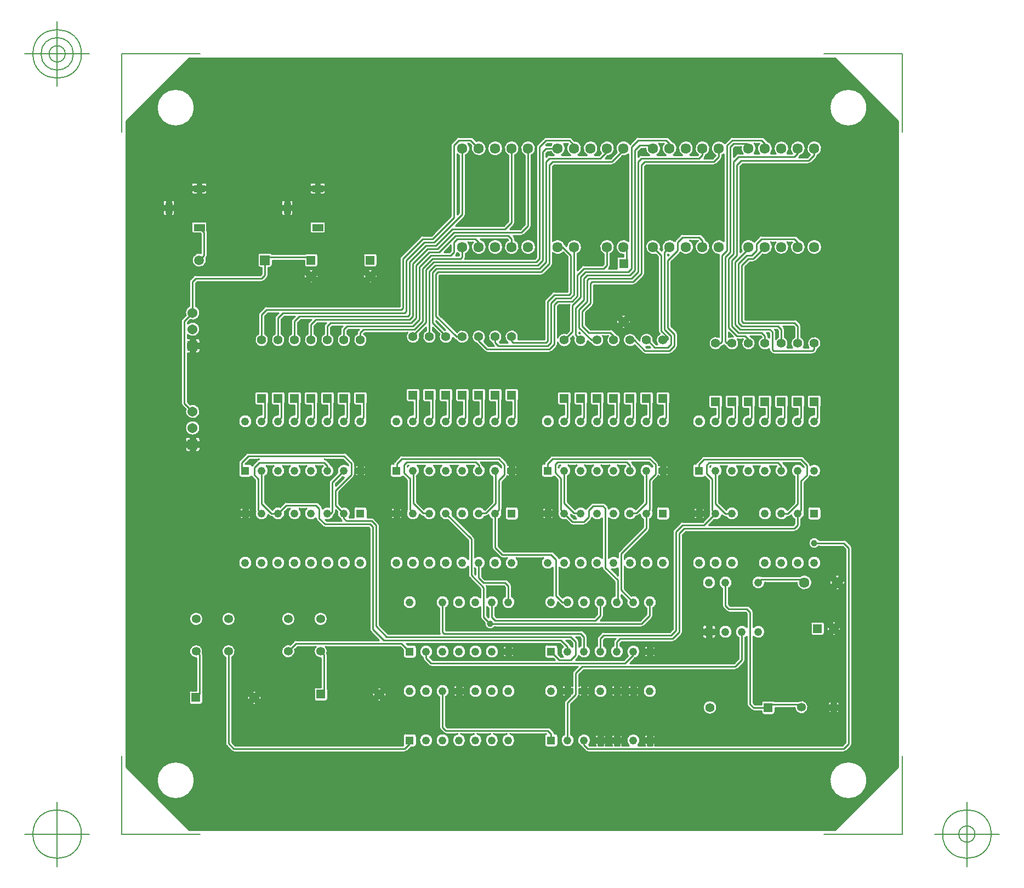
<source format=gbr>
G04 Generated by Ultiboard 14.3 *
%FSLAX34Y34*%
%MOMM*%

%ADD10C,0.0001*%
%ADD11C,0.2540*%
%ADD12C,0.0010*%
%ADD13C,0.1270*%
%ADD14C,1.2446*%
%ADD15R,1.2446X1.2446*%
%ADD16C,1.3556*%
%ADD17C,1.0000*%
%ADD18C,1.4000*%
%ADD19R,1.4000X1.4000*%
%ADD20C,1.6088*%
%ADD21C,1.5000*%
%ADD22R,1.5000X1.5000*%
%ADD23C,1.5366*%
%ADD24R,1.5366X1.5366*%


G04 ColorRGB 00FF00 for the following layer *
%LNCopper Top*%
%LPD*%
G54D10*
G36*
X101586Y3828D02*
X101586Y3828D01*
X3828Y101586D01*
X3828Y1098414D01*
X101586Y1196172D01*
X101586Y1196172D01*
X1098414Y1196172D01*
X1196172Y1098414D01*
X1196172Y101586D01*
X1098414Y3828D01*
X101586Y3828D01*
D02*
G37*
%LPC*%
G36*
X1112520Y124435D02*
G74*
D01*
G03X1116135Y125937I0J5105*
G01*
X1116135Y125937D01*
X1123743Y133545D01*
G75*
D01*
G03X1125245Y137160I-3603J3615*
G01*
X1125245Y137160D01*
X1125245Y439420D01*
G74*
D01*
G03X1123743Y443035I5105J0*
G01*
X1123743Y443035D01*
X1116135Y450643D01*
G74*
D01*
G03X1114027Y451917I3615J3603*
G01*
G75*
D01*
G03X1112513Y452145I-1507J-4877*
G01*
X1112513Y452145D01*
X1073980Y452145D01*
G75*
D01*
G03X1073980Y441935I-7180J-5105*
G01*
X1073980Y441935D01*
X1110406Y441935D01*
X1115035Y437306D01*
X1115035Y139274D01*
X1110406Y134645D01*
X820040Y134645D01*
G74*
D01*
G03X822611Y138519I7240J7595*
G01*
X822611Y138519D01*
X816521Y138519D01*
X816521Y134645D01*
X809079Y134645D01*
X809079Y138519D01*
X802989Y138519D01*
G74*
D01*
G03X805560Y134645I9811J3721*
G01*
X805560Y134645D01*
X794640Y134645D01*
G75*
D01*
G03X780160Y134645I-7240J7595*
G01*
X780160Y134645D01*
X769240Y134645D01*
G74*
D01*
G03X771811Y138519I7240J7595*
G01*
X771811Y138519D01*
X765721Y138519D01*
X765721Y134645D01*
X758279Y134645D01*
X758279Y138519D01*
X752189Y138519D01*
G74*
D01*
G03X754760Y134645I9811J3721*
G01*
X754760Y134645D01*
X743840Y134645D01*
G74*
D01*
G03X746411Y138519I7240J7595*
G01*
X746411Y138519D01*
X740321Y138519D01*
X740321Y134645D01*
X732879Y134645D01*
X732879Y138519D01*
X726789Y138519D01*
G74*
D01*
G03X729360Y134645I9811J3721*
G01*
X729360Y134645D01*
X719138Y134645D01*
X718789Y134994D01*
G75*
D01*
G03X706852Y132690I-7589J7246*
G01*
G74*
D01*
G03X707591Y131755I4348J2674*
G01*
X707591Y131755D01*
X713415Y125931D01*
G74*
D01*
G03X715081Y124820I3609J3609*
G01*
G75*
D01*
G03X717024Y124435I1943J4720*
G01*
X717024Y124435D01*
X1112520Y124435D01*
D02*
G37*
G36*
X714921Y208629D02*
G74*
D01*
G03X721011Y214719I3721J9811*
G01*
X721011Y214719D01*
X714921Y214719D01*
X714921Y208629D01*
D02*
G37*
G36*
X714921Y228251D02*
X714921Y228251D01*
X714921Y222161D01*
X721011Y222161D01*
G74*
D01*
G03X714921Y228251I9811J3721*
G01*
D02*
G37*
G36*
X1079579Y236172D02*
G75*
D01*
G03X1079579Y236172I-7699J7268*
G01*
D02*
G37*
G36*
X654177Y268886D02*
X654177Y268886D01*
X663695Y268886D01*
X665856Y266725D01*
X477094Y266725D01*
X476172Y267647D01*
X476172Y267647D01*
X473162Y270657D01*
G75*
D01*
G03X462255Y270232I-5802J8743*
G01*
X462255Y270232D01*
X462255Y269252D01*
G75*
D01*
G03X463751Y265631I5105J-12*
G01*
X463751Y265631D01*
X471371Y258011D01*
G74*
D01*
G03X473949Y256621I3609J3609*
G01*
G75*
D01*
G03X474980Y256515I1031J4999*
G01*
X474980Y256515D01*
X701416Y256515D01*
X694891Y249989D01*
G75*
D01*
G03X693395Y246372I3609J-3609*
G01*
X693395Y246372D01*
X693395Y225680D01*
G74*
D01*
G03X689521Y228251I7595J7240*
G01*
X689521Y228251D01*
X689521Y222161D01*
X693395Y222161D01*
X693395Y215474D01*
X692640Y214719D01*
X689521Y214719D01*
X689521Y211600D01*
X682191Y204269D01*
G75*
D01*
G03X680695Y200652I3609J-3609*
G01*
X680695Y200652D01*
X680695Y151408D01*
G75*
D01*
G03X690905Y151408I5105J-9168*
G01*
X690905Y151408D01*
X690905Y198546D01*
X702103Y209745D01*
G74*
D01*
G03X703277Y211561I3603J3615*
G01*
G74*
D01*
G03X707479Y208629I7923J6879*
G01*
X707479Y208629D01*
X707479Y214719D01*
X703605Y214719D01*
X703605Y222161D01*
X707479Y222161D01*
X707479Y228251D01*
G74*
D01*
G03X703605Y225680I3721J9811*
G01*
X703605Y225680D01*
X703605Y244266D01*
X710774Y251435D01*
X944880Y251435D01*
G74*
D01*
G03X948495Y252937I0J5105*
G01*
X948495Y252937D01*
X956172Y260613D01*
X958643Y263085D01*
G75*
D01*
G03X960145Y266700I-3603J3615*
G01*
X960145Y266700D01*
X960145Y300712D01*
G74*
D01*
G03X962635Y302640I5105J9168*
G01*
X962635Y302640D01*
X962635Y198129D01*
G75*
D01*
G03X964131Y194511I5105J-9*
G01*
X964131Y194511D01*
X969311Y189331D01*
G75*
D01*
G03X972927Y187835I3609J3609*
G01*
X972927Y187835D01*
X984852Y187835D01*
X984852Y185940D01*
G75*
D01*
G03X988680Y182112I3828J0*
G01*
X988680Y182112D01*
X1002680Y182112D01*
G75*
D01*
G03X1006508Y185940I0J3828*
G01*
X1006508Y185940D01*
X1006508Y192915D01*
X1036305Y192915D01*
G75*
D01*
G03X1042583Y203117I10575J525*
G01*
G74*
D01*
G03X1042300Y203125I283J5097*
G01*
X1042300Y203125D01*
X1004805Y203125D01*
G74*
D01*
G03X1002680Y203768I2125J3185*
G01*
X1002680Y203768D01*
X988680Y203768D01*
G75*
D01*
G03X984852Y199940I0J-3828*
G01*
X984852Y199940D01*
X984852Y198045D01*
X975034Y198045D01*
X972845Y200234D01*
X972845Y302640D01*
G75*
D01*
G03X972845Y317120I7595J7240*
G01*
X972845Y317120D01*
X972845Y340360D01*
G74*
D01*
G03X971343Y343975I5105J0*
G01*
X971343Y343975D01*
X966275Y349043D01*
G74*
D01*
G03X962660Y350545I3615J3603*
G01*
X962660Y350545D01*
X936834Y350545D01*
X934745Y352634D01*
X934745Y376912D01*
G75*
D01*
G03X924535Y376912I-5105J9168*
G01*
X924535Y376912D01*
X924535Y350529D01*
G75*
D01*
G03X926031Y346911I5105J-9*
G01*
X926031Y346911D01*
X931111Y341831D01*
G75*
D01*
G03X934727Y340335I3609J3609*
G01*
X934727Y340335D01*
X960546Y340335D01*
X962635Y338246D01*
X962635Y317120D01*
G75*
D01*
G03X949935Y300712I-7595J-7240*
G01*
X949935Y300712D01*
X949935Y268814D01*
X942766Y261645D01*
X781944Y261645D01*
X789398Y269099D01*
G75*
D01*
G03X778988Y273127I-1998J10301*
G01*
X778988Y273127D01*
X772586Y266725D01*
X698124Y266725D01*
X702103Y270705D01*
G74*
D01*
G03X703277Y272521I3603J3615*
G01*
G75*
D01*
G03X716305Y288568I7923J6879*
G01*
X716305Y288568D01*
X716305Y302260D01*
G74*
D01*
G03X714803Y305875I5105J0*
G01*
X714803Y305875D01*
X709735Y310943D01*
G74*
D01*
G03X707798Y312161I3615J3603*
G01*
G75*
D01*
G03X706113Y312445I-1678J-4821*
G01*
X706113Y312445D01*
X497865Y312445D01*
X497865Y346432D01*
G75*
D01*
G03X487655Y346432I-5105J9168*
G01*
X487655Y346432D01*
X487655Y309893D01*
G75*
D01*
G03X488318Y307365I5105J-13*
G01*
X488318Y307365D01*
X408514Y307365D01*
X394995Y320884D01*
X394995Y474545D01*
G74*
D01*
G03X393493Y478160I5105J0*
G01*
X393493Y478160D01*
X386720Y484933D01*
G74*
D01*
G03X384882Y486115I3615J3603*
G01*
G75*
D01*
G03X383097Y486435I-1777J-4785*
G01*
X383097Y486435D01*
X376272Y486435D01*
G75*
D01*
G03X376274Y486537I-4289J102*
G01*
X376274Y486537D01*
X376274Y498983D01*
G74*
D01*
G03X371983Y503274I4291J0*
G01*
X371983Y503274D01*
X359537Y503274D01*
G75*
D01*
G03X355246Y498983I0J-4291*
G01*
X355246Y498983D01*
X355246Y486537D01*
G75*
D01*
G03X355248Y486435I4291J0*
G01*
X355248Y486435D01*
X348732Y486435D01*
G75*
D01*
G03X337487Y502852I-8372J6325*
G01*
X337487Y502852D01*
X332765Y507574D01*
X332765Y526206D01*
X355393Y548835D01*
G75*
D01*
G03X356895Y552450I-3603J3615*
G01*
X356895Y552450D01*
X356895Y553187D01*
G74*
D01*
G03X362039Y548989I8865J5613*
G01*
X362039Y548989D01*
X362039Y555079D01*
X356895Y555079D01*
X356895Y562521D01*
X362039Y562521D01*
X362039Y568611D01*
G74*
D01*
G03X356895Y564413I3721J9811*
G01*
X356895Y564413D01*
X356895Y570230D01*
G74*
D01*
G03X355393Y573845I5105J0*
G01*
X355393Y573845D01*
X343975Y585263D01*
G74*
D01*
G03X342262Y586397I3615J3603*
G01*
G75*
D01*
G03X340352Y586765I-1902J-4737*
G01*
X340352Y586765D01*
X193040Y586765D01*
G75*
D01*
G03X191768Y586604I0J-5105*
G01*
G74*
D01*
G03X189431Y585269I1272J4944*
G01*
X189431Y585269D01*
X179271Y575109D01*
G75*
D01*
G03X177775Y571488I3609J-3609*
G01*
X177775Y571488D01*
X177775Y566671D01*
G74*
D01*
G03X177446Y565023I3962J1648*
G01*
X177446Y565023D01*
X177446Y552577D01*
G75*
D01*
G03X181737Y548286I4291J0*
G01*
X181737Y548286D01*
X194183Y548286D01*
G74*
D01*
G03X197520Y549880I0J4291*
G01*
G74*
D01*
G03X198321Y548841I4410J2570*
G01*
X198321Y548841D01*
X203175Y543986D01*
X203175Y497849D01*
G75*
D01*
G03X203446Y496199I5105J-9*
G01*
G75*
D01*
G03X223613Y490528I9914J-3439*
G01*
X223613Y490528D01*
X224991Y489151D01*
G74*
D01*
G03X226949Y487930I3609J3609*
G01*
G75*
D01*
G03X228600Y487655I1651J4830*
G01*
X228600Y487655D01*
X229592Y487655D01*
G75*
D01*
G03X248852Y495633I9168J5105*
G01*
X248852Y495633D01*
X253574Y500355D01*
X256920Y500355D01*
G75*
D01*
G03X271400Y500355I7240J-7595*
G01*
X271400Y500355D01*
X282320Y500355D01*
G75*
D01*
G03X297155Y485520I7240J-7595*
G01*
X297155Y485520D01*
X297155Y485146D01*
G75*
D01*
G03X298651Y481531I5105J-6*
G01*
X298651Y481531D01*
X304009Y476172D01*
X307541Y472641D01*
G75*
D01*
G03X311152Y471145I3609J3609*
G01*
X311152Y471145D01*
X378142Y471145D01*
X379705Y469582D01*
X379705Y314137D01*
G75*
D01*
G03X381201Y310516I5105J-12*
G01*
X381201Y310516D01*
X394512Y297205D01*
X266707Y297205D01*
G75*
D01*
G03X263091Y295709I-7J-5105*
G01*
X263091Y295709D01*
X257350Y289969D01*
G75*
D01*
G03X264569Y282750I-2950J-10169*
G01*
X264569Y282750D01*
X268814Y286995D01*
X296633Y286995D01*
G75*
D01*
G03X304375Y269212I7767J-7195*
G01*
X304375Y269212D01*
X304375Y224288D01*
X297800Y224288D01*
G75*
D01*
G03X293972Y220460I0J-3828*
G01*
X293972Y220460D01*
X293972Y206460D01*
G75*
D01*
G03X297800Y202632I3828J0*
G01*
X297800Y202632D01*
X311800Y202632D01*
G75*
D01*
G03X315628Y206460I0J3828*
G01*
X315628Y206460D01*
X315628Y220460D01*
G74*
D01*
G03X314585Y223087I3828J0*
G01*
X314585Y223087D01*
X314585Y274720D01*
G74*
D01*
G03X314362Y276212I5105J0*
G01*
G75*
D01*
G03X312167Y286995I-9962J3588*
G01*
X312167Y286995D01*
X427146Y286995D01*
X431446Y282695D01*
X431446Y273177D01*
G75*
D01*
G03X435737Y268886I4291J0*
G01*
X435737Y268886D01*
X448183Y268886D01*
G75*
D01*
G03X452474Y273177I0J4291*
G01*
X452474Y273177D01*
X452474Y285623D01*
G74*
D01*
G03X448183Y289914I4291J0*
G01*
X448183Y289914D01*
X438665Y289914D01*
X436504Y292075D01*
X673526Y292075D01*
X678584Y287017D01*
G75*
D01*
G03X678560Y271805I7216J-7617*
G01*
X678560Y271805D01*
X675214Y271805D01*
X670914Y276105D01*
X670914Y285623D01*
G74*
D01*
G03X666623Y289914I4291J0*
G01*
X666623Y289914D01*
X654177Y289914D01*
G75*
D01*
G03X649886Y285623I0J-4291*
G01*
X649886Y285623D01*
X649886Y273177D01*
G75*
D01*
G03X654177Y268886I4291J0*
G01*
D02*
G37*
G36*
X476172Y136543D02*
G75*
D01*
G03X476172Y136543I-8812J5697*
G01*
D02*
G37*
G36*
X476172Y212743D02*
G75*
D01*
G03X476172Y212743I-8812J5697*
G01*
D02*
G37*
G36*
X956172Y411213D02*
G75*
D01*
G03X956172Y411213I9028J5347*
G01*
D02*
G37*
G36*
X956172Y375648D02*
G75*
D01*
G03X956172Y375648I-1132J10432*
G01*
D02*
G37*
G36*
X863625Y309880D02*
X863625Y309880D01*
X863625Y460166D01*
X868254Y464795D01*
X1036320Y464795D01*
G74*
D01*
G03X1039935Y466297I0J5105*
G01*
X1039935Y466297D01*
X1045003Y471365D01*
G75*
D01*
G03X1046505Y474980I-3603J3615*
G01*
X1046505Y474980D01*
X1046505Y483592D01*
G75*
D01*
G03X1051380Y496002I-5105J9168*
G01*
G75*
D01*
G03X1051596Y497474I-4888J1472*
G01*
X1051596Y497474D01*
X1051596Y541080D01*
X1058985Y548469D01*
G74*
D01*
G03X1060263Y550592I3603J3615*
G01*
G75*
D01*
G03X1060486Y567181I6537J8208*
G01*
X1060486Y567181D01*
X1060486Y567324D01*
G74*
D01*
G03X1058985Y570940I5104J0*
G01*
X1058985Y570940D01*
X1050101Y579824D01*
G75*
D01*
G03X1046490Y581319I-3609J-3610*
G01*
X1046490Y581319D01*
X956172Y581319D01*
X956172Y581319D01*
X896632Y581319D01*
G75*
D01*
G03X893016Y579818I0J-5105*
G01*
X893016Y579818D01*
X885402Y572204D01*
G74*
D01*
G03X883958Y569314I3610J3610*
G01*
X883958Y569314D01*
X882777Y569314D01*
G75*
D01*
G03X878486Y565023I0J-4291*
G01*
X878486Y565023D01*
X878486Y552577D01*
G75*
D01*
G03X882777Y548286I4291J0*
G01*
X882777Y548286D01*
X895223Y548286D01*
G74*
D01*
G03X898280Y549567I0J4291*
G01*
X898280Y549567D01*
X904038Y543809D01*
X904038Y497669D01*
G75*
D01*
G03X904372Y495848I5105J-6*
G01*
G75*
D01*
G03X904308Y489887I10028J-3088*
G01*
X904308Y489887D01*
X894506Y480085D01*
X863606Y480085D01*
G75*
D01*
G03X859991Y478589I-6J-5105*
G01*
X859991Y478589D01*
X857573Y476172D01*
X849831Y468429D01*
G75*
D01*
G03X848335Y464812I3609J-3609*
G01*
X848335Y464812D01*
X848335Y314534D01*
X843706Y309905D01*
X741687Y309905D01*
G75*
D01*
G03X738071Y308409I-7J-5105*
G01*
X738071Y308409D01*
X732991Y303329D01*
G75*
D01*
G03X731495Y299711I3609J-3609*
G01*
X731495Y299711D01*
X731495Y288568D01*
G75*
D01*
G03X741705Y288568I5105J-9168*
G01*
X741705Y288568D01*
X741705Y297606D01*
X743794Y299695D01*
X759836Y299695D01*
X758391Y298249D01*
G75*
D01*
G03X756895Y294631I3609J-3609*
G01*
X756895Y294631D01*
X756895Y288568D01*
G75*
D01*
G03X767105Y288568I5105J-9168*
G01*
X767105Y288568D01*
X767105Y292526D01*
X769194Y294615D01*
X848360Y294615D01*
G74*
D01*
G03X851975Y296117I0J5105*
G01*
X851975Y296117D01*
X862123Y306265D01*
G75*
D01*
G03X863625Y309880I-3603J3615*
G01*
D02*
G37*
G36*
X170185Y124435D02*
X170185Y124435D01*
X434340Y124435D01*
G74*
D01*
G03X437955Y125937I0J5105*
G01*
X437955Y125937D01*
X443745Y131726D01*
X448183Y131726D01*
G75*
D01*
G03X452474Y136017I0J4291*
G01*
X452474Y136017D01*
X452474Y148463D01*
G74*
D01*
G03X448183Y152754I4291J0*
G01*
X448183Y152754D01*
X435737Y152754D01*
G75*
D01*
G03X431446Y148463I0J-4291*
G01*
X431446Y148463D01*
X431446Y136017D01*
G75*
D01*
G03X431672Y134645I4291J0*
G01*
X431672Y134645D01*
X172294Y134645D01*
X167265Y139674D01*
X167265Y270524D01*
G75*
D01*
G03X157055Y270524I-5105J9276*
G01*
X157055Y270524D01*
X157055Y137567D01*
G75*
D01*
G03X158551Y133951I5105J-7*
G01*
X158551Y133951D01*
X166571Y125931D01*
G75*
D01*
G03X170185Y124435I3609J3609*
G01*
D02*
G37*
G36*
X637515Y1059173D02*
X637515Y1059173D01*
X637515Y888574D01*
X634740Y885799D01*
X527217Y885799D01*
G75*
D01*
G03X528345Y889000I-3977J3201*
G01*
X528345Y889000D01*
X528345Y893541D01*
G75*
D01*
G03X532341Y911835I-5105J10699*
G01*
X532341Y911835D01*
X539539Y911835D01*
G75*
D01*
G03X552159Y915560I9101J-7595*
G01*
X552159Y915560D01*
X550804Y916915D01*
X592246Y916915D01*
X594259Y914902D01*
G75*
D01*
G03X604545Y914939I5181J-10662*
G01*
X604545Y914939D01*
X604545Y916940D01*
G74*
D01*
G03X603043Y920555I5105J0*
G01*
X603043Y920555D01*
X601604Y921995D01*
X614680Y921995D01*
G74*
D01*
G03X618295Y923497I0J5105*
G01*
X618295Y923497D01*
X628443Y933645D01*
G75*
D01*
G03X629945Y937260I-3603J3615*
G01*
X629945Y937260D01*
X629945Y1045941D01*
G75*
D01*
G03X619735Y1045941I-5105J10699*
G01*
X619735Y1045941D01*
X619735Y939374D01*
X612566Y932205D01*
X596524Y932205D01*
X603043Y938725D01*
G75*
D01*
G03X604545Y942340I-3603J3615*
G01*
X604545Y942340D01*
X604545Y1045941D01*
G75*
D01*
G03X594335Y1045941I-5105J10699*
G01*
X594335Y1045941D01*
X594335Y944454D01*
X587166Y937285D01*
X512704Y937285D01*
X526843Y951425D01*
G75*
D01*
G03X528345Y955040I-3603J3615*
G01*
X528345Y955040D01*
X528345Y1045941D01*
G75*
D01*
G03X532341Y1064235I-5105J10699*
G01*
X532341Y1064235D01*
X533826Y1064235D01*
X537465Y1060596D01*
G75*
D01*
G03X544684Y1067815I11175J-3956*
G01*
X544684Y1067815D01*
X539555Y1072943D01*
G74*
D01*
G03X535940Y1074445I3615J3603*
G01*
X535940Y1074445D01*
X518167Y1074445D01*
G75*
D01*
G03X514551Y1072949I-7J-5105*
G01*
X514551Y1072949D01*
X506931Y1065329D01*
G75*
D01*
G03X505435Y1061711I3609J-3609*
G01*
X505435Y1061711D01*
X505435Y952074D01*
X476172Y922811D01*
X475406Y922045D01*
X462286Y922045D01*
G75*
D01*
G03X458671Y920549I-6J-5105*
G01*
X458671Y920549D01*
X428191Y890069D01*
G75*
D01*
G03X426695Y886452I3609J-3609*
G01*
X426695Y886452D01*
X426695Y812825D01*
X220987Y812825D01*
G75*
D01*
G03X217371Y811329I-7J-5105*
G01*
X217371Y811329D01*
X209751Y803709D01*
G75*
D01*
G03X208255Y800091I3609J-3609*
G01*
X208255Y800091D01*
X208255Y770089D01*
G75*
D01*
G03X218465Y770089I5105J-9529*
G01*
X218465Y770089D01*
X218465Y797986D01*
X223094Y802615D01*
X239136Y802615D01*
X236172Y799651D01*
X236172Y799651D01*
X235151Y798629D01*
G75*
D01*
G03X233655Y795011I3609J-3609*
G01*
X233655Y795011D01*
X233655Y770089D01*
G75*
D01*
G03X243865Y770089I5105J-9529*
G01*
X243865Y770089D01*
X243865Y792906D01*
X248494Y797535D01*
X264536Y797535D01*
X260551Y793549D01*
G75*
D01*
G03X259055Y789931I3609J-3609*
G01*
X259055Y789931D01*
X259055Y770089D01*
G75*
D01*
G03X269265Y770089I5105J-9529*
G01*
X269265Y770089D01*
X269265Y787826D01*
X273894Y792455D01*
X289936Y792455D01*
X285951Y788469D01*
G75*
D01*
G03X284455Y784851I3609J-3609*
G01*
X284455Y784851D01*
X284455Y770089D01*
G75*
D01*
G03X294665Y770089I5105J-9529*
G01*
X294665Y770089D01*
X294665Y782746D01*
X299294Y787375D01*
X312796Y787375D01*
X311351Y785929D01*
G75*
D01*
G03X309855Y782311I3609J-3609*
G01*
X309855Y782311D01*
X309855Y770089D01*
G75*
D01*
G03X320065Y770089I5105J-9529*
G01*
X320065Y770089D01*
X320065Y780206D01*
X322154Y782295D01*
X338196Y782295D01*
X336751Y780849D01*
G75*
D01*
G03X335255Y777231I3609J-3609*
G01*
X335255Y777231D01*
X335255Y770089D01*
G75*
D01*
G03X345465Y770089I5105J-9529*
G01*
X345465Y770089D01*
X345465Y775126D01*
X347554Y777215D01*
X363596Y777215D01*
X362151Y775769D01*
G75*
D01*
G03X360655Y772151I3609J-3609*
G01*
X360655Y772151D01*
X360655Y770089D01*
G75*
D01*
G03X370893Y770074I5105J-9529*
G01*
X370893Y770074D01*
X372954Y772135D01*
X438399Y772135D01*
G75*
D01*
G03X456873Y770130I8641J-6495*
G01*
X456873Y770130D01*
X467335Y780592D01*
X467335Y775169D01*
G75*
D01*
G03X477545Y775169I5105J-9529*
G01*
X477545Y775169D01*
X477545Y780156D01*
X487874Y769827D01*
G75*
D01*
G03X508575Y764366I9966J-4187*
G01*
X508575Y764366D01*
X510911Y762031D01*
G74*
D01*
G03X512731Y760859I3609J3609*
G01*
G74*
D01*
G03X513674Y760606I1789J4781*
G01*
G75*
D01*
G03X514883Y772496I9566J5034*
G01*
X514883Y772496D01*
X487705Y799674D01*
X487705Y860350D01*
X644475Y860350D01*
G74*
D01*
G03X648090Y861851I0J5105*
G01*
X648090Y861851D01*
X661463Y875225D01*
G75*
D01*
G03X662965Y878840I-3603J3615*
G01*
X662965Y878840D01*
X662965Y895139D01*
G75*
D01*
G03X679140Y896061I7595J9101*
G01*
X679140Y896061D01*
X685775Y889426D01*
X685775Y835685D01*
X665486Y835685D01*
G75*
D01*
G03X661871Y834189I-6J-5105*
G01*
X661871Y834189D01*
X651711Y824029D01*
G75*
D01*
G03X650215Y820412I3609J-3609*
G01*
X650215Y820412D01*
X650215Y762025D01*
X609627Y762025D01*
G75*
D01*
G03X593018Y756945I-10187J3615*
G01*
X593018Y756945D01*
X581234Y756945D01*
X580896Y757283D01*
G75*
D01*
G03X569006Y756074I-6856J8357*
G01*
G74*
D01*
G03X570431Y753311I5034J846*
G01*
X570431Y753311D01*
X571876Y751865D01*
X563454Y751865D01*
X556786Y758533D01*
G75*
D01*
G03X545621Y755260I-8146J7107*
G01*
X545621Y755260D01*
X557731Y743151D01*
G75*
D01*
G03X561345Y741655I3609J3609*
G01*
X561345Y741655D01*
X657860Y741655D01*
G74*
D01*
G03X661475Y743157I0J5105*
G01*
X661475Y743157D01*
X669083Y750765D01*
G75*
D01*
G03X670585Y754380I-3603J3615*
G01*
X670585Y754380D01*
X670585Y756801D01*
G75*
D01*
G03X691067Y763688I10135J3759*
G01*
X691067Y763688D01*
X693733Y766354D01*
G74*
D01*
G03X694891Y764571I4767J1826*
G01*
X694891Y764571D01*
X695773Y763688D01*
G75*
D01*
G03X716855Y759286I10347J-3128*
G01*
X716855Y759286D01*
X719191Y756951D01*
G74*
D01*
G03X721954Y755526I3609J3609*
G01*
G75*
D01*
G03X740161Y767055I9566J5034*
G01*
X740161Y767055D01*
X748279Y767055D01*
G75*
D01*
G03X760437Y770782I8641J-6495*
G01*
X760437Y770782D01*
X755455Y775763D01*
G74*
D01*
G03X753518Y776981I3615J3603*
G01*
G75*
D01*
G03X751833Y777265I-1678J-4821*
G01*
X751833Y777265D01*
X720934Y777265D01*
X713765Y784434D01*
X713765Y803066D01*
X716172Y805473D01*
X724963Y814265D01*
G75*
D01*
G03X726465Y817880I-3603J3615*
G01*
X726465Y817880D01*
X726465Y845795D01*
X787400Y845795D01*
G74*
D01*
G03X791015Y847297I0J5105*
G01*
X791015Y847297D01*
X803703Y859985D01*
G75*
D01*
G03X805205Y863600I-3603J3615*
G01*
X805205Y863600D01*
X805205Y1029126D01*
X807294Y1031215D01*
X911860Y1031215D01*
G74*
D01*
G03X915475Y1032717I0J5105*
G01*
X915475Y1032717D01*
X923083Y1040325D01*
G75*
D01*
G03X924585Y1043940I-3603J3615*
G01*
X924585Y1043940D01*
X924585Y1045941D01*
G74*
D01*
G03X927075Y1047539I5105J10699*
G01*
X927075Y1047539D01*
X927075Y913341D01*
G75*
D01*
G03X919526Y892386I-7595J-9101*
G01*
G75*
D01*
G03X919455Y891531I5034J-846*
G01*
X919455Y891531D01*
X919455Y765035D01*
G75*
D01*
G03X924168Y750849I-5055J-9555*
G01*
G74*
D01*
G03X925635Y751877I2148J4631*
G01*
X925635Y751877D01*
X927100Y753341D01*
X928571Y751871D01*
G74*
D01*
G03X930032Y750849I3609J3609*
G01*
G75*
D01*
G03X948441Y761975I9768J4631*
G01*
X948441Y761975D01*
X956559Y761975D01*
G75*
D01*
G03X968717Y765702I8641J-6495*
G01*
X968717Y765702D01*
X967364Y767055D01*
X983406Y767055D01*
X985467Y764994D01*
G75*
D01*
G03X996995Y746764I5133J-9514*
G01*
G75*
D01*
G03X998421Y742316I5035J-839*
G01*
X998421Y742316D01*
X998634Y742102D01*
G74*
D01*
G03X998642Y742094I3614J3606*
G01*
X998642Y742094D01*
X1000126Y740611D01*
G74*
D01*
G03X1001864Y739471I3609J3609*
G01*
G75*
D01*
G03X1003735Y739115I1871J4749*
G01*
X1003735Y739115D01*
X1064252Y739115D01*
G75*
D01*
G03X1066085Y739453I8J5105*
G01*
G74*
D01*
G03X1067875Y740617I1825J4767*
G01*
X1067875Y740617D01*
X1070403Y743145D01*
G74*
D01*
G03X1071834Y745914I3603J3615*
G01*
G75*
D01*
G03X1057914Y749325I-5034J9566*
G01*
X1057914Y749325D01*
X1050286Y749325D01*
G75*
D01*
G03X1046505Y765009I-8886J6155*
G01*
X1046505Y765009D01*
X1046505Y782320D01*
G74*
D01*
G03X1045003Y785935I5105J0*
G01*
X1045003Y785935D01*
X1039935Y791003D01*
G74*
D01*
G03X1037998Y792221I3615J3603*
G01*
G75*
D01*
G03X1036313Y792505I-1678J-4821*
G01*
X1036313Y792505D01*
X960145Y792505D01*
X960145Y874186D01*
X967314Y881355D01*
X972820Y881355D01*
G74*
D01*
G03X976435Y882857I0J5105*
G01*
X976435Y882857D01*
X986644Y893065D01*
G75*
D01*
G03X999701Y911835I3956J11175*
G01*
X999701Y911835D01*
X1006899Y911835D01*
G75*
D01*
G03X1025101Y911835I9101J-7595*
G01*
X1025101Y911835D01*
X1032299Y911835D01*
G75*
D01*
G03X1044919Y915560I9101J-7595*
G01*
X1044919Y915560D01*
X1039935Y920543D01*
G74*
D01*
G03X1036320Y922045I3615J3603*
G01*
X1036320Y922045D01*
X985527Y922045D01*
G75*
D01*
G03X981911Y920549I-7J-5105*
G01*
X981911Y920549D01*
X974291Y912929D01*
G74*
D01*
G03X973816Y912382I3609J3609*
G01*
G75*
D01*
G03X954811Y898530I-8616J-8142*
G01*
X954811Y898530D01*
X952525Y896244D01*
X952525Y1029126D01*
X956182Y1032783D01*
X1058208Y1032783D01*
G74*
D01*
G03X1061823Y1034284I0J5105*
G01*
X1061823Y1034284D01*
X1070403Y1042865D01*
G74*
D01*
G03X1071875Y1045927I3603J3615*
G01*
G75*
D01*
G03X1060018Y1046917I-5075J10713*
G01*
X1060018Y1046917D01*
X1056093Y1042992D01*
X1042591Y1042992D01*
X1044919Y1045320D01*
G75*
D01*
G03X1032299Y1049045I-3519J11320*
G01*
X1032299Y1049045D01*
X1025101Y1049045D01*
G75*
D01*
G03X1006899Y1049045I-9101J7595*
G01*
X1006899Y1049045D01*
X999701Y1049045D01*
G75*
D01*
G03X994119Y1067960I-9101J7595*
G01*
X994119Y1067960D01*
X989135Y1072943D01*
G74*
D01*
G03X985520Y1074445I3615J3603*
G01*
X985520Y1074445D01*
X940244Y1074445D01*
G75*
D01*
G03X936626Y1072949I-8J-5105*
G01*
X936626Y1072949D01*
X928571Y1064894D01*
G74*
D01*
G03X928282Y1064580I3609J3610*
G01*
G75*
D01*
G03X914299Y1045978I-8802J-7940*
G01*
X914299Y1045978D01*
X909746Y1041425D01*
X896244Y1041425D01*
X897683Y1042865D01*
G74*
D01*
G03X899155Y1045927I3603J3615*
G01*
G75*
D01*
G03X887298Y1046917I-5075J10713*
G01*
X887298Y1046917D01*
X886886Y1046505D01*
X874828Y1046505D01*
G75*
D01*
G03X862532Y1046505I-6148J10135*
G01*
X862532Y1046505D01*
X849428Y1046505D01*
G75*
D01*
G03X846799Y1067960I-6148J10135*
G01*
X846799Y1067960D01*
X841815Y1072943D01*
G74*
D01*
G03X838200Y1074445I3615J3603*
G01*
X838200Y1074445D01*
X795026Y1074445D01*
G75*
D01*
G03X791411Y1072949I-6J-5105*
G01*
X791411Y1072949D01*
X781883Y1063422D01*
G75*
D01*
G03X761771Y1050930I-9723J-6782*
G01*
X761771Y1050930D01*
X752266Y1041425D01*
X743844Y1041425D01*
X747213Y1044794D01*
G75*
D01*
G03X737377Y1049396I-453J11846*
G01*
X737377Y1049396D01*
X734486Y1046505D01*
X727508Y1046505D01*
G75*
D01*
G03X715212Y1046505I-6148J10135*
G01*
X715212Y1046505D01*
X702108Y1046505D01*
G75*
D01*
G03X696413Y1068486I-6148J10135*
G01*
X696413Y1068486D01*
X692482Y1072417D01*
G74*
D01*
G03X688866Y1073919I3616J3603*
G01*
X688866Y1073919D01*
X652259Y1073919D01*
G75*
D01*
G03X648645Y1072423I-5J-5105*
G01*
X648645Y1072423D01*
X639011Y1062789D01*
G75*
D01*
G03X637515Y1059173I3609J-3609*
G01*
D02*
G37*
G36*
X243905Y955108D02*
G75*
D01*
G03X246108Y952905I2203J0*
G01*
X246108Y952905D01*
X249594Y952905D01*
X249594Y959193D01*
G75*
D01*
G03X255846Y959193I3126J2527*
G01*
X255846Y959193D01*
X255846Y952905D01*
X259332Y952905D01*
G75*
D01*
G03X261535Y955108I0J2203*
G01*
X261535Y955108D01*
X261535Y961594D01*
X256737Y961594D01*
G75*
D01*
G03X256739Y961720I-4017J126*
G01*
X256739Y961720D01*
X256739Y967720D01*
G74*
D01*
G03X256737Y967846I4019J0*
G01*
X256737Y967846D01*
X261535Y967846D01*
X261535Y974332D01*
G74*
D01*
G03X259332Y976535I2203J0*
G01*
X259332Y976535D01*
X255846Y976535D01*
X255846Y970247D01*
G75*
D01*
G03X249594Y970247I-3126J-2527*
G01*
X249594Y970247D01*
X249594Y976535D01*
X246108Y976535D01*
G75*
D01*
G03X243905Y974332I0J-2203*
G01*
X243905Y974332D01*
X243905Y967846D01*
X248703Y967846D01*
G74*
D01*
G03X248701Y967720I4017J126*
G01*
X248701Y967720D01*
X248701Y961720D01*
G75*
D01*
G03X248703Y961594I4019J0*
G01*
X248703Y961594D01*
X243905Y961594D01*
X243905Y955108D01*
D02*
G37*
G36*
X476172Y349903D02*
G75*
D01*
G03X476172Y349903I-8812J5697*
G01*
D02*
G37*
G36*
X476172Y406753D02*
G75*
D01*
G03X476172Y406753I-3732J9807*
G01*
D02*
G37*
G36*
X278732Y876920D02*
G75*
D01*
G03X282560Y873092I3828J0*
G01*
X282560Y873092D01*
X296560Y873092D01*
G75*
D01*
G03X300388Y876920I0J3828*
G01*
X300388Y876920D01*
X300388Y890920D01*
G74*
D01*
G03X296560Y894748I3828J0*
G01*
X296560Y894748D01*
X282560Y894748D01*
G75*
D01*
G03X280435Y894105I0J-3828*
G01*
X280435Y894105D01*
X228669Y894105D01*
G74*
D01*
G03X225940Y895248I2729J2685*
G01*
X225940Y895248D01*
X210940Y895248D01*
G75*
D01*
G03X207112Y891420I0J-3828*
G01*
X207112Y891420D01*
X207112Y876420D01*
G75*
D01*
G03X210940Y872592I3828J0*
G01*
X210940Y872592D01*
X213335Y872592D01*
X213335Y863174D01*
X211246Y861085D01*
X111760Y861085D01*
G75*
D01*
G03X111015Y861030I0J-5105*
G01*
G74*
D01*
G03X108151Y859589I745J5050*
G01*
X108151Y859589D01*
X103071Y854509D01*
G75*
D01*
G03X101575Y850887I3609J-3609*
G01*
X101575Y850887D01*
X101575Y812937D01*
G75*
D01*
G03X95789Y798968I5105J-10297*
G01*
X95789Y798968D01*
X90371Y793549D01*
G75*
D01*
G03X88875Y789929I3609J-3609*
G01*
X88875Y789929D01*
X88875Y662948D01*
G75*
D01*
G03X90371Y659331I5105J-8*
G01*
X90371Y659331D01*
X95789Y653912D01*
G75*
D01*
G03X103008Y661131I10891J-3672*
G01*
X103008Y661131D01*
X99085Y665054D01*
X99085Y740329D01*
X102598Y740329D01*
X102598Y747573D01*
G75*
D01*
G03X110762Y747573I4082J4267*
G01*
X110762Y747573D01*
X110762Y740329D01*
X114363Y740329D01*
G75*
D01*
G03X118191Y744157I0J3828*
G01*
X118191Y744157D01*
X118191Y747758D01*
X110947Y747758D01*
G75*
D01*
G03X110947Y755922I-4267J4082*
G01*
X110947Y755922D01*
X118191Y755922D01*
X118191Y759523D01*
G74*
D01*
G03X114363Y763351I3828J0*
G01*
X114363Y763351D01*
X110762Y763351D01*
X110762Y756107D01*
G75*
D01*
G03X102598Y756107I-4082J-4267*
G01*
X102598Y756107D01*
X102598Y763351D01*
X99085Y763351D01*
X99085Y768615D01*
G75*
D01*
G03X99085Y785865I7595J8625*
G01*
X99085Y785865D01*
X99085Y787826D01*
X103008Y791749D01*
G75*
D01*
G03X111785Y812937I3672J10891*
G01*
X111785Y812937D01*
X111785Y848786D01*
X113874Y850875D01*
X213353Y850875D01*
G75*
D01*
G03X215038Y851159I7J5105*
G01*
G74*
D01*
G03X216975Y852377I1678J4821*
G01*
X216975Y852377D01*
X222043Y857445D01*
G75*
D01*
G03X223545Y861060I-3603J3615*
G01*
X223545Y861060D01*
X223545Y872592D01*
X225940Y872592D01*
G75*
D01*
G03X229768Y876420I0J3828*
G01*
X229768Y876420D01*
X229768Y883895D01*
X278732Y883895D01*
X278732Y876920D01*
D02*
G37*
G36*
X236172Y406391D02*
G75*
D01*
G03X236172Y406391I2588J10169*
G01*
D02*
G37*
G36*
X716172Y364840D02*
G75*
D01*
G03X716172Y364840I-4972J-9240*
G01*
D02*
G37*
G36*
X716172Y419571D02*
G75*
D01*
G03X716172Y419571I-10052J-3011*
G01*
D02*
G37*
G36*
X714815Y476457D02*
X714815Y476457D01*
X722423Y484065D01*
G74*
D01*
G03X723597Y485881I3603J3615*
G01*
G75*
D01*
G03X739115Y485520I7923J6879*
G01*
X739115Y485520D01*
X739115Y423800D01*
G75*
D01*
G03X739115Y409320I-7595J-7240*
G01*
X739115Y409320D01*
X739115Y408952D01*
G75*
D01*
G03X740611Y405331I5105J-12*
G01*
X740611Y405331D01*
X758165Y387776D01*
X758165Y365367D01*
G75*
D01*
G03X768375Y363935I3835J-9767*
G01*
X768375Y363935D01*
X768375Y367406D01*
X777308Y358473D01*
G75*
D01*
G03X784527Y365692I10092J-2873*
G01*
X784527Y365692D01*
X773455Y376764D01*
X773455Y410947D01*
G75*
D01*
G03X773455Y422173I8865J5613*
G01*
X773455Y422173D01*
X773455Y428416D01*
X811323Y466285D01*
G75*
D01*
G03X812825Y469900I-3603J3615*
G01*
X812825Y469900D01*
X812825Y483592D01*
G75*
D01*
G03X817318Y497000I-5105J9168*
G01*
G75*
D01*
G03X817592Y498651I-4830J1651*
G01*
X817592Y498651D01*
X817592Y542256D01*
X824981Y549645D01*
G74*
D01*
G03X825999Y551093I3603J3616*
G01*
G74*
D01*
G03X829399Y548989I7121J7707*
G01*
X829399Y548989D01*
X829399Y555079D01*
X826482Y555079D01*
X826482Y562521D01*
X829399Y562521D01*
X829399Y568611D01*
G74*
D01*
G03X826482Y566927I3721J9811*
G01*
X826482Y566927D01*
X826482Y568501D01*
G74*
D01*
G03X824981Y572116I5104J0*
G01*
X824981Y572116D01*
X816103Y580994D01*
G74*
D01*
G03X812733Y582489I3615J3603*
G01*
G75*
D01*
G03X812486Y582495I-245J-5098*
G01*
X812486Y582495D01*
X662628Y582495D01*
G75*
D01*
G03X661597Y582390I0J-5104*
G01*
G74*
D01*
G03X659018Y581000I1031J5000*
G01*
X659018Y581000D01*
X651398Y573380D01*
G75*
D01*
G03X649903Y569758I3610J-3610*
G01*
X649903Y569758D01*
X649903Y569314D01*
X649097Y569314D01*
G75*
D01*
G03X644806Y565023I0J-4291*
G01*
X644806Y565023D01*
X644806Y552577D01*
G75*
D01*
G03X649097Y548286I4291J0*
G01*
X649097Y548286D01*
X661543Y548286D01*
G74*
D01*
G03X664993Y550026I0J4291*
G01*
X664993Y550026D01*
X670223Y544796D01*
X670223Y498660D01*
G75*
D01*
G03X670824Y496248I5105J-10*
G01*
G75*
D01*
G03X683593Y482668I9896J-3488*
G01*
X683593Y482668D01*
X689811Y476451D01*
G74*
D01*
G03X691944Y475174I3609J3609*
G01*
G75*
D01*
G03X693420Y474955I1476J4886*
G01*
X693420Y474955D01*
X711193Y474955D01*
G75*
D01*
G03X712707Y475183I7J5105*
G01*
G74*
D01*
G03X714815Y476457I1507J4877*
G01*
D02*
G37*
G36*
X463044Y488089D02*
G75*
D01*
G03X464002Y498997I9396J4671*
G01*
X464002Y498997D01*
X452451Y510547D01*
X452451Y549810D01*
G75*
D01*
G03X453796Y566829I-5411J8990*
G01*
X453796Y566829D01*
X465684Y566829D01*
G75*
D01*
G03X479196Y566829I6756J-8029*
G01*
X479196Y566829D01*
X491084Y566829D01*
G75*
D01*
G03X504596Y566829I6756J-8029*
G01*
X504596Y566829D01*
X516484Y566829D01*
G75*
D01*
G03X529996Y566829I6756J-8029*
G01*
X529996Y566829D01*
X541752Y566829D01*
X541813Y566768D01*
G75*
D01*
G03X553953Y567849I6827J-7968*
G01*
G74*
D01*
G03X552550Y570469I5007J996*
G01*
X552550Y570469D01*
X551110Y571909D01*
X577312Y571909D01*
X583212Y566009D01*
X583212Y563897D01*
G75*
D01*
G03X569242Y549468I-9172J-5097*
G01*
X569242Y549468D01*
X569242Y510547D01*
X557332Y498638D01*
G75*
D01*
G03X558036Y488089I-8692J-5878*
G01*
X558036Y488089D01*
X559106Y488089D01*
G74*
D01*
G03X562722Y489590I0J5104*
G01*
X562722Y489590D01*
X563765Y490633D01*
G74*
D01*
G03X568935Y483592I10275J2127*
G01*
X568935Y483592D01*
X568935Y440175D01*
G75*
D01*
G03X570431Y436554I5105J-11*
G01*
X570431Y436554D01*
X581334Y425651D01*
G74*
D01*
G03X583523Y424357I3610J3609*
G01*
G75*
D01*
G03X584944Y424155I1421J4903*
G01*
X584944Y424155D01*
X592200Y424155D01*
G75*
D01*
G03X606680Y424155I7240J-7595*
G01*
X606680Y424155D01*
X648080Y424155D01*
G75*
D01*
G03X662915Y409320I7240J-7595*
G01*
X662915Y409320D01*
X662915Y365787D01*
G75*
D01*
G03X670893Y355668I-2515J-10187*
G01*
X670893Y355668D01*
X674571Y351991D01*
G74*
D01*
G03X676475Y350789I3609J3609*
G01*
G75*
D01*
G03X678183Y362816I9325J4811*
G01*
X678183Y362816D01*
X673125Y367874D01*
X673125Y409320D01*
G75*
D01*
G03X672797Y423439I7595J7240*
G01*
G74*
D01*
G03X671623Y425255I4777J1799*
G01*
X671623Y425255D01*
X664015Y432863D01*
G74*
D01*
G03X660400Y434365I3615J3603*
G01*
X660400Y434365D01*
X587058Y434365D01*
X579145Y442278D01*
X579145Y483592D01*
G75*
D01*
G03X584011Y496028I-5105J9168*
G01*
G75*
D01*
G03X584531Y498273I-4585J2245*
G01*
X584531Y498273D01*
X584531Y541879D01*
X591922Y549269D01*
G74*
D01*
G03X592885Y550606I3606J3614*
G01*
G74*
D01*
G03X595719Y548989I6555J8194*
G01*
X595719Y548989D01*
X595719Y555079D01*
X593421Y555079D01*
X593421Y562521D01*
X595719Y562521D01*
X595719Y568611D01*
G74*
D01*
G03X593421Y567395I3721J9811*
G01*
X593421Y567395D01*
X593421Y568123D01*
G74*
D01*
G03X591920Y571739I5105J0*
G01*
X591920Y571739D01*
X583036Y580623D01*
G75*
D01*
G03X579419Y582118I-3610J-3610*
G01*
X579419Y582118D01*
X476172Y582118D01*
X476172Y582118D01*
X429571Y582118D01*
G75*
D01*
G03X427990Y581868I-5J-5105*
G01*
G74*
D01*
G03X425953Y580618I1576J4855*
G01*
X425953Y580618D01*
X418337Y573003D01*
G75*
D01*
G03X416842Y569381I3609J-3610*
G01*
X416842Y569381D01*
X416842Y569314D01*
X415417Y569314D01*
G75*
D01*
G03X411126Y565023I0J-4291*
G01*
X411126Y565023D01*
X411126Y552577D01*
G75*
D01*
G03X415417Y548286I4291J0*
G01*
X415417Y548286D01*
X427863Y548286D01*
G74*
D01*
G03X431413Y550167I0J4291*
G01*
X431413Y550167D01*
X437162Y544419D01*
X437162Y498282D01*
G75*
D01*
G03X437369Y496832I5104J-9*
G01*
G75*
D01*
G03X457409Y491152I9671J-4072*
G01*
X457409Y491152D01*
X458977Y489584D01*
G74*
D01*
G03X460935Y488363I3609J3609*
G01*
G75*
D01*
G03X462586Y488089I1651J4830*
G01*
X462586Y488089D01*
X463044Y488089D01*
D02*
G37*
G36*
X500713Y482668D02*
X500713Y482668D01*
X507209Y476172D01*
X532105Y451276D01*
X532105Y422173D01*
G75*
D01*
G03X532105Y410947I-8865J-5613*
G01*
X532105Y410947D01*
X532105Y397518D01*
G75*
D01*
G03X533601Y393901I5105J-8*
G01*
X533601Y393901D01*
X551155Y376346D01*
X551155Y362840D01*
G75*
D01*
G03X551155Y348360I-7595J-7240*
G01*
X551155Y348360D01*
X551155Y332748D01*
G75*
D01*
G03X552651Y329131I5105J-8*
G01*
X552651Y329131D01*
X557733Y324048D01*
G75*
D01*
G03X573600Y317475I8687J-1468*
G01*
X573600Y317475D01*
X800095Y317475D01*
G75*
D01*
G03X801174Y317590I5J5105*
G01*
G74*
D01*
G03X803715Y318977I1074J4990*
G01*
X803715Y318977D01*
X816403Y331665D01*
G75*
D01*
G03X817905Y335280I-3603J3615*
G01*
X817905Y335280D01*
X817905Y346432D01*
G75*
D01*
G03X807695Y346432I-5105J9168*
G01*
X807695Y346432D01*
X807695Y337394D01*
X797986Y327685D01*
X736224Y327685D01*
X740203Y331665D01*
G75*
D01*
G03X741705Y335280I-3603J3615*
G01*
X741705Y335280D01*
X741705Y346432D01*
G75*
D01*
G03X731495Y346432I-5105J9168*
G01*
X731495Y346432D01*
X731495Y337394D01*
X726866Y332765D01*
X576154Y332765D01*
X574065Y334854D01*
X574065Y346432D01*
G75*
D01*
G03X561365Y362840I-5105J9168*
G01*
X561365Y362840D01*
X561365Y378460D01*
G74*
D01*
G03X560702Y380975I5105J0*
G01*
X560702Y380975D01*
X587166Y380975D01*
X589255Y378886D01*
X589255Y364768D01*
G75*
D01*
G03X599465Y364768I5105J-9168*
G01*
X599465Y364768D01*
X599465Y381000D01*
G74*
D01*
G03X597963Y384615I5105J0*
G01*
X597963Y384615D01*
X592895Y389683D01*
G74*
D01*
G03X589280Y391185I3615J3603*
G01*
X589280Y391185D01*
X557939Y391185D01*
X553745Y395379D01*
X553745Y407392D01*
G75*
D01*
G03X542315Y424932I-5105J9168*
G01*
X542315Y424932D01*
X542315Y453390D01*
G74*
D01*
G03X540813Y457005I5105J0*
G01*
X540813Y457005D01*
X521647Y476172D01*
X521647Y476172D01*
X507932Y489887D01*
G75*
D01*
G03X500713Y482668I-10092J2873*
G01*
D02*
G37*
G36*
X112135Y269212D02*
X112135Y269212D01*
X112135Y219208D01*
X104760Y219208D01*
G75*
D01*
G03X100932Y215380I0J-3828*
G01*
X100932Y215380D01*
X100932Y201380D01*
G75*
D01*
G03X104760Y197552I3828J0*
G01*
X104760Y197552D01*
X118760Y197552D01*
G75*
D01*
G03X122588Y201380I0J3828*
G01*
X122588Y201380D01*
X122588Y215380D01*
G74*
D01*
G03X122345Y216725I3828J0*
G01*
X122345Y216725D01*
X122345Y274720D01*
G74*
D01*
G03X122122Y276212I5105J0*
G01*
G75*
D01*
G03X112135Y269212I-9962J3588*
G01*
D02*
G37*
G36*
X63228Y952905D02*
X63228Y952905D01*
X66714Y952905D01*
X66714Y959193D01*
G75*
D01*
G03X72966Y959193I3126J2527*
G01*
X72966Y959193D01*
X72966Y952905D01*
X76452Y952905D01*
G75*
D01*
G03X78655Y955108I0J2203*
G01*
X78655Y955108D01*
X78655Y961594D01*
X73857Y961594D01*
G75*
D01*
G03X73859Y961720I-4017J126*
G01*
X73859Y961720D01*
X73859Y967720D01*
G74*
D01*
G03X73857Y967846I4019J0*
G01*
X73857Y967846D01*
X78655Y967846D01*
X78655Y974332D01*
G74*
D01*
G03X76452Y976535I2203J0*
G01*
X76452Y976535D01*
X72966Y976535D01*
X72966Y970247D01*
G75*
D01*
G03X66714Y970247I-3126J-2527*
G01*
X66714Y970247D01*
X66714Y976535D01*
X63228Y976535D01*
G75*
D01*
G03X61025Y974332I0J-2203*
G01*
X61025Y974332D01*
X61025Y967846D01*
X65823Y967846D01*
G74*
D01*
G03X65821Y967720I4017J126*
G01*
X65821Y967720D01*
X65821Y961720D01*
G75*
D01*
G03X65823Y961594I4019J0*
G01*
X65823Y961594D01*
X61025Y961594D01*
X61025Y955108D01*
G75*
D01*
G03X63228Y952905I2203J0*
G01*
D02*
G37*
G36*
X231660Y659732D02*
X231660Y659732D01*
X238635Y659732D01*
X238635Y645492D01*
G75*
D01*
G03X248604Y638632I125J-10492*
G01*
G75*
D01*
G03X248845Y640180I-4864J1548*
G01*
X248845Y640180D01*
X248845Y661435D01*
G75*
D01*
G03X249488Y663560I-3185J2125*
G01*
X249488Y663560D01*
X249488Y677560D01*
G74*
D01*
G03X245660Y681388I3828J0*
G01*
X245660Y681388D01*
X231660Y681388D01*
G75*
D01*
G03X227832Y677560I0J-3828*
G01*
X227832Y677560D01*
X227832Y663560D01*
G75*
D01*
G03X231660Y659732I3828J0*
G01*
D02*
G37*
G36*
X965075Y645492D02*
G75*
D01*
G03X975044Y638632I125J-10492*
G01*
G75*
D01*
G03X975285Y640180I-4864J1548*
G01*
X975285Y640180D01*
X975285Y656355D01*
G75*
D01*
G03X975928Y658480I-3185J2125*
G01*
X975928Y658480D01*
X975928Y672480D01*
G74*
D01*
G03X972100Y676308I3828J0*
G01*
X972100Y676308D01*
X958100Y676308D01*
G75*
D01*
G03X954272Y672480I0J-3828*
G01*
X954272Y672480D01*
X954272Y658480D01*
G75*
D01*
G03X958100Y654652I3828J0*
G01*
X958100Y654652D01*
X965075Y654652D01*
X965075Y645492D01*
D02*
G37*
G36*
X705995Y645492D02*
G75*
D01*
G03X715964Y638632I125J-10492*
G01*
G75*
D01*
G03X716205Y640180I-4864J1548*
G01*
X716205Y640180D01*
X716205Y661435D01*
G75*
D01*
G03X716848Y663560I-3185J2125*
G01*
X716848Y663560D01*
X716848Y677560D01*
G74*
D01*
G03X713020Y681388I3828J0*
G01*
X713020Y681388D01*
X699020Y681388D01*
G75*
D01*
G03X695192Y677560I0J-3828*
G01*
X695192Y677560D01*
X695192Y663560D01*
G75*
D01*
G03X699020Y659732I3828J0*
G01*
X699020Y659732D01*
X705995Y659732D01*
X705995Y645492D01*
D02*
G37*
G36*
X472315Y645492D02*
G75*
D01*
G03X482284Y638632I125J-10492*
G01*
G75*
D01*
G03X482525Y640180I-4864J1548*
G01*
X482525Y640180D01*
X482525Y666515D01*
G75*
D01*
G03X483168Y668640I-3185J2125*
G01*
X483168Y668640D01*
X483168Y682640D01*
G74*
D01*
G03X479340Y686468I3828J0*
G01*
X479340Y686468D01*
X465340Y686468D01*
G75*
D01*
G03X461512Y682640I0J-3828*
G01*
X461512Y682640D01*
X461512Y668640D01*
G75*
D01*
G03X465340Y664812I3828J0*
G01*
X465340Y664812D01*
X472315Y664812D01*
X472315Y645492D01*
D02*
G37*
G36*
X598081Y289211D02*
X598081Y289211D01*
X598081Y283121D01*
X604171Y283121D01*
G74*
D01*
G03X598081Y289211I9811J3721*
G01*
D02*
G37*
G36*
X590639Y269589D02*
X590639Y269589D01*
X590639Y275679D01*
X584549Y275679D01*
G74*
D01*
G03X590639Y269589I9811J3721*
G01*
D02*
G37*
G36*
X604171Y275679D02*
X604171Y275679D01*
X598081Y275679D01*
X598081Y269589D01*
G74*
D01*
G03X604171Y275679I3721J9811*
G01*
D02*
G37*
G36*
X589915Y279400D02*
G75*
D01*
G03X589915Y279400I4445J0*
G01*
D02*
G37*
G36*
X584549Y283121D02*
X584549Y283121D01*
X590639Y283121D01*
X590639Y289211D01*
G74*
D01*
G03X584549Y283121I3721J9811*
G01*
D02*
G37*
G36*
X558467Y279400D02*
G75*
D01*
G03X558467Y279400I10493J0*
G01*
D02*
G37*
G36*
X533067Y279400D02*
G75*
D01*
G03X533067Y279400I10493J0*
G01*
D02*
G37*
G36*
X507667Y279400D02*
G75*
D01*
G03X507667Y279400I10493J0*
G01*
D02*
G37*
G36*
X482267Y279400D02*
G75*
D01*
G03X482267Y279400I10493J0*
G01*
D02*
G37*
G36*
X211618Y212717D02*
X211618Y212717D01*
X207181Y208280D01*
X211618Y203843D01*
G75*
D01*
G03X211618Y212717I-9858J4437*
G01*
D02*
G37*
G36*
X206197Y198422D02*
X206197Y198422D01*
X201760Y202859D01*
X197323Y198422D01*
G75*
D01*
G03X206197Y198422I4437J9858*
G01*
D02*
G37*
G36*
X197323Y218138D02*
X197323Y218138D01*
X201760Y213701D01*
X206197Y218138D01*
G75*
D01*
G03X197323Y218138I-4437J-9858*
G01*
D02*
G37*
G36*
X197760Y208280D02*
G75*
D01*
G03X197760Y208280I4000J0*
G01*
D02*
G37*
G36*
X191902Y212717D02*
G75*
D01*
G03X191902Y203843I9858J-4437*
G01*
X191902Y203843D01*
X196339Y208280D01*
X191902Y212717D01*
D02*
G37*
G36*
X612986Y904240D02*
G75*
D01*
G03X612986Y904240I11854J0*
G01*
D02*
G37*
G36*
X562186Y904240D02*
G75*
D01*
G03X562186Y904240I11854J0*
G01*
D02*
G37*
G36*
X512747Y492760D02*
G75*
D01*
G03X512747Y492760I10493J0*
G01*
D02*
G37*
G36*
X431467Y355600D02*
G75*
D01*
G03X431467Y355600I10493J0*
G01*
D02*
G37*
G36*
X411147Y416560D02*
G75*
D01*
G03X411147Y416560I10493J0*
G01*
D02*
G37*
G36*
X436547Y416560D02*
G75*
D01*
G03X436547Y416560I10493J0*
G01*
D02*
G37*
G36*
X1086980Y197195D02*
X1086980Y197195D01*
X1093125Y197195D01*
X1093125Y203340D01*
G74*
D01*
G03X1086980Y197195I3755J9900*
G01*
D02*
G37*
G36*
X1091880Y193440D02*
G75*
D01*
G03X1091880Y193440I5000J0*
G01*
D02*
G37*
G36*
X1093125Y183540D02*
X1093125Y183540D01*
X1093125Y189685D01*
X1086980Y189685D01*
G74*
D01*
G03X1093125Y183540I9900J3755*
G01*
D02*
G37*
G36*
X1100635Y203340D02*
X1100635Y203340D01*
X1100635Y197195D01*
X1106780Y197195D01*
G74*
D01*
G03X1100635Y203340I9900J3755*
G01*
D02*
G37*
G36*
X1106780Y189685D02*
X1106780Y189685D01*
X1100635Y189685D01*
X1100635Y183540D01*
G74*
D01*
G03X1106780Y189685I3755J9900*
G01*
D02*
G37*
G36*
X791121Y228251D02*
X791121Y228251D01*
X791121Y222161D01*
X797211Y222161D01*
G74*
D01*
G03X791121Y228251I9811J3721*
G01*
D02*
G37*
G36*
X808355Y142240D02*
G75*
D01*
G03X808355Y142240I4445J0*
G01*
D02*
G37*
G36*
X757555Y142240D02*
G75*
D01*
G03X757555Y142240I4445J0*
G01*
D02*
G37*
G36*
X732155Y142240D02*
G75*
D01*
G03X732155Y142240I4445J0*
G01*
D02*
G37*
G36*
X726789Y145961D02*
X726789Y145961D01*
X732879Y145961D01*
X732879Y152051D01*
G74*
D01*
G03X726789Y145961I3721J9811*
G01*
D02*
G37*
G36*
X740321Y152051D02*
X740321Y152051D01*
X740321Y145961D01*
X746411Y145961D01*
G74*
D01*
G03X740321Y152051I9811J3721*
G01*
D02*
G37*
G36*
X752189Y145961D02*
X752189Y145961D01*
X758279Y145961D01*
X758279Y152051D01*
G74*
D01*
G03X752189Y145961I3721J9811*
G01*
D02*
G37*
G36*
X765721Y152051D02*
X765721Y152051D01*
X765721Y145961D01*
X771811Y145961D01*
G74*
D01*
G03X765721Y152051I9811J3721*
G01*
D02*
G37*
G36*
X816521Y152051D02*
X816521Y152051D01*
X816521Y145961D01*
X822611Y145961D01*
G74*
D01*
G03X816521Y152051I9811J3721*
G01*
D02*
G37*
G36*
X802989Y145961D02*
X802989Y145961D01*
X809079Y145961D01*
X809079Y152051D01*
G74*
D01*
G03X802989Y145961I3721J9811*
G01*
D02*
G37*
G36*
X894870Y193040D02*
G75*
D01*
G03X894870Y193040I10810J0*
G01*
D02*
G37*
G36*
X726107Y218440D02*
G75*
D01*
G03X726107Y218440I10493J0*
G01*
D02*
G37*
G36*
X757555Y218440D02*
G75*
D01*
G03X757555Y218440I4445J0*
G01*
D02*
G37*
G36*
X758279Y208629D02*
X758279Y208629D01*
X758279Y214719D01*
X752189Y214719D01*
G74*
D01*
G03X758279Y208629I9811J3721*
G01*
D02*
G37*
G36*
X783679Y208629D02*
X783679Y208629D01*
X783679Y214719D01*
X777589Y214719D01*
G74*
D01*
G03X783679Y208629I9811J3721*
G01*
D02*
G37*
G36*
X771811Y214719D02*
X771811Y214719D01*
X765721Y214719D01*
X765721Y208629D01*
G74*
D01*
G03X771811Y214719I3721J9811*
G01*
D02*
G37*
G36*
X782955Y218440D02*
G75*
D01*
G03X782955Y218440I4445J0*
G01*
D02*
G37*
G36*
X797211Y214719D02*
X797211Y214719D01*
X791121Y214719D01*
X791121Y208629D01*
G74*
D01*
G03X797211Y214719I3721J9811*
G01*
D02*
G37*
G36*
X802307Y218440D02*
G75*
D01*
G03X802307Y218440I10493J0*
G01*
D02*
G37*
G36*
X752189Y222161D02*
X752189Y222161D01*
X758279Y222161D01*
X758279Y228251D01*
G74*
D01*
G03X752189Y222161I3721J9811*
G01*
D02*
G37*
G36*
X777589Y222161D02*
X777589Y222161D01*
X783679Y222161D01*
X783679Y228251D01*
G74*
D01*
G03X777589Y222161I3721J9811*
G01*
D02*
G37*
G36*
X765721Y228251D02*
X765721Y228251D01*
X765721Y222161D01*
X771811Y222161D01*
G74*
D01*
G03X765721Y228251I9811J3721*
G01*
D02*
G37*
G36*
X563547Y416560D02*
G75*
D01*
G03X563547Y416560I10493J0*
G01*
D02*
G37*
G36*
X287905Y941332D02*
X287905Y941332D01*
X287905Y928108D01*
G75*
D01*
G03X290108Y925905I2203J0*
G01*
X290108Y925905D01*
X309332Y925905D01*
G75*
D01*
G03X311535Y928108I0J2203*
G01*
X311535Y928108D01*
X311535Y941332D01*
G74*
D01*
G03X309332Y943535I2203J0*
G01*
X309332Y943535D01*
X290108Y943535D01*
G75*
D01*
G03X287905Y941332I0J-2203*
G01*
D02*
G37*
G36*
X370172Y890920D02*
X370172Y890920D01*
X370172Y876920D01*
G75*
D01*
G03X374000Y873092I3828J0*
G01*
X374000Y873092D01*
X388000Y873092D01*
G75*
D01*
G03X391828Y876920I0J3828*
G01*
X391828Y876920D01*
X391828Y890920D01*
G74*
D01*
G03X388000Y894748I3828J0*
G01*
X388000Y894748D01*
X374000Y894748D01*
G75*
D01*
G03X370172Y890920I0J-3828*
G01*
D02*
G37*
G36*
X376563Y868778D02*
X376563Y868778D01*
X381000Y864341D01*
X385437Y868778D01*
G75*
D01*
G03X376563Y868778I-4437J-9858*
G01*
D02*
G37*
G36*
X285123Y868778D02*
X285123Y868778D01*
X289560Y864341D01*
X293997Y868778D01*
G75*
D01*
G03X285123Y868778I-4437J-9858*
G01*
D02*
G37*
G36*
X390858Y863357D02*
X390858Y863357D01*
X386421Y858920D01*
X390858Y854483D01*
G75*
D01*
G03X390858Y863357I-9858J4437*
G01*
D02*
G37*
G36*
X377000Y858920D02*
G75*
D01*
G03X377000Y858920I4000J0*
G01*
D02*
G37*
G36*
X385437Y849062D02*
X385437Y849062D01*
X381000Y853499D01*
X376563Y849062D01*
G75*
D01*
G03X385437Y849062I4437J9858*
G01*
D02*
G37*
G36*
X371142Y863357D02*
G75*
D01*
G03X371142Y854483I9858J-4437*
G01*
X371142Y854483D01*
X375579Y858920D01*
X371142Y863357D01*
D02*
G37*
G36*
X293997Y849062D02*
X293997Y849062D01*
X289560Y853499D01*
X285123Y849062D01*
G75*
D01*
G03X293997Y849062I4437J9858*
G01*
D02*
G37*
G36*
X285560Y858920D02*
G75*
D01*
G03X285560Y858920I4000J0*
G01*
D02*
G37*
G36*
X299418Y863357D02*
X299418Y863357D01*
X294981Y858920D01*
X299418Y854483D01*
G75*
D01*
G03X299418Y863357I-9858J4437*
G01*
D02*
G37*
G36*
X279702Y863357D02*
G75*
D01*
G03X279702Y854483I9858J-4437*
G01*
X279702Y854483D01*
X284139Y858920D01*
X279702Y863357D01*
D02*
G37*
G36*
X243812Y329800D02*
G75*
D01*
G03X243812Y329800I10588J0*
G01*
D02*
G37*
G36*
X293812Y329800D02*
G75*
D01*
G03X293812Y329800I10588J0*
G01*
D02*
G37*
G36*
X253667Y416560D02*
G75*
D01*
G03X253667Y416560I10493J0*
G01*
D02*
G37*
G36*
X279067Y416560D02*
G75*
D01*
G03X279067Y416560I10493J0*
G01*
D02*
G37*
G36*
X304467Y416560D02*
G75*
D01*
G03X304467Y416560I10493J0*
G01*
D02*
G37*
G36*
X329867Y416560D02*
G75*
D01*
G03X329867Y416560I10493J0*
G01*
D02*
G37*
G36*
X355267Y416560D02*
G75*
D01*
G03X355267Y416560I10493J0*
G01*
D02*
G37*
G36*
X487347Y416560D02*
G75*
D01*
G03X487347Y416560I10493J0*
G01*
D02*
G37*
G36*
X507667Y355600D02*
G75*
D01*
G03X507667Y355600I10493J0*
G01*
D02*
G37*
G36*
X797227Y416560D02*
G75*
D01*
G03X797227Y416560I10493J0*
G01*
D02*
G37*
G36*
X929307Y416560D02*
G75*
D01*
G03X929307Y416560I10493J0*
G01*
D02*
G37*
G36*
X903907Y416560D02*
G75*
D01*
G03X903907Y416560I10493J0*
G01*
D02*
G37*
G36*
X878507Y416560D02*
G75*
D01*
G03X878507Y416560I10493J0*
G01*
D02*
G37*
G36*
X822627Y416560D02*
G75*
D01*
G03X822627Y416560I10493J0*
G01*
D02*
G37*
G36*
X893747Y386080D02*
G75*
D01*
G03X893747Y386080I10493J0*
G01*
D02*
G37*
G36*
X910463Y299366D02*
G75*
D01*
G03X914754Y303657I0J4291*
G01*
X914754Y303657D01*
X914754Y306152D01*
X907968Y306152D01*
X907968Y299366D01*
X910463Y299366D01*
D02*
G37*
G36*
X898017Y299366D02*
X898017Y299366D01*
X900512Y299366D01*
X900512Y306152D01*
X893726Y306152D01*
X893726Y303657D01*
G75*
D01*
G03X898017Y299366I4291J0*
G01*
D02*
G37*
G36*
X898017Y320394D02*
G75*
D01*
G03X893726Y316103I0J-4291*
G01*
X893726Y316103D01*
X893726Y313608D01*
X900512Y313608D01*
X900512Y320394D01*
X898017Y320394D01*
D02*
G37*
G36*
X899795Y309880D02*
G75*
D01*
G03X899795Y309880I4445J0*
G01*
D02*
G37*
G36*
X914754Y316103D02*
G74*
D01*
G03X910463Y320394I4291J0*
G01*
X910463Y320394D01*
X907968Y320394D01*
X907968Y313608D01*
X914754Y313608D01*
X914754Y316103D01*
D02*
G37*
G36*
X919147Y309880D02*
G75*
D01*
G03X919147Y309880I10493J0*
G01*
D02*
G37*
G36*
X816521Y289211D02*
X816521Y289211D01*
X816521Y283121D01*
X822611Y283121D01*
G74*
D01*
G03X816521Y289211I9811J3721*
G01*
D02*
G37*
G36*
X809079Y269589D02*
X809079Y269589D01*
X809079Y275679D01*
X802989Y275679D01*
G74*
D01*
G03X809079Y269589I9811J3721*
G01*
D02*
G37*
G36*
X822611Y275679D02*
X822611Y275679D01*
X816521Y275679D01*
X816521Y269589D01*
G74*
D01*
G03X822611Y275679I3721J9811*
G01*
D02*
G37*
G36*
X808355Y279400D02*
G75*
D01*
G03X808355Y279400I4445J0*
G01*
D02*
G37*
G36*
X802989Y283121D02*
X802989Y283121D01*
X809079Y283121D01*
X809079Y289211D01*
G74*
D01*
G03X802989Y283121I3721J9811*
G01*
D02*
G37*
G36*
X51690Y80500D02*
G75*
D01*
G03X51690Y80500I28810J0*
G01*
D02*
G37*
G36*
X1090690Y80500D02*
G75*
D01*
G03X1090690Y80500I28810J0*
G01*
D02*
G37*
G36*
X51690Y1119500D02*
G75*
D01*
G03X51690Y1119500I28810J0*
G01*
D02*
G37*
G36*
X111313Y991594D02*
X111313Y991594D01*
X105025Y991594D01*
X105025Y988108D01*
G75*
D01*
G03X107228Y985905I2203J0*
G01*
X107228Y985905D01*
X113714Y985905D01*
X113714Y990703D01*
G75*
D01*
G03X113840Y990701I126J4017*
G01*
X113840Y990701D01*
X119840Y990701D01*
G74*
D01*
G03X119966Y990703I0J4019*
G01*
X119966Y990703D01*
X119966Y985905D01*
X126452Y985905D01*
G75*
D01*
G03X128655Y988108I0J2203*
G01*
X128655Y988108D01*
X128655Y991594D01*
X122367Y991594D01*
G75*
D01*
G03X122367Y997846I-2527J3126*
G01*
X122367Y997846D01*
X128655Y997846D01*
X128655Y1001332D01*
G74*
D01*
G03X126452Y1003535I2203J0*
G01*
X126452Y1003535D01*
X119966Y1003535D01*
X119966Y998737D01*
G74*
D01*
G03X119840Y998739I126J4017*
G01*
X119840Y998739D01*
X113840Y998739D01*
G75*
D01*
G03X113714Y998737I0J-4019*
G01*
X113714Y998737D01*
X113714Y1003535D01*
X107228Y1003535D01*
G75*
D01*
G03X105025Y1001332I0J-2203*
G01*
X105025Y1001332D01*
X105025Y997846D01*
X111313Y997846D01*
G75*
D01*
G03X111313Y991594I2527J-3126*
G01*
D02*
G37*
G36*
X107228Y925905D02*
X107228Y925905D01*
X118436Y925905D01*
X119355Y924986D01*
X119355Y894947D01*
G75*
D01*
G03X127586Y887447I-2515J-11027*
G01*
X127586Y887447D01*
X128063Y887925D01*
G75*
D01*
G03X129565Y891540I-3603J3615*
G01*
X129565Y891540D01*
X129565Y927100D01*
G74*
D01*
G03X128655Y930008I5105J0*
G01*
X128655Y930008D01*
X128655Y941332D01*
G74*
D01*
G03X126452Y943535I2203J0*
G01*
X126452Y943535D01*
X107228Y943535D01*
G75*
D01*
G03X105025Y941332I0J-2203*
G01*
X105025Y941332D01*
X105025Y928108D01*
G75*
D01*
G03X107228Y925905I2203J0*
G01*
D02*
G37*
G36*
X682079Y208629D02*
X682079Y208629D01*
X682079Y214719D01*
X675989Y214719D01*
G74*
D01*
G03X682079Y208629I9811J3721*
G01*
D02*
G37*
G36*
X681355Y218440D02*
G75*
D01*
G03X681355Y218440I4445J0*
G01*
D02*
G37*
G36*
X706755Y218440D02*
G75*
D01*
G03X706755Y218440I4445J0*
G01*
D02*
G37*
G36*
X482267Y142240D02*
G75*
D01*
G03X482267Y142240I10493J0*
G01*
D02*
G37*
G36*
X546276Y152375D02*
X546276Y152375D01*
X566244Y152375D01*
G75*
D01*
G03X571676Y152375I2716J-10135*
G01*
X571676Y152375D01*
X591644Y152375D01*
G75*
D01*
G03X597076Y152375I2716J-10135*
G01*
X597076Y152375D01*
X652416Y152375D01*
G74*
D01*
G03X649886Y148463I1761J3912*
G01*
X649886Y148463D01*
X649886Y136017D01*
G75*
D01*
G03X654177Y131726I4291J0*
G01*
X654177Y131726D01*
X666623Y131726D01*
G75*
D01*
G03X670914Y136017I0J4291*
G01*
X670914Y136017D01*
X670914Y148463D01*
G74*
D01*
G03X666623Y152754I4291J0*
G01*
X666623Y152754D01*
X665492Y152754D01*
G74*
D01*
G03X664003Y156015I5092J354*
G01*
X664003Y156015D01*
X658935Y161083D01*
G74*
D01*
G03X655320Y162585I3615J3603*
G01*
X655320Y162585D01*
X499954Y162585D01*
X497865Y164674D01*
X497865Y209272D01*
G75*
D01*
G03X487655Y209272I-5105J9168*
G01*
X487655Y209272D01*
X487655Y162569D01*
G75*
D01*
G03X489151Y158951I5105J-9*
G01*
X489151Y158951D01*
X494231Y153871D01*
G75*
D01*
G03X497847Y152375I3609J3609*
G01*
X497847Y152375D01*
X515444Y152375D01*
G75*
D01*
G03X520876Y152375I2716J-10135*
G01*
X520876Y152375D01*
X540844Y152375D01*
G75*
D01*
G03X546276Y152375I2716J-10135*
G01*
D02*
G37*
G36*
X513715Y218440D02*
G75*
D01*
G03X513715Y218440I4445J0*
G01*
D02*
G37*
G36*
X514439Y208629D02*
X514439Y208629D01*
X514439Y214719D01*
X508349Y214719D01*
G74*
D01*
G03X514439Y208629I9811J3721*
G01*
D02*
G37*
G36*
X533067Y218440D02*
G75*
D01*
G03X533067Y218440I10493J0*
G01*
D02*
G37*
G36*
X527971Y214719D02*
X527971Y214719D01*
X521881Y214719D01*
X521881Y208629D01*
G74*
D01*
G03X527971Y214719I3721J9811*
G01*
D02*
G37*
G36*
X558467Y218440D02*
G75*
D01*
G03X558467Y218440I10493J0*
G01*
D02*
G37*
G36*
X583867Y218440D02*
G75*
D01*
G03X583867Y218440I10493J0*
G01*
D02*
G37*
G36*
X649907Y218440D02*
G75*
D01*
G03X649907Y218440I10493J0*
G01*
D02*
G37*
G36*
X508349Y222161D02*
X508349Y222161D01*
X514439Y222161D01*
X514439Y228251D01*
G74*
D01*
G03X508349Y222161I3721J9811*
G01*
D02*
G37*
G36*
X521881Y228251D02*
X521881Y228251D01*
X521881Y222161D01*
X527971Y222161D01*
G74*
D01*
G03X521881Y228251I9811J3721*
G01*
D02*
G37*
G36*
X675989Y222161D02*
X675989Y222161D01*
X682079Y222161D01*
X682079Y228251D01*
G74*
D01*
G03X675989Y222161I3721J9811*
G01*
D02*
G37*
G36*
X101572Y329800D02*
G75*
D01*
G03X101572Y329800I10588J0*
G01*
D02*
G37*
G36*
X151572Y329800D02*
G75*
D01*
G03X151572Y329800I10588J0*
G01*
D02*
G37*
G36*
X177467Y416560D02*
G75*
D01*
G03X177467Y416560I10493J0*
G01*
D02*
G37*
G36*
X202867Y416560D02*
G75*
D01*
G03X202867Y416560I10493J0*
G01*
D02*
G37*
G36*
X178149Y496481D02*
X178149Y496481D01*
X184239Y496481D01*
X184239Y502571D01*
G74*
D01*
G03X178149Y496481I3721J9811*
G01*
D02*
G37*
G36*
X184239Y482949D02*
X184239Y482949D01*
X184239Y489039D01*
X178149Y489039D01*
G74*
D01*
G03X184239Y482949I9811J3721*
G01*
D02*
G37*
G36*
X191681Y502571D02*
X191681Y502571D01*
X191681Y496481D01*
X197771Y496481D01*
G74*
D01*
G03X191681Y502571I9811J3721*
G01*
D02*
G37*
G36*
X197771Y489039D02*
X197771Y489039D01*
X191681Y489039D01*
X191681Y482949D01*
G74*
D01*
G03X197771Y489039I3721J9811*
G01*
D02*
G37*
G36*
X183515Y492760D02*
G75*
D01*
G03X183515Y492760I4445J0*
G01*
D02*
G37*
G36*
X110762Y595173D02*
X110762Y595173D01*
X110762Y587929D01*
X114363Y587929D01*
G75*
D01*
G03X118191Y591757I0J3828*
G01*
X118191Y591757D01*
X118191Y595358D01*
X110947Y595358D01*
G75*
D01*
G03X110947Y603522I-4267J4082*
G01*
X110947Y603522D01*
X118191Y603522D01*
X118191Y607123D01*
G74*
D01*
G03X114363Y610951I3828J0*
G01*
X114363Y610951D01*
X110762Y610951D01*
X110762Y603707D01*
G75*
D01*
G03X102598Y603707I-4082J-4267*
G01*
X102598Y603707D01*
X102598Y610951D01*
X98997Y610951D01*
G75*
D01*
G03X95169Y607123I0J-3828*
G01*
X95169Y607123D01*
X95169Y603522D01*
X102413Y603522D01*
G75*
D01*
G03X102413Y595358I4267J-4082*
G01*
X102413Y595358D01*
X95169Y595358D01*
X95169Y591757D01*
G75*
D01*
G03X98997Y587929I3828J0*
G01*
X98997Y587929D01*
X102598Y587929D01*
X102598Y595173D01*
G75*
D01*
G03X110762Y595173I4082J4267*
G01*
D02*
G37*
G36*
X95187Y624840D02*
G75*
D01*
G03X95187Y624840I11493J0*
G01*
D02*
G37*
G36*
X177467Y635000D02*
G75*
D01*
G03X177467Y635000I10493J0*
G01*
D02*
G37*
G36*
X223445Y661435D02*
G75*
D01*
G03X224088Y663560I-3185J2125*
G01*
X224088Y663560D01*
X224088Y677560D01*
G74*
D01*
G03X220260Y681388I3828J0*
G01*
X220260Y681388D01*
X206260Y681388D01*
G75*
D01*
G03X202432Y677560I0J-3828*
G01*
X202432Y677560D01*
X202432Y663560D01*
G75*
D01*
G03X206260Y659732I3828J0*
G01*
X206260Y659732D01*
X213235Y659732D01*
X213235Y645492D01*
G75*
D01*
G03X223204Y638632I125J-10492*
G01*
G75*
D01*
G03X223445Y640180I-4864J1548*
G01*
X223445Y640180D01*
X223445Y661435D01*
D02*
G37*
G36*
X390363Y223218D02*
X390363Y223218D01*
X394800Y218781D01*
X399237Y223218D01*
G75*
D01*
G03X390363Y223218I-4437J-9858*
G01*
D02*
G37*
G36*
X384942Y217797D02*
G75*
D01*
G03X384942Y208923I9858J-4437*
G01*
X384942Y208923D01*
X389379Y213360D01*
X384942Y217797D01*
D02*
G37*
G36*
X399237Y203502D02*
X399237Y203502D01*
X394800Y207939D01*
X390363Y203502D01*
G75*
D01*
G03X399237Y203502I4437J9858*
G01*
D02*
G37*
G36*
X390800Y213360D02*
G75*
D01*
G03X390800Y213360I4000J0*
G01*
D02*
G37*
G36*
X404658Y217797D02*
X404658Y217797D01*
X400221Y213360D01*
X404658Y208923D01*
G75*
D01*
G03X404658Y217797I-9858J4437*
G01*
D02*
G37*
G36*
X431467Y218440D02*
G75*
D01*
G03X431467Y218440I10493J0*
G01*
D02*
G37*
G36*
X1090690Y1119500D02*
G75*
D01*
G03X1090690Y1119500I28810J0*
G01*
D02*
G37*
G36*
X1054946Y904240D02*
G75*
D01*
G03X1054946Y904240I11854J0*
G01*
D02*
G37*
G36*
X1066675Y645492D02*
G75*
D01*
G03X1076644Y638632I125J-10492*
G01*
G75*
D01*
G03X1076885Y640180I-4864J1548*
G01*
X1076885Y640180D01*
X1076885Y656355D01*
G75*
D01*
G03X1077528Y658480I-3185J2125*
G01*
X1077528Y658480D01*
X1077528Y672480D01*
G74*
D01*
G03X1073700Y676308I3828J0*
G01*
X1073700Y676308D01*
X1059700Y676308D01*
G75*
D01*
G03X1055872Y672480I0J-3828*
G01*
X1055872Y672480D01*
X1055872Y658480D01*
G75*
D01*
G03X1059700Y654652I3828J0*
G01*
X1059700Y654652D01*
X1066675Y654652D01*
X1066675Y645492D01*
D02*
G37*
G36*
X1073023Y503274D02*
X1073023Y503274D01*
X1060577Y503274D01*
G75*
D01*
G03X1056286Y498983I0J-4291*
G01*
X1056286Y498983D01*
X1056286Y486537D01*
G75*
D01*
G03X1060577Y482246I4291J0*
G01*
X1060577Y482246D01*
X1073023Y482246D01*
G75*
D01*
G03X1077314Y486537I0J4291*
G01*
X1077314Y486537D01*
X1077314Y498983D01*
G74*
D01*
G03X1073023Y503274I4291J0*
G01*
D02*
G37*
G36*
X990475Y645492D02*
G75*
D01*
G03X1000444Y638632I125J-10492*
G01*
G75*
D01*
G03X1000685Y640180I-4864J1548*
G01*
X1000685Y640180D01*
X1000685Y656355D01*
G75*
D01*
G03X1001328Y658480I-3185J2125*
G01*
X1001328Y658480D01*
X1001328Y672480D01*
G74*
D01*
G03X997500Y676308I3828J0*
G01*
X997500Y676308D01*
X983500Y676308D01*
G75*
D01*
G03X979672Y672480I0J-3828*
G01*
X979672Y672480D01*
X979672Y658480D01*
G75*
D01*
G03X983500Y654652I3828J0*
G01*
X983500Y654652D01*
X990475Y654652D01*
X990475Y645492D01*
D02*
G37*
G36*
X1015875Y645492D02*
G75*
D01*
G03X1025844Y638632I125J-10492*
G01*
G75*
D01*
G03X1026085Y640180I-4864J1548*
G01*
X1026085Y640180D01*
X1026085Y656355D01*
G75*
D01*
G03X1026728Y658480I-3185J2125*
G01*
X1026728Y658480D01*
X1026728Y672480D01*
G74*
D01*
G03X1022900Y676308I3828J0*
G01*
X1022900Y676308D01*
X1008900Y676308D01*
G75*
D01*
G03X1005072Y672480I0J-3828*
G01*
X1005072Y672480D01*
X1005072Y658480D01*
G75*
D01*
G03X1008900Y654652I3828J0*
G01*
X1008900Y654652D01*
X1015875Y654652D01*
X1015875Y645492D01*
D02*
G37*
G36*
X1051485Y656355D02*
G75*
D01*
G03X1052128Y658480I-3185J2125*
G01*
X1052128Y658480D01*
X1052128Y672480D01*
G74*
D01*
G03X1048300Y676308I3828J0*
G01*
X1048300Y676308D01*
X1034300Y676308D01*
G75*
D01*
G03X1030472Y672480I0J-3828*
G01*
X1030472Y672480D01*
X1030472Y658480D01*
G75*
D01*
G03X1034300Y654652I3828J0*
G01*
X1034300Y654652D01*
X1041275Y654652D01*
X1041275Y645492D01*
G75*
D01*
G03X1051244Y638632I125J-10492*
G01*
G75*
D01*
G03X1051485Y640180I-4864J1548*
G01*
X1051485Y640180D01*
X1051485Y656355D01*
D02*
G37*
G36*
X294193Y991594D02*
X294193Y991594D01*
X287905Y991594D01*
X287905Y988108D01*
G75*
D01*
G03X290108Y985905I2203J0*
G01*
X290108Y985905D01*
X296594Y985905D01*
X296594Y990703D01*
G75*
D01*
G03X296720Y990701I126J4017*
G01*
X296720Y990701D01*
X302720Y990701D01*
G74*
D01*
G03X302846Y990703I0J4019*
G01*
X302846Y990703D01*
X302846Y985905D01*
X309332Y985905D01*
G75*
D01*
G03X311535Y988108I0J2203*
G01*
X311535Y988108D01*
X311535Y991594D01*
X305247Y991594D01*
G75*
D01*
G03X305247Y997846I-2527J3126*
G01*
X305247Y997846D01*
X311535Y997846D01*
X311535Y1001332D01*
G74*
D01*
G03X309332Y1003535I2203J0*
G01*
X309332Y1003535D01*
X302846Y1003535D01*
X302846Y998737D01*
G74*
D01*
G03X302720Y998739I126J4017*
G01*
X302720Y998739D01*
X296720Y998739D01*
G75*
D01*
G03X296594Y998737I0J-4019*
G01*
X296594Y998737D01*
X296594Y1003535D01*
X290108Y1003535D01*
G75*
D01*
G03X287905Y1001332I0J-2203*
G01*
X287905Y1001332D01*
X287905Y997846D01*
X294193Y997846D01*
G75*
D01*
G03X294193Y991594I2527J-3126*
G01*
D02*
G37*
G36*
X1064880Y304132D02*
X1064880Y304132D01*
X1078880Y304132D01*
G75*
D01*
G03X1082708Y307960I0J3828*
G01*
X1082708Y307960D01*
X1082708Y321960D01*
G74*
D01*
G03X1078880Y325788I3828J0*
G01*
X1078880Y325788D01*
X1064880Y325788D01*
G75*
D01*
G03X1061052Y321960I0J-3828*
G01*
X1061052Y321960D01*
X1061052Y307960D01*
G75*
D01*
G03X1064880Y304132I3828J0*
G01*
D02*
G37*
G36*
X1101317Y305102D02*
X1101317Y305102D01*
X1096880Y309539D01*
X1092443Y305102D01*
G75*
D01*
G03X1101317Y305102I4437J9858*
G01*
D02*
G37*
G36*
X1092880Y314960D02*
G75*
D01*
G03X1092880Y314960I4000J0*
G01*
D02*
G37*
G36*
X1087022Y319397D02*
G75*
D01*
G03X1087022Y310523I9858J-4437*
G01*
X1087022Y310523D01*
X1091459Y314960D01*
X1087022Y319397D01*
D02*
G37*
G36*
X1106738Y319397D02*
X1106738Y319397D01*
X1102301Y314960D01*
X1106738Y310523D01*
G75*
D01*
G03X1106738Y319397I-9858J4437*
G01*
D02*
G37*
G36*
X1092443Y324818D02*
X1092443Y324818D01*
X1096880Y320381D01*
X1101317Y324818D01*
G75*
D01*
G03X1092443Y324818I-4437J-9858*
G01*
D02*
G37*
G36*
X1039706Y386055D02*
G75*
D01*
G03X1045494Y396265I11854J25*
G01*
X1045494Y396265D01*
X985527Y396265D01*
G75*
D01*
G03X983879Y395994I-7J-5105*
G01*
G75*
D01*
G03X990933Y386055I-3439J-9914*
G01*
X990933Y386055D01*
X1039706Y386055D01*
D02*
G37*
G36*
X1107225Y375270D02*
X1107225Y375270D01*
X1102360Y380135D01*
X1097495Y375270D01*
G75*
D01*
G03X1107225Y375270I4865J10810*
G01*
D02*
G37*
G36*
X1097495Y396890D02*
X1097495Y396890D01*
X1102360Y392025D01*
X1107225Y396890D01*
G75*
D01*
G03X1097495Y396890I-4865J-10810*
G01*
D02*
G37*
G36*
X1097915Y386080D02*
G75*
D01*
G03X1097915Y386080I4445J0*
G01*
D02*
G37*
G36*
X1091550Y390945D02*
G75*
D01*
G03X1091550Y381215I10810J-4865*
G01*
X1091550Y381215D01*
X1096415Y386080D01*
X1091550Y390945D01*
D02*
G37*
G36*
X1113170Y390945D02*
X1113170Y390945D01*
X1108305Y386080D01*
X1113170Y381215D01*
G75*
D01*
G03X1113170Y390945I-10810J4865*
G01*
D02*
G37*
G36*
X980107Y416560D02*
G75*
D01*
G03X980107Y416560I10493J0*
G01*
D02*
G37*
G36*
X1005507Y416560D02*
G75*
D01*
G03X1005507Y416560I10493J0*
G01*
D02*
G37*
G36*
X1030907Y416560D02*
G75*
D01*
G03X1030907Y416560I10493J0*
G01*
D02*
G37*
G36*
X1056307Y416560D02*
G75*
D01*
G03X1056307Y416560I10493J0*
G01*
D02*
G37*
G36*
X562186Y1056640D02*
G75*
D01*
G03X562186Y1056640I11854J0*
G01*
D02*
G37*
G36*
X789606Y752575D02*
X789606Y752575D01*
X801571Y740611D01*
G75*
D01*
G03X805186Y739115I3609J3609*
G01*
X805186Y739115D01*
X843280Y739115D01*
G74*
D01*
G03X846895Y740617I0J5105*
G01*
X846895Y740617D01*
X854503Y748225D01*
G75*
D01*
G03X856005Y751840I-3603J3615*
G01*
X856005Y751840D01*
X856005Y769620D01*
G74*
D01*
G03X854503Y773235I5105J0*
G01*
X854503Y773235D01*
X845845Y781894D01*
X845845Y881806D01*
X859583Y895545D01*
G74*
D01*
G03X860064Y896098I3603J3615*
G01*
G75*
D01*
G03X874828Y914375I8616J8142*
G01*
X874828Y914375D01*
X886886Y914375D01*
X887298Y913963D01*
G75*
D01*
G03X899155Y914953I6782J-9723*
G01*
G74*
D01*
G03X897683Y918015I5075J553*
G01*
X897683Y918015D01*
X892615Y923083D01*
G74*
D01*
G03X889000Y924585I3615J3603*
G01*
X889000Y924585D01*
X863607Y924585D01*
G75*
D01*
G03X859991Y923089I-7J-5105*
G01*
X859991Y923089D01*
X852371Y915469D01*
G74*
D01*
G03X851052Y913191I3609J3609*
G01*
G75*
D01*
G03X832105Y900284I-7772J-8951*
G01*
X832105Y900284D01*
X832051Y900229D01*
G74*
D01*
G03X830893Y898446I3609J3609*
G01*
X830893Y898446D01*
X829055Y900284D01*
G75*
D01*
G03X821836Y893065I-11175J3956*
G01*
X821836Y893065D01*
X825475Y889426D01*
X825475Y774710D01*
G75*
D01*
G03X826971Y771091I5105J-10*
G01*
X826971Y771091D01*
X827987Y770074D01*
G75*
D01*
G03X824234Y754405I5133J-9514*
G01*
X824234Y754405D01*
X822534Y754405D01*
X818349Y758590D01*
G75*
D01*
G03X796946Y759672I-10629J1970*
G01*
X796946Y759672D01*
X792542Y764077D01*
G75*
D01*
G03X789606Y752575I-10222J-3517*
G01*
D02*
G37*
G36*
X768160Y788840D02*
G75*
D01*
G03X768160Y788840I4000J0*
G01*
D02*
G37*
G36*
X767723Y798698D02*
X767723Y798698D01*
X772160Y794261D01*
X776597Y798698D01*
G75*
D01*
G03X767723Y798698I-4437J-9858*
G01*
D02*
G37*
G36*
X762302Y793277D02*
G75*
D01*
G03X762302Y784403I9858J-4437*
G01*
X762302Y784403D01*
X766739Y788840D01*
X762302Y793277D01*
D02*
G37*
G36*
X782018Y793277D02*
X782018Y793277D01*
X777581Y788840D01*
X782018Y784403D01*
G75*
D01*
G03X782018Y793277I-9858J4437*
G01*
D02*
G37*
G36*
X776597Y778982D02*
X776597Y778982D01*
X772160Y783419D01*
X767723Y778982D01*
G75*
D01*
G03X776597Y778982I4437J9858*
G01*
D02*
G37*
G36*
X817805Y661435D02*
G75*
D01*
G03X818448Y663560I-3185J2125*
G01*
X818448Y663560D01*
X818448Y677560D01*
G74*
D01*
G03X814620Y681388I3828J0*
G01*
X814620Y681388D01*
X800620Y681388D01*
G75*
D01*
G03X796792Y677560I0J-3828*
G01*
X796792Y677560D01*
X796792Y663560D01*
G75*
D01*
G03X800620Y659732I3828J0*
G01*
X800620Y659732D01*
X807595Y659732D01*
X807595Y645492D01*
G75*
D01*
G03X817564Y638632I125J-10492*
G01*
G75*
D01*
G03X817805Y640180I-4864J1548*
G01*
X817805Y640180D01*
X817805Y661435D01*
D02*
G37*
G36*
X792405Y661435D02*
G75*
D01*
G03X793048Y663560I-3185J2125*
G01*
X793048Y663560D01*
X793048Y677560D01*
G74*
D01*
G03X789220Y681388I3828J0*
G01*
X789220Y681388D01*
X775220Y681388D01*
G75*
D01*
G03X771392Y677560I0J-3828*
G01*
X771392Y677560D01*
X771392Y663560D01*
G75*
D01*
G03X775220Y659732I3828J0*
G01*
X775220Y659732D01*
X782195Y659732D01*
X782195Y645492D01*
G75*
D01*
G03X792164Y638632I125J-10492*
G01*
G75*
D01*
G03X792405Y640180I-4864J1548*
G01*
X792405Y640180D01*
X792405Y661435D01*
D02*
G37*
G36*
X767005Y661435D02*
G75*
D01*
G03X767648Y663560I-3185J2125*
G01*
X767648Y663560D01*
X767648Y677560D01*
G74*
D01*
G03X763820Y681388I3828J0*
G01*
X763820Y681388D01*
X749820Y681388D01*
G75*
D01*
G03X745992Y677560I0J-3828*
G01*
X745992Y677560D01*
X745992Y663560D01*
G75*
D01*
G03X749820Y659732I3828J0*
G01*
X749820Y659732D01*
X756795Y659732D01*
X756795Y645492D01*
G75*
D01*
G03X766764Y638632I125J-10492*
G01*
G75*
D01*
G03X767005Y640180I-4864J1548*
G01*
X767005Y640180D01*
X767005Y661435D01*
D02*
G37*
G36*
X741605Y661435D02*
G75*
D01*
G03X742248Y663560I-3185J2125*
G01*
X742248Y663560D01*
X742248Y677560D01*
G74*
D01*
G03X738420Y681388I3828J0*
G01*
X738420Y681388D01*
X724420Y681388D01*
G75*
D01*
G03X720592Y677560I0J-3828*
G01*
X720592Y677560D01*
X720592Y663560D01*
G75*
D01*
G03X724420Y659732I3828J0*
G01*
X724420Y659732D01*
X731395Y659732D01*
X731395Y645492D01*
G75*
D01*
G03X741364Y638632I125J-10492*
G01*
G75*
D01*
G03X741605Y640180I-4864J1548*
G01*
X741605Y640180D01*
X741605Y661435D01*
D02*
G37*
G36*
X939675Y645492D02*
G75*
D01*
G03X949644Y638632I125J-10492*
G01*
G75*
D01*
G03X949885Y640180I-4864J1548*
G01*
X949885Y640180D01*
X949885Y656355D01*
G75*
D01*
G03X950528Y658480I-3185J2125*
G01*
X950528Y658480D01*
X950528Y672480D01*
G74*
D01*
G03X946700Y676308I3828J0*
G01*
X946700Y676308D01*
X932700Y676308D01*
G75*
D01*
G03X928872Y672480I0J-3828*
G01*
X928872Y672480D01*
X928872Y658480D01*
G75*
D01*
G03X932700Y654652I3828J0*
G01*
X932700Y654652D01*
X939675Y654652D01*
X939675Y645492D01*
D02*
G37*
G36*
X914275Y645492D02*
G75*
D01*
G03X924244Y638632I125J-10492*
G01*
G75*
D01*
G03X924485Y640180I-4864J1548*
G01*
X924485Y640180D01*
X924485Y656355D01*
G75*
D01*
G03X925128Y658480I-3185J2125*
G01*
X925128Y658480D01*
X925128Y672480D01*
G74*
D01*
G03X921300Y676308I3828J0*
G01*
X921300Y676308D01*
X907300Y676308D01*
G75*
D01*
G03X903472Y672480I0J-3828*
G01*
X903472Y672480D01*
X903472Y658480D01*
G75*
D01*
G03X907300Y654652I3828J0*
G01*
X907300Y654652D01*
X914275Y654652D01*
X914275Y645492D01*
D02*
G37*
G36*
X832995Y645492D02*
G75*
D01*
G03X842964Y638632I125J-10492*
G01*
G75*
D01*
G03X843205Y640180I-4864J1548*
G01*
X843205Y640180D01*
X843205Y661435D01*
G75*
D01*
G03X843848Y663560I-3185J2125*
G01*
X843848Y663560D01*
X843848Y677560D01*
G74*
D01*
G03X840020Y681388I3828J0*
G01*
X840020Y681388D01*
X826020Y681388D01*
G75*
D01*
G03X822192Y677560I0J-3828*
G01*
X822192Y677560D01*
X822192Y663560D01*
G75*
D01*
G03X826020Y659732I3828J0*
G01*
X826020Y659732D01*
X832995Y659732D01*
X832995Y645492D01*
D02*
G37*
G36*
X878507Y635000D02*
G75*
D01*
G03X878507Y635000I10493J0*
G01*
D02*
G37*
G36*
X892721Y502571D02*
X892721Y502571D01*
X892721Y496481D01*
X898811Y496481D01*
G74*
D01*
G03X892721Y502571I9811J3721*
G01*
D02*
G37*
G36*
X884555Y492760D02*
G75*
D01*
G03X884555Y492760I4445J0*
G01*
D02*
G37*
G36*
X898811Y489039D02*
X898811Y489039D01*
X892721Y489039D01*
X892721Y482949D01*
G74*
D01*
G03X898811Y489039I3721J9811*
G01*
D02*
G37*
G36*
X879189Y496481D02*
X879189Y496481D01*
X885279Y496481D01*
X885279Y502571D01*
G74*
D01*
G03X879189Y496481I3721J9811*
G01*
D02*
G37*
G36*
X885279Y482949D02*
X885279Y482949D01*
X885279Y489039D01*
X879189Y489039D01*
G74*
D01*
G03X885279Y482949I9811J3721*
G01*
D02*
G37*
G36*
X836841Y568611D02*
X836841Y568611D01*
X836841Y562521D01*
X842931Y562521D01*
G74*
D01*
G03X836841Y568611I9811J3721*
G01*
D02*
G37*
G36*
X842931Y555079D02*
X842931Y555079D01*
X836841Y555079D01*
X836841Y548989D01*
G74*
D01*
G03X842931Y555079I3721J9811*
G01*
D02*
G37*
G36*
X828675Y558800D02*
G75*
D01*
G03X828675Y558800I4445J0*
G01*
D02*
G37*
G36*
X839343Y503274D02*
X839343Y503274D01*
X826897Y503274D01*
G75*
D01*
G03X822606Y498983I0J-4291*
G01*
X822606Y498983D01*
X822606Y486537D01*
G75*
D01*
G03X826897Y482246I4291J0*
G01*
X826897Y482246D01*
X839343Y482246D01*
G75*
D01*
G03X843634Y486537I0J4291*
G01*
X843634Y486537D01*
X843634Y498983D01*
G74*
D01*
G03X839343Y503274I4291J0*
G01*
D02*
G37*
G36*
X690805Y661435D02*
G75*
D01*
G03X691448Y663560I-3185J2125*
G01*
X691448Y663560D01*
X691448Y677560D01*
G74*
D01*
G03X687620Y681388I3828J0*
G01*
X687620Y681388D01*
X673620Y681388D01*
G75*
D01*
G03X669792Y677560I0J-3828*
G01*
X669792Y677560D01*
X669792Y663560D01*
G75*
D01*
G03X673620Y659732I3828J0*
G01*
X673620Y659732D01*
X680595Y659732D01*
X680595Y645492D01*
G75*
D01*
G03X690564Y638632I125J-10492*
G01*
G75*
D01*
G03X690805Y640180I-4864J1548*
G01*
X690805Y640180D01*
X690805Y661435D01*
D02*
G37*
G36*
X599315Y645492D02*
G75*
D01*
G03X609284Y638632I125J-10492*
G01*
G75*
D01*
G03X609525Y640180I-4864J1548*
G01*
X609525Y640180D01*
X609525Y666515D01*
G75*
D01*
G03X610168Y668640I-3185J2125*
G01*
X610168Y668640D01*
X610168Y682640D01*
G74*
D01*
G03X606340Y686468I3828J0*
G01*
X606340Y686468D01*
X592340Y686468D01*
G75*
D01*
G03X588512Y682640I0J-3828*
G01*
X588512Y682640D01*
X588512Y668640D01*
G75*
D01*
G03X592340Y664812I3828J0*
G01*
X592340Y664812D01*
X599315Y664812D01*
X599315Y645492D01*
D02*
G37*
G36*
X573915Y645492D02*
G75*
D01*
G03X583884Y638632I125J-10492*
G01*
G75*
D01*
G03X584125Y640180I-4864J1548*
G01*
X584125Y640180D01*
X584125Y666515D01*
G75*
D01*
G03X584768Y668640I-3185J2125*
G01*
X584768Y668640D01*
X584768Y682640D01*
G74*
D01*
G03X580940Y686468I3828J0*
G01*
X580940Y686468D01*
X566940Y686468D01*
G75*
D01*
G03X563112Y682640I0J-3828*
G01*
X563112Y682640D01*
X563112Y668640D01*
G75*
D01*
G03X566940Y664812I3828J0*
G01*
X566940Y664812D01*
X573915Y664812D01*
X573915Y645492D01*
D02*
G37*
G36*
X558725Y666515D02*
G75*
D01*
G03X559368Y668640I-3185J2125*
G01*
X559368Y668640D01*
X559368Y682640D01*
G74*
D01*
G03X555540Y686468I3828J0*
G01*
X555540Y686468D01*
X541540Y686468D01*
G75*
D01*
G03X537712Y682640I0J-3828*
G01*
X537712Y682640D01*
X537712Y668640D01*
G75*
D01*
G03X541540Y664812I3828J0*
G01*
X541540Y664812D01*
X548515Y664812D01*
X548515Y645492D01*
G75*
D01*
G03X558484Y638632I125J-10492*
G01*
G75*
D01*
G03X558725Y640180I-4864J1548*
G01*
X558725Y640180D01*
X558725Y666515D01*
D02*
G37*
G36*
X533325Y666515D02*
G75*
D01*
G03X533968Y668640I-3185J2125*
G01*
X533968Y668640D01*
X533968Y682640D01*
G74*
D01*
G03X530140Y686468I3828J0*
G01*
X530140Y686468D01*
X516140Y686468D01*
G75*
D01*
G03X512312Y682640I0J-3828*
G01*
X512312Y682640D01*
X512312Y668640D01*
G75*
D01*
G03X516140Y664812I3828J0*
G01*
X516140Y664812D01*
X523115Y664812D01*
X523115Y645492D01*
G75*
D01*
G03X533084Y638632I125J-10492*
G01*
G75*
D01*
G03X533325Y640180I-4864J1548*
G01*
X533325Y640180D01*
X533325Y666515D01*
D02*
G37*
G36*
X497715Y645492D02*
G75*
D01*
G03X507684Y638632I125J-10492*
G01*
G75*
D01*
G03X507925Y640180I-4864J1548*
G01*
X507925Y640180D01*
X507925Y666515D01*
G75*
D01*
G03X508568Y668640I-3185J2125*
G01*
X508568Y668640D01*
X508568Y682640D01*
G74*
D01*
G03X504740Y686468I3828J0*
G01*
X504740Y686468D01*
X490740Y686468D01*
G75*
D01*
G03X486912Y682640I0J-3828*
G01*
X486912Y682640D01*
X486912Y668640D01*
G75*
D01*
G03X490740Y664812I3828J0*
G01*
X490740Y664812D01*
X497715Y664812D01*
X497715Y645492D01*
D02*
G37*
G36*
X644827Y635000D02*
G75*
D01*
G03X644827Y635000I10493J0*
G01*
D02*
G37*
G36*
X609251Y555079D02*
X609251Y555079D01*
X603161Y555079D01*
X603161Y548989D01*
G74*
D01*
G03X609251Y555079I3721J9811*
G01*
D02*
G37*
G36*
X594995Y558800D02*
G75*
D01*
G03X594995Y558800I4445J0*
G01*
D02*
G37*
G36*
X603161Y568611D02*
X603161Y568611D01*
X603161Y562521D01*
X609251Y562521D01*
G74*
D01*
G03X603161Y568611I9811J3721*
G01*
D02*
G37*
G36*
X651599Y482949D02*
X651599Y482949D01*
X651599Y489039D01*
X645509Y489039D01*
G74*
D01*
G03X651599Y482949I9811J3721*
G01*
D02*
G37*
G36*
X645509Y496481D02*
X645509Y496481D01*
X651599Y496481D01*
X651599Y502571D01*
G74*
D01*
G03X645509Y496481I3721J9811*
G01*
D02*
G37*
G36*
X659041Y502571D02*
X659041Y502571D01*
X659041Y496481D01*
X665131Y496481D01*
G74*
D01*
G03X659041Y502571I9811J3721*
G01*
D02*
G37*
G36*
X665131Y489039D02*
X665131Y489039D01*
X659041Y489039D01*
X659041Y482949D01*
G74*
D01*
G03X665131Y489039I3721J9811*
G01*
D02*
G37*
G36*
X650875Y492760D02*
G75*
D01*
G03X650875Y492760I4445J0*
G01*
D02*
G37*
G36*
X605663Y503274D02*
X605663Y503274D01*
X593217Y503274D01*
G75*
D01*
G03X588926Y498983I0J-4291*
G01*
X588926Y498983D01*
X588926Y486537D01*
G75*
D01*
G03X593217Y482246I4291J0*
G01*
X593217Y482246D01*
X605663Y482246D01*
G75*
D01*
G03X609954Y486537I0J4291*
G01*
X609954Y486537D01*
X609954Y498983D01*
G74*
D01*
G03X605663Y503274I4291J0*
G01*
D02*
G37*
G36*
X457125Y666515D02*
G75*
D01*
G03X457768Y668640I-3185J2125*
G01*
X457768Y668640D01*
X457768Y682640D01*
G74*
D01*
G03X453940Y686468I3828J0*
G01*
X453940Y686468D01*
X439940Y686468D01*
G75*
D01*
G03X436112Y682640I0J-3828*
G01*
X436112Y682640D01*
X436112Y668640D01*
G75*
D01*
G03X439940Y664812I3828J0*
G01*
X439940Y664812D01*
X446915Y664812D01*
X446915Y645492D01*
G75*
D01*
G03X456884Y638632I125J-10492*
G01*
G75*
D01*
G03X457125Y640180I-4864J1548*
G01*
X457125Y640180D01*
X457125Y666515D01*
D02*
G37*
G36*
X375845Y661435D02*
G75*
D01*
G03X376488Y663560I-3185J2125*
G01*
X376488Y663560D01*
X376488Y677560D01*
G74*
D01*
G03X372660Y681388I3828J0*
G01*
X372660Y681388D01*
X358660Y681388D01*
G75*
D01*
G03X354832Y677560I0J-3828*
G01*
X354832Y677560D01*
X354832Y663560D01*
G75*
D01*
G03X358660Y659732I3828J0*
G01*
X358660Y659732D01*
X365635Y659732D01*
X365635Y645492D01*
G75*
D01*
G03X375604Y638632I125J-10492*
G01*
G75*
D01*
G03X375845Y640180I-4864J1548*
G01*
X375845Y640180D01*
X375845Y661435D01*
D02*
G37*
G36*
X350445Y661435D02*
G75*
D01*
G03X351088Y663560I-3185J2125*
G01*
X351088Y663560D01*
X351088Y677560D01*
G74*
D01*
G03X347260Y681388I3828J0*
G01*
X347260Y681388D01*
X333260Y681388D01*
G75*
D01*
G03X329432Y677560I0J-3828*
G01*
X329432Y677560D01*
X329432Y663560D01*
G75*
D01*
G03X333260Y659732I3828J0*
G01*
X333260Y659732D01*
X340235Y659732D01*
X340235Y645492D01*
G75*
D01*
G03X350204Y638632I125J-10492*
G01*
G75*
D01*
G03X350445Y640180I-4864J1548*
G01*
X350445Y640180D01*
X350445Y661435D01*
D02*
G37*
G36*
X325045Y661435D02*
G75*
D01*
G03X325688Y663560I-3185J2125*
G01*
X325688Y663560D01*
X325688Y677560D01*
G74*
D01*
G03X321860Y681388I3828J0*
G01*
X321860Y681388D01*
X307860Y681388D01*
G75*
D01*
G03X304032Y677560I0J-3828*
G01*
X304032Y677560D01*
X304032Y663560D01*
G75*
D01*
G03X307860Y659732I3828J0*
G01*
X307860Y659732D01*
X314835Y659732D01*
X314835Y645492D01*
G75*
D01*
G03X324804Y638632I125J-10492*
G01*
G75*
D01*
G03X325045Y640180I-4864J1548*
G01*
X325045Y640180D01*
X325045Y661435D01*
D02*
G37*
G36*
X299645Y661435D02*
G75*
D01*
G03X300288Y663560I-3185J2125*
G01*
X300288Y663560D01*
X300288Y677560D01*
G74*
D01*
G03X296460Y681388I3828J0*
G01*
X296460Y681388D01*
X282460Y681388D01*
G75*
D01*
G03X278632Y677560I0J-3828*
G01*
X278632Y677560D01*
X278632Y663560D01*
G75*
D01*
G03X282460Y659732I3828J0*
G01*
X282460Y659732D01*
X289435Y659732D01*
X289435Y645492D01*
G75*
D01*
G03X299404Y638632I125J-10492*
G01*
G75*
D01*
G03X299645Y640180I-4864J1548*
G01*
X299645Y640180D01*
X299645Y661435D01*
D02*
G37*
G36*
X274245Y661435D02*
G75*
D01*
G03X274888Y663560I-3185J2125*
G01*
X274888Y663560D01*
X274888Y677560D01*
G74*
D01*
G03X271060Y681388I3828J0*
G01*
X271060Y681388D01*
X257060Y681388D01*
G75*
D01*
G03X253232Y677560I0J-3828*
G01*
X253232Y677560D01*
X253232Y663560D01*
G75*
D01*
G03X257060Y659732I3828J0*
G01*
X257060Y659732D01*
X264035Y659732D01*
X264035Y645492D01*
G75*
D01*
G03X274004Y638632I125J-10492*
G01*
G75*
D01*
G03X274245Y640180I-4864J1548*
G01*
X274245Y640180D01*
X274245Y661435D01*
D02*
G37*
G36*
X411147Y635000D02*
G75*
D01*
G03X411147Y635000I10493J0*
G01*
D02*
G37*
G36*
X375571Y555079D02*
X375571Y555079D01*
X369481Y555079D01*
X369481Y548989D01*
G74*
D01*
G03X375571Y555079I3721J9811*
G01*
D02*
G37*
G36*
X361315Y558800D02*
G75*
D01*
G03X361315Y558800I4445J0*
G01*
D02*
G37*
G36*
X369481Y568611D02*
X369481Y568611D01*
X369481Y562521D01*
X375571Y562521D01*
G74*
D01*
G03X369481Y568611I9811J3721*
G01*
D02*
G37*
G36*
X425361Y502571D02*
X425361Y502571D01*
X425361Y496481D01*
X431451Y496481D01*
G74*
D01*
G03X425361Y502571I9811J3721*
G01*
D02*
G37*
G36*
X417919Y482949D02*
X417919Y482949D01*
X417919Y489039D01*
X411829Y489039D01*
G74*
D01*
G03X417919Y482949I9811J3721*
G01*
D02*
G37*
G36*
X411829Y496481D02*
X411829Y496481D01*
X417919Y496481D01*
X417919Y502571D01*
G74*
D01*
G03X411829Y496481I3721J9811*
G01*
D02*
G37*
G36*
X417195Y492760D02*
G75*
D01*
G03X417195Y492760I4445J0*
G01*
D02*
G37*
G36*
X431451Y489039D02*
X431451Y489039D01*
X425361Y489039D01*
X425361Y482949D01*
G74*
D01*
G03X431451Y489039I3721J9811*
G01*
D02*
G37*
%LPD*%
G36*
X662965Y913341D02*
X662965Y913341D01*
X662965Y1029126D01*
X665054Y1031215D01*
X754380Y1031215D01*
G74*
D01*
G03X757995Y1032717I0J5105*
G01*
X757995Y1032717D01*
X770224Y1044945D01*
G75*
D01*
G03X779755Y1047539I1936J11695*
G01*
X779755Y1047539D01*
X779755Y913341D01*
G75*
D01*
G03X772135Y892386I-7595J-9101*
G01*
X772135Y892386D01*
X772135Y889668D01*
X765260Y889668D01*
G75*
D01*
G03X761432Y885840I0J-3828*
G01*
X761432Y885840D01*
X761432Y871840D01*
G75*
D01*
G03X761478Y871245I3828J0*
G01*
X761478Y871245D01*
X748924Y871245D01*
X750363Y872685D01*
G75*
D01*
G03X751865Y876300I-3603J3615*
G01*
X751865Y876300D01*
X751865Y893541D01*
G75*
D01*
G03X741655Y893541I-5105J10699*
G01*
X741655Y893541D01*
X741655Y878414D01*
X739566Y876325D01*
X711206Y876325D01*
G75*
D01*
G03X707591Y874829I-6J-5105*
G01*
X707591Y874829D01*
X701065Y868304D01*
X701065Y893541D01*
G75*
D01*
G03X684170Y905469I-5105J10699*
G01*
X684170Y905469D01*
X681880Y907759D01*
G75*
D01*
G03X662965Y913341I-11320J-3519*
G01*
D02*
G37*
%LPC*%
G36*
X716172Y893582D02*
G75*
D01*
G03X716172Y893582I5188J10658*
G01*
D02*
G37*
%LPD*%
G36*
X802615Y483592D02*
X802615Y483592D01*
X802615Y472014D01*
X764741Y434139D01*
G75*
D01*
G03X763245Y430521I3609J-3609*
G01*
X763245Y430521D01*
X763245Y424932D01*
G75*
D01*
G03X749325Y423800I-6325J-8372*
G01*
X749325Y423800D01*
X749325Y485520D01*
G75*
D01*
G03X749325Y500000I7595J7240*
G01*
X749325Y500000D01*
X749325Y500380D01*
G74*
D01*
G03X747823Y503995I5105J0*
G01*
X747823Y503995D01*
X744025Y507793D01*
G74*
D01*
G03X741328Y509211I3615J3603*
G01*
G75*
D01*
G03X740405Y509295I-918J-5021*
G01*
X740405Y509295D01*
X725170Y509295D01*
G75*
D01*
G03X723428Y508988I0J-5105*
G01*
G74*
D01*
G03X721561Y507799I1742J4798*
G01*
X721561Y507799D01*
X715211Y501449D01*
G74*
D01*
G03X714043Y499639I3609J3609*
G01*
G75*
D01*
G03X697580Y498857I-7923J-6879*
G01*
X697580Y498857D01*
X685512Y510925D01*
X685512Y549465D01*
G75*
D01*
G03X687000Y567206I-4792J9335*
G01*
X687000Y567206D01*
X699840Y567206D01*
G75*
D01*
G03X712400Y567206I6280J-8406*
G01*
X712400Y567206D01*
X725240Y567206D01*
G75*
D01*
G03X737800Y567206I6280J-8406*
G01*
X737800Y567206D01*
X750640Y567206D01*
G75*
D01*
G03X763200Y567206I6280J-8406*
G01*
X763200Y567206D01*
X774813Y567206D01*
X775364Y566656D01*
G75*
D01*
G03X787023Y568180I6956J-7856*
G01*
G74*
D01*
G03X785611Y570846I5015J949*
G01*
X785611Y570846D01*
X784171Y572286D01*
X810373Y572286D01*
X816273Y566386D01*
X816273Y564878D01*
G75*
D01*
G03X802303Y549813I-8553J-6078*
G01*
X802303Y549813D01*
X802303Y510925D01*
X790593Y499215D01*
G75*
D01*
G03X791894Y488466I-8273J-6455*
G01*
X791894Y488466D01*
X792168Y488466D01*
G74*
D01*
G03X795783Y489967I0J5105*
G01*
X795783Y489967D01*
X797304Y491488D01*
G74*
D01*
G03X802615Y483592I10416J1272*
G01*
D02*
G37*
G36*
X947405Y566030D02*
X947405Y566030D01*
X957595Y566030D01*
G75*
D01*
G03X972805Y566030I7605J-7230*
G01*
X972805Y566030D01*
X982995Y566030D01*
G75*
D01*
G03X998205Y566030I7605J-7230*
G01*
X998205Y566030D01*
X1008395Y566030D01*
G75*
D01*
G03X1020638Y568212I7605J-7230*
G01*
G74*
D01*
G03X1019615Y569670I4626J2158*
G01*
X1019615Y569670D01*
X1018175Y571110D01*
X1044378Y571110D01*
X1050277Y565210D01*
X1050277Y564394D01*
G75*
D01*
G03X1036307Y549626I-8877J-5594*
G01*
X1036307Y549626D01*
X1036307Y509749D01*
X1024891Y498332D01*
G75*
D01*
G03X1024954Y487290I-8891J-5572*
G01*
X1024954Y487290D01*
X1026172Y487290D01*
G74*
D01*
G03X1029787Y488791I0J5104*
G01*
X1029787Y488791D01*
X1031219Y490222D01*
G74*
D01*
G03X1036295Y483592I10181J2538*
G01*
X1036295Y483592D01*
X1036295Y477094D01*
X1035373Y476172D01*
X1034206Y475005D01*
X903864Y475005D01*
X905031Y476172D01*
X905031Y476172D01*
X911527Y482668D01*
G75*
D01*
G03X924586Y490241I2873J10092*
G01*
X924586Y490241D01*
X926042Y488785D01*
G74*
D01*
G03X928001Y487564I3610J3609*
G01*
G75*
D01*
G03X929652Y487290I1651J4830*
G01*
X929652Y487290D01*
X930846Y487290D01*
G75*
D01*
G03X930918Y498347I8954J5470*
G01*
X930918Y498347D01*
X919516Y509749D01*
X919516Y549639D01*
G75*
D01*
G03X922005Y566030I-5116J9161*
G01*
X922005Y566030D01*
X932195Y566030D01*
G75*
D01*
G03X947405Y566030I7605J-7230*
G01*
D02*
G37*
%LPC*%
G36*
X956172Y487413D02*
G75*
D01*
G03X956172Y487413I9028J5347*
G01*
D02*
G37*
G36*
X980107Y492760D02*
G75*
D01*
G03X980107Y492760I10493J0*
G01*
D02*
G37*
%LPD*%
G36*
X231520Y566395D02*
G75*
D01*
G03X246000Y566395I7240J-7595*
G01*
X246000Y566395D01*
X256920Y566395D01*
G75*
D01*
G03X271400Y566395I7240J-7595*
G01*
X271400Y566395D01*
X282320Y566395D01*
G75*
D01*
G03X296800Y566395I7240J-7595*
G01*
X296800Y566395D01*
X307720Y566395D01*
G75*
D01*
G03X319771Y568125I7240J-7595*
G01*
G74*
D01*
G03X318563Y570035I4811J1705*
G01*
X318563Y570035D01*
X313495Y575103D01*
G74*
D01*
G03X310587Y576555I3615J3603*
G01*
X310587Y576555D01*
X338246Y576555D01*
X346685Y568116D01*
X346685Y567172D01*
G75*
D01*
G03X330268Y555927I-6325J-8372*
G01*
X330268Y555927D01*
X318971Y544629D01*
G75*
D01*
G03X317475Y541014I3609J-3609*
G01*
X317475Y541014D01*
X317475Y502947D01*
G75*
D01*
G03X307365Y500000I-2515J-10187*
G01*
X307365Y500000D01*
X307365Y500380D01*
G74*
D01*
G03X305863Y503995I5105J0*
G01*
X305863Y503995D01*
X300795Y509063D01*
G74*
D01*
G03X297180Y510565I3615J3603*
G01*
X297180Y510565D01*
X251465Y510565D01*
G75*
D01*
G03X247851Y509069I-5J-5105*
G01*
X247851Y509069D01*
X241633Y502852D01*
G75*
D01*
G03X230017Y498562I-2873J-10092*
G01*
X230017Y498562D01*
X218465Y510114D01*
X218465Y549632D01*
G75*
D01*
G03X220600Y566395I-5105J9168*
G01*
X220600Y566395D01*
X231520Y566395D01*
D02*
G37*
G36*
X683848Y770907D02*
G75*
D01*
G03X670585Y764319I-3128J-10347*
G01*
X670585Y764319D01*
X670585Y813226D01*
X672674Y815315D01*
X688516Y815315D01*
G75*
D01*
G03X688315Y813889I4904J-1415*
G01*
X688315Y813889D01*
X688315Y775374D01*
X683848Y770907D01*
D02*
G37*
G36*
X1032514Y749325D02*
X1032514Y749325D01*
X1024886Y749325D01*
G75*
D01*
G03X1021105Y765009I-8886J6155*
G01*
X1021105Y765009D01*
X1021105Y777240D01*
G74*
D01*
G03X1019603Y780855I5105J0*
G01*
X1019603Y780855D01*
X1018164Y782295D01*
X1034206Y782295D01*
X1036295Y780206D01*
X1036295Y765009D01*
G75*
D01*
G03X1032514Y749325I5105J-9529*
G01*
D02*
G37*
G36*
X336751Y481531D02*
X336751Y481531D01*
X336926Y481355D01*
X313264Y481355D01*
X311894Y482725D01*
G75*
D01*
G03X325261Y490762I3066J10035*
G01*
X325261Y490762D01*
X326183Y491685D01*
G75*
D01*
G03X327685Y495300I-3603J3615*
G01*
X327685Y495300D01*
X327685Y498216D01*
X330268Y495633D01*
G75*
D01*
G03X335549Y483435I10092J-2873*
G01*
G74*
D01*
G03X336751Y481531I4811J1705*
G01*
D02*
G37*
G36*
X834179Y1064235D02*
X834179Y1064235D01*
X826981Y1064235D01*
G75*
D01*
G02X824028Y1046505I-9101J-7595*
G01*
X824028Y1046505D01*
X837132Y1046505D01*
G75*
D01*
G02X834179Y1064235I6148J10135*
G01*
D02*
G37*
G36*
X518135Y1045941D02*
X518135Y1045941D01*
X518135Y957154D01*
X517153Y956172D01*
X517153Y956172D01*
X515645Y954664D01*
X515645Y1047539D01*
G74*
D01*
G03X518135Y1045941I7595J9101*
G01*
D02*
G37*
G36*
X686444Y1063709D02*
G75*
D01*
G03X689812Y1046505I9516J-7069*
G01*
X689812Y1046505D01*
X676708Y1046505D01*
G75*
D01*
G03X680076Y1063709I-6148J10135*
G01*
X680076Y1063709D01*
X686444Y1063709D01*
D02*
G37*
G36*
X806026Y1056615D02*
X806026Y1056615D01*
X799674Y1056615D01*
X795045Y1051986D01*
X795045Y1043564D01*
X796491Y1045009D01*
G75*
D01*
G02X800107Y1046505I3609J-3609*
G01*
X800107Y1046505D01*
X811732Y1046505D01*
G74*
D01*
G02X806026Y1056615I6148J10135*
G01*
D02*
G37*
G36*
X946351Y1047549D02*
G75*
D01*
G02X949967Y1049045I3609J-3609*
G01*
X949967Y1049045D01*
X956099Y1049045D01*
G75*
D01*
G02X953616Y1059155I9101J7595*
G01*
X953616Y1059155D01*
X944454Y1059155D01*
X942365Y1057066D01*
X942365Y1043564D01*
X946351Y1047549D01*
D02*
G37*
G36*
X209061Y576555D02*
G74*
D01*
G03X206158Y575109I707J5055*
G01*
X206158Y575109D01*
X198320Y567271D01*
G74*
D01*
G03X198020Y566943I3610J3609*
G01*
G74*
D01*
G03X194183Y569314I3837J1920*
G01*
X194183Y569314D01*
X187985Y569314D01*
X187985Y569386D01*
X195154Y576555D01*
X209061Y576555D01*
D02*
G37*
G36*
X496566Y776375D02*
G74*
D01*
G03X495870Y776269I1274J10735*
G01*
X495870Y776269D01*
X482625Y789514D01*
X482625Y790316D01*
X496566Y776375D01*
D02*
G37*
G36*
X337487Y548708D02*
G75*
D01*
G03X340428Y548307I2873J10092*
G01*
X340428Y548307D01*
X327685Y535564D01*
X327685Y538906D01*
X337487Y548708D01*
D02*
G37*
G36*
X706095Y288568D02*
X706095Y288568D01*
X706095Y300146D01*
X704006Y302235D01*
X698124Y302235D01*
X702103Y298255D01*
G74*
D01*
G02X703605Y294640I3603J3615*
G01*
X703605Y294640D01*
X703605Y286640D01*
G74*
D01*
G02X706095Y288568I7595J7240*
G01*
D02*
G37*
G36*
X693395Y286640D02*
X693395Y286640D01*
X693395Y292526D01*
X688766Y297155D01*
X682884Y297155D01*
X689403Y290635D01*
G74*
D01*
G02X690611Y288725I3603J3615*
G01*
G74*
D01*
G02X693395Y286640I4811J9325*
G01*
D02*
G37*
G36*
X494924Y896645D02*
X494924Y896645D01*
X505435Y907156D01*
X505435Y898734D01*
X503346Y896645D01*
X494924Y896645D01*
D02*
G37*
G36*
X974301Y1064235D02*
G75*
D01*
G02X974301Y1049045I-9101J-7595*
G01*
X974301Y1049045D01*
X981499Y1049045D01*
G75*
D01*
G02X981499Y1064235I9101J7595*
G01*
X981499Y1064235D01*
X974301Y1064235D01*
D02*
G37*
G36*
X753854Y406525D02*
G75*
D01*
G03X763245Y408188I3066J10035*
G01*
X763245Y408188D01*
X763245Y397134D01*
X753854Y406525D01*
D02*
G37*
G36*
X654251Y1045009D02*
X654251Y1045009D01*
X652805Y1043564D01*
X652805Y1049446D01*
X654894Y1051535D01*
X659861Y1051535D01*
G74*
D01*
G03X664412Y1046505I10699J5105*
G01*
X664412Y1046505D01*
X657867Y1046505D01*
G75*
D01*
G03X654251Y1045009I-7J-5105*
G01*
D02*
G37*
G36*
X1010895Y765009D02*
G74*
D01*
G03X1007352Y761966I5105J9529*
G01*
X1007352Y761966D01*
X1007352Y773212D01*
G74*
D01*
G03X1007271Y774119I5104J0*
G01*
G74*
D01*
G03X1005857Y776822I5023J907*
G01*
X1005857Y776822D01*
X1005464Y777215D01*
X1008806Y777215D01*
X1010895Y775126D01*
X1010895Y765009D01*
D02*
G37*
G36*
X934745Y765035D02*
G75*
D01*
G02X941065Y766216I5055J-9555*
G01*
X941065Y766216D01*
X934745Y772536D01*
X934745Y765035D01*
D02*
G37*
G36*
X696546Y488466D02*
G74*
D01*
G03X698880Y485165I9574J4294*
G01*
X698880Y485165D01*
X695534Y485165D01*
X690812Y489887D01*
G74*
D01*
G03X691055Y490945I10092J2873*
G01*
X691055Y490945D01*
X692038Y489961D01*
G74*
D01*
G03X693997Y488740I3610J3610*
G01*
G75*
D01*
G03X695648Y488466I1651J4831*
G01*
X695648Y488466D01*
X696546Y488466D01*
D02*
G37*
G36*
X563870Y332348D02*
G75*
D01*
G02X563855Y332753I5090J392*
G01*
X563855Y332753D01*
X563855Y346432D01*
G74*
D01*
G02X561365Y348360I5105J9168*
G01*
X561365Y348360D01*
X561365Y334854D01*
X563870Y332348D01*
D02*
G37*
G36*
X995705Y765009D02*
X995705Y765009D01*
X995705Y767080D01*
G74*
D01*
G03X994203Y770695I5105J0*
G01*
X994203Y770695D01*
X992764Y772135D01*
X996106Y772135D01*
X997143Y771098D01*
X997143Y764085D01*
G74*
D01*
G03X995705Y765009I6543J8605*
G01*
D02*
G37*
G36*
X102413Y747758D02*
X102413Y747758D01*
X99085Y747758D01*
X99085Y755922D01*
X102413Y755922D01*
G75*
D01*
G03X102413Y747758I4267J-4082*
G01*
D02*
G37*
G36*
X518135Y893541D02*
X518135Y893541D01*
X518135Y891565D01*
X512704Y891565D01*
X514143Y893005D01*
G74*
D01*
G03X515468Y895289I3603J3615*
G01*
G74*
D01*
G03X518135Y893541I7772J8951*
G01*
D02*
G37*
G36*
X661044Y1063709D02*
G74*
D01*
G03X659861Y1061745I9516J7069*
G01*
X659861Y1061745D01*
X652787Y1061745D01*
G75*
D01*
G03X652388Y1061730I-7J-5105*
G01*
X652388Y1061730D01*
X654368Y1063709D01*
X661044Y1063709D01*
D02*
G37*
G36*
X543535Y407392D02*
G74*
D01*
G02X542315Y408188I5105J9168*
G01*
X542315Y408188D01*
X542315Y399624D01*
X543535Y398404D01*
X543535Y407392D01*
D02*
G37*
G36*
X671542Y563887D02*
X671542Y563887D01*
X671542Y566386D01*
X672362Y567206D01*
X674440Y567206D01*
G74*
D01*
G03X671542Y563887I6280J8406*
G01*
D02*
G37*
G36*
X811907Y750594D02*
G75*
D01*
G02X806832Y749786I-4187J9966*
G01*
X806832Y749786D01*
X807294Y749325D01*
X813176Y749325D01*
X811907Y750594D01*
D02*
G37*
G36*
X438481Y564870D02*
G74*
D01*
G02X440284Y566829I8559J6070*
G01*
X440284Y566829D01*
X439301Y566829D01*
X438481Y566009D01*
X438481Y564870D01*
D02*
G37*
G36*
X905546Y564432D02*
G74*
D01*
G02X906795Y566030I8854J5632*
G01*
X906795Y566030D01*
X906366Y566030D01*
X905546Y565210D01*
X905546Y564432D01*
D02*
G37*
G36*
X842051Y892450D02*
G74*
D01*
G02X840765Y892656I1229J11790*
G01*
X840765Y892656D01*
X840765Y891164D01*
X842051Y892450D01*
D02*
G37*
G36*
X704846Y771295D02*
G74*
D01*
G03X703605Y771073I1274J10735*
G01*
X703605Y771073D01*
X703605Y772536D01*
X704846Y771295D01*
D02*
G37*
G54D11*
X1112520Y124435D02*
G74*
D01*
G03X1116135Y125937I0J5105*
G01*
X1123743Y133545D01*
G75*
D01*
G03X1125245Y137160I-3603J3615*
G01*
X1125245Y439420D01*
G74*
D01*
G03X1123743Y443035I5105J0*
G01*
X1116135Y450643D01*
G74*
D01*
G03X1114027Y451917I3615J3603*
G01*
G75*
D01*
G03X1112513Y452145I-1507J-4877*
G01*
X1073980Y452145D01*
G75*
D01*
G03X1073980Y441935I-7180J-5105*
G01*
X1110406Y441935D01*
X1115035Y437306D01*
X1115035Y139274D01*
X1110406Y134645D01*
X820040Y134645D01*
G74*
D01*
G03X822611Y138519I7240J7595*
G01*
X816521Y138519D01*
X816521Y134645D01*
X809079Y134645D01*
X809079Y138519D01*
X802989Y138519D01*
G74*
D01*
G03X805560Y134645I9811J3721*
G01*
X794640Y134645D01*
G75*
D01*
G03X780160Y134645I-7240J7595*
G01*
X769240Y134645D01*
G74*
D01*
G03X771811Y138519I7240J7595*
G01*
X765721Y138519D01*
X765721Y134645D01*
X758279Y134645D01*
X758279Y138519D01*
X752189Y138519D01*
G74*
D01*
G03X754760Y134645I9811J3721*
G01*
X743840Y134645D01*
G74*
D01*
G03X746411Y138519I7240J7595*
G01*
X740321Y138519D01*
X740321Y134645D01*
X732879Y134645D01*
X732879Y138519D01*
X726789Y138519D01*
G74*
D01*
G03X729360Y134645I9811J3721*
G01*
X719138Y134645D01*
X718789Y134994D01*
G75*
D01*
G03X706852Y132690I-7589J7246*
G01*
G74*
D01*
G03X707591Y131755I4348J2674*
G01*
X713415Y125931D01*
G74*
D01*
G03X715081Y124820I3609J3609*
G01*
G75*
D01*
G03X717024Y124435I1943J4720*
G01*
X1112520Y124435D01*
X714921Y208629D02*
G74*
D01*
G03X721011Y214719I3721J9811*
G01*
X714921Y214719D01*
X714921Y208629D01*
X714921Y228251D02*
X714921Y222161D01*
X721011Y222161D01*
G74*
D01*
G03X714921Y228251I9811J3721*
G01*
X1079579Y236172D02*
G75*
D01*
G03X1079579Y236172I-7699J7268*
G01*
X654177Y268886D02*
X663695Y268886D01*
X665856Y266725D01*
X477094Y266725D01*
X476172Y267647D01*
X476172Y267647D01*
X473162Y270657D01*
G75*
D01*
G03X462255Y270232I-5802J8743*
G01*
X462255Y269252D01*
G75*
D01*
G03X463751Y265631I5105J-12*
G01*
X471371Y258011D01*
G74*
D01*
G03X473949Y256621I3609J3609*
G01*
G75*
D01*
G03X474980Y256515I1031J4999*
G01*
X701416Y256515D01*
X694891Y249989D01*
G75*
D01*
G03X693395Y246372I3609J-3609*
G01*
X693395Y225680D01*
G74*
D01*
G03X689521Y228251I7595J7240*
G01*
X689521Y222161D01*
X693395Y222161D01*
X693395Y215474D01*
X692640Y214719D01*
X689521Y214719D01*
X689521Y211600D01*
X682191Y204269D01*
G75*
D01*
G03X680695Y200652I3609J-3609*
G01*
X680695Y151408D01*
G75*
D01*
G03X690905Y151408I5105J-9168*
G01*
X690905Y198546D01*
X702103Y209745D01*
G74*
D01*
G03X703277Y211561I3603J3615*
G01*
G74*
D01*
G03X707479Y208629I7923J6879*
G01*
X707479Y214719D01*
X703605Y214719D01*
X703605Y222161D01*
X707479Y222161D01*
X707479Y228251D01*
G74*
D01*
G03X703605Y225680I3721J9811*
G01*
X703605Y244266D01*
X710774Y251435D01*
X944880Y251435D01*
G74*
D01*
G03X948495Y252937I0J5105*
G01*
X956172Y260613D01*
X958643Y263085D01*
G75*
D01*
G03X960145Y266700I-3603J3615*
G01*
X960145Y300712D01*
G74*
D01*
G03X962635Y302640I5105J9168*
G01*
X962635Y198129D01*
G75*
D01*
G03X964131Y194511I5105J-9*
G01*
X969311Y189331D01*
G75*
D01*
G03X972927Y187835I3609J3609*
G01*
X984852Y187835D01*
X984852Y185940D01*
G75*
D01*
G03X988680Y182112I3828J0*
G01*
X1002680Y182112D01*
G75*
D01*
G03X1006508Y185940I0J3828*
G01*
X1006508Y192915D01*
X1036305Y192915D01*
G75*
D01*
G03X1042583Y203117I10575J525*
G01*
G74*
D01*
G03X1042300Y203125I283J5097*
G01*
X1004805Y203125D01*
G74*
D01*
G03X1002680Y203768I2125J3185*
G01*
X988680Y203768D01*
G75*
D01*
G03X984852Y199940I0J-3828*
G01*
X984852Y198045D01*
X975034Y198045D01*
X972845Y200234D01*
X972845Y302640D01*
G75*
D01*
G03X972845Y317120I7595J7240*
G01*
X972845Y340360D01*
G74*
D01*
G03X971343Y343975I5105J0*
G01*
X966275Y349043D01*
G74*
D01*
G03X962660Y350545I3615J3603*
G01*
X936834Y350545D01*
X934745Y352634D01*
X934745Y376912D01*
G75*
D01*
G03X924535Y376912I-5105J9168*
G01*
X924535Y350529D01*
G75*
D01*
G03X926031Y346911I5105J-9*
G01*
X931111Y341831D01*
G75*
D01*
G03X934727Y340335I3609J3609*
G01*
X960546Y340335D01*
X962635Y338246D01*
X962635Y317120D01*
G75*
D01*
G03X949935Y300712I-7595J-7240*
G01*
X949935Y268814D01*
X942766Y261645D01*
X781944Y261645D01*
X789398Y269099D01*
G75*
D01*
G03X778988Y273127I-1998J10301*
G01*
X772586Y266725D01*
X698124Y266725D01*
X702103Y270705D01*
G74*
D01*
G03X703277Y272521I3603J3615*
G01*
G75*
D01*
G03X716305Y288568I7923J6879*
G01*
X716305Y302260D01*
G74*
D01*
G03X714803Y305875I5105J0*
G01*
X709735Y310943D01*
G74*
D01*
G03X707798Y312161I3615J3603*
G01*
G75*
D01*
G03X706113Y312445I-1678J-4821*
G01*
X497865Y312445D01*
X497865Y346432D01*
G75*
D01*
G03X487655Y346432I-5105J9168*
G01*
X487655Y309893D01*
G75*
D01*
G03X488318Y307365I5105J-13*
G01*
X408514Y307365D01*
X394995Y320884D01*
X394995Y474545D01*
G74*
D01*
G03X393493Y478160I5105J0*
G01*
X386720Y484933D01*
G74*
D01*
G03X384882Y486115I3615J3603*
G01*
G75*
D01*
G03X383097Y486435I-1777J-4785*
G01*
X376272Y486435D01*
G75*
D01*
G03X376274Y486537I-4289J102*
G01*
X376274Y498983D01*
G74*
D01*
G03X371983Y503274I4291J0*
G01*
X359537Y503274D01*
G75*
D01*
G03X355246Y498983I0J-4291*
G01*
X355246Y486537D01*
G75*
D01*
G03X355248Y486435I4291J0*
G01*
X348732Y486435D01*
G75*
D01*
G03X337487Y502852I-8372J6325*
G01*
X332765Y507574D01*
X332765Y526206D01*
X355393Y548835D01*
G75*
D01*
G03X356895Y552450I-3603J3615*
G01*
X356895Y553187D01*
G74*
D01*
G03X362039Y548989I8865J5613*
G01*
X362039Y555079D01*
X356895Y555079D01*
X356895Y562521D01*
X362039Y562521D01*
X362039Y568611D01*
G74*
D01*
G03X356895Y564413I3721J9811*
G01*
X356895Y570230D01*
G74*
D01*
G03X355393Y573845I5105J0*
G01*
X343975Y585263D01*
G74*
D01*
G03X342262Y586397I3615J3603*
G01*
G75*
D01*
G03X340352Y586765I-1902J-4737*
G01*
X193040Y586765D01*
G75*
D01*
G03X191768Y586604I0J-5105*
G01*
G74*
D01*
G03X189431Y585269I1272J4944*
G01*
X179271Y575109D01*
G75*
D01*
G03X177775Y571488I3609J-3609*
G01*
X177775Y566671D01*
G74*
D01*
G03X177446Y565023I3962J1648*
G01*
X177446Y552577D01*
G75*
D01*
G03X181737Y548286I4291J0*
G01*
X194183Y548286D01*
G74*
D01*
G03X197520Y549880I0J4291*
G01*
G74*
D01*
G03X198321Y548841I4410J2570*
G01*
X203175Y543986D01*
X203175Y497849D01*
G75*
D01*
G03X203446Y496199I5105J-9*
G01*
G75*
D01*
G03X223613Y490528I9914J-3439*
G01*
X224991Y489151D01*
G74*
D01*
G03X226949Y487930I3609J3609*
G01*
G75*
D01*
G03X228600Y487655I1651J4830*
G01*
X229592Y487655D01*
G75*
D01*
G03X248852Y495633I9168J5105*
G01*
X253574Y500355D01*
X256920Y500355D01*
G75*
D01*
G03X271400Y500355I7240J-7595*
G01*
X282320Y500355D01*
G75*
D01*
G03X297155Y485520I7240J-7595*
G01*
X297155Y485146D01*
G75*
D01*
G03X298651Y481531I5105J-6*
G01*
X304009Y476172D01*
X307541Y472641D01*
G75*
D01*
G03X311152Y471145I3609J3609*
G01*
X378142Y471145D01*
X379705Y469582D01*
X379705Y314137D01*
G75*
D01*
G03X381201Y310516I5105J-12*
G01*
X394512Y297205D01*
X266707Y297205D01*
G75*
D01*
G03X263091Y295709I-7J-5105*
G01*
X257350Y289969D01*
G75*
D01*
G03X264569Y282750I-2950J-10169*
G01*
X268814Y286995D01*
X296633Y286995D01*
G75*
D01*
G03X304375Y269212I7767J-7195*
G01*
X304375Y224288D01*
X297800Y224288D01*
G75*
D01*
G03X293972Y220460I0J-3828*
G01*
X293972Y206460D01*
G75*
D01*
G03X297800Y202632I3828J0*
G01*
X311800Y202632D01*
G75*
D01*
G03X315628Y206460I0J3828*
G01*
X315628Y220460D01*
G74*
D01*
G03X314585Y223087I3828J0*
G01*
X314585Y274720D01*
G74*
D01*
G03X314362Y276212I5105J0*
G01*
G75*
D01*
G03X312167Y286995I-9962J3588*
G01*
X427146Y286995D01*
X431446Y282695D01*
X431446Y273177D01*
G75*
D01*
G03X435737Y268886I4291J0*
G01*
X448183Y268886D01*
G75*
D01*
G03X452474Y273177I0J4291*
G01*
X452474Y285623D01*
G74*
D01*
G03X448183Y289914I4291J0*
G01*
X438665Y289914D01*
X436504Y292075D01*
X673526Y292075D01*
X678584Y287017D01*
G75*
D01*
G03X678560Y271805I7216J-7617*
G01*
X675214Y271805D01*
X670914Y276105D01*
X670914Y285623D01*
G74*
D01*
G03X666623Y289914I4291J0*
G01*
X654177Y289914D01*
G75*
D01*
G03X649886Y285623I0J-4291*
G01*
X649886Y273177D01*
G75*
D01*
G03X654177Y268886I4291J0*
G01*
X476172Y136543D02*
G75*
D01*
G03X476172Y136543I-8812J5697*
G01*
X476172Y212743D02*
G75*
D01*
G03X476172Y212743I-8812J5697*
G01*
X956172Y411213D02*
G75*
D01*
G03X956172Y411213I9028J5347*
G01*
X956172Y375648D02*
G75*
D01*
G03X956172Y375648I-1132J10432*
G01*
X863625Y309880D02*
X863625Y460166D01*
X868254Y464795D01*
X1036320Y464795D01*
G74*
D01*
G03X1039935Y466297I0J5105*
G01*
X1045003Y471365D01*
G75*
D01*
G03X1046505Y474980I-3603J3615*
G01*
X1046505Y483592D01*
G75*
D01*
G03X1051380Y496002I-5105J9168*
G01*
G75*
D01*
G03X1051596Y497474I-4888J1472*
G01*
X1051596Y541080D01*
X1058985Y548469D01*
G74*
D01*
G03X1060263Y550592I3603J3615*
G01*
G75*
D01*
G03X1060486Y567181I6537J8208*
G01*
X1060486Y567324D01*
G74*
D01*
G03X1058985Y570940I5104J0*
G01*
X1050101Y579824D01*
G75*
D01*
G03X1046490Y581319I-3609J-3610*
G01*
X956172Y581319D01*
X956172Y581319D01*
X896632Y581319D01*
G75*
D01*
G03X893016Y579818I0J-5105*
G01*
X885402Y572204D01*
G74*
D01*
G03X883958Y569314I3610J3610*
G01*
X882777Y569314D01*
G75*
D01*
G03X878486Y565023I0J-4291*
G01*
X878486Y552577D01*
G75*
D01*
G03X882777Y548286I4291J0*
G01*
X895223Y548286D01*
G74*
D01*
G03X898280Y549567I0J4291*
G01*
X904038Y543809D01*
X904038Y497669D01*
G75*
D01*
G03X904372Y495848I5105J-6*
G01*
G75*
D01*
G03X904308Y489887I10028J-3088*
G01*
X894506Y480085D01*
X863606Y480085D01*
G75*
D01*
G03X859991Y478589I-6J-5105*
G01*
X857573Y476172D01*
X849831Y468429D01*
G75*
D01*
G03X848335Y464812I3609J-3609*
G01*
X848335Y314534D01*
X843706Y309905D01*
X741687Y309905D01*
G75*
D01*
G03X738071Y308409I-7J-5105*
G01*
X732991Y303329D01*
G75*
D01*
G03X731495Y299711I3609J-3609*
G01*
X731495Y288568D01*
G75*
D01*
G03X741705Y288568I5105J-9168*
G01*
X741705Y297606D01*
X743794Y299695D01*
X759836Y299695D01*
X758391Y298249D01*
G75*
D01*
G03X756895Y294631I3609J-3609*
G01*
X756895Y288568D01*
G75*
D01*
G03X767105Y288568I5105J-9168*
G01*
X767105Y292526D01*
X769194Y294615D01*
X848360Y294615D01*
G74*
D01*
G03X851975Y296117I0J5105*
G01*
X862123Y306265D01*
G75*
D01*
G03X863625Y309880I-3603J3615*
G01*
X170185Y124435D02*
X434340Y124435D01*
G74*
D01*
G03X437955Y125937I0J5105*
G01*
X443745Y131726D01*
X448183Y131726D01*
G75*
D01*
G03X452474Y136017I0J4291*
G01*
X452474Y148463D01*
G74*
D01*
G03X448183Y152754I4291J0*
G01*
X435737Y152754D01*
G75*
D01*
G03X431446Y148463I0J-4291*
G01*
X431446Y136017D01*
G75*
D01*
G03X431672Y134645I4291J0*
G01*
X172294Y134645D01*
X167265Y139674D01*
X167265Y270524D01*
G75*
D01*
G03X157055Y270524I-5105J9276*
G01*
X157055Y137567D01*
G75*
D01*
G03X158551Y133951I5105J-7*
G01*
X166571Y125931D01*
G75*
D01*
G03X170185Y124435I3609J3609*
G01*
X637515Y1059173D02*
X637515Y888574D01*
X634740Y885799D01*
X527217Y885799D01*
G75*
D01*
G03X528345Y889000I-3977J3201*
G01*
X528345Y893541D01*
G75*
D01*
G03X532341Y911835I-5105J10699*
G01*
X539539Y911835D01*
G75*
D01*
G03X552159Y915560I9101J-7595*
G01*
X550804Y916915D01*
X592246Y916915D01*
X594259Y914902D01*
G75*
D01*
G03X604545Y914939I5181J-10662*
G01*
X604545Y916940D01*
G74*
D01*
G03X603043Y920555I5105J0*
G01*
X601604Y921995D01*
X614680Y921995D01*
G74*
D01*
G03X618295Y923497I0J5105*
G01*
X628443Y933645D01*
G75*
D01*
G03X629945Y937260I-3603J3615*
G01*
X629945Y1045941D01*
G75*
D01*
G03X619735Y1045941I-5105J10699*
G01*
X619735Y939374D01*
X612566Y932205D01*
X596524Y932205D01*
X603043Y938725D01*
G75*
D01*
G03X604545Y942340I-3603J3615*
G01*
X604545Y1045941D01*
G75*
D01*
G03X594335Y1045941I-5105J10699*
G01*
X594335Y944454D01*
X587166Y937285D01*
X512704Y937285D01*
X526843Y951425D01*
G75*
D01*
G03X528345Y955040I-3603J3615*
G01*
X528345Y1045941D01*
G75*
D01*
G03X532341Y1064235I-5105J10699*
G01*
X533826Y1064235D01*
X537465Y1060596D01*
G75*
D01*
G03X544684Y1067815I11175J-3956*
G01*
X539555Y1072943D01*
G74*
D01*
G03X535940Y1074445I3615J3603*
G01*
X518167Y1074445D01*
G75*
D01*
G03X514551Y1072949I-7J-5105*
G01*
X506931Y1065329D01*
G75*
D01*
G03X505435Y1061711I3609J-3609*
G01*
X505435Y952074D01*
X476172Y922811D01*
X475406Y922045D01*
X462286Y922045D01*
G75*
D01*
G03X458671Y920549I-6J-5105*
G01*
X428191Y890069D01*
G75*
D01*
G03X426695Y886452I3609J-3609*
G01*
X426695Y812825D01*
X220987Y812825D01*
G75*
D01*
G03X217371Y811329I-7J-5105*
G01*
X209751Y803709D01*
G75*
D01*
G03X208255Y800091I3609J-3609*
G01*
X208255Y770089D01*
G75*
D01*
G03X218465Y770089I5105J-9529*
G01*
X218465Y797986D01*
X223094Y802615D01*
X239136Y802615D01*
X236172Y799651D01*
X236172Y799651D01*
X235151Y798629D01*
G75*
D01*
G03X233655Y795011I3609J-3609*
G01*
X233655Y770089D01*
G75*
D01*
G03X243865Y770089I5105J-9529*
G01*
X243865Y792906D01*
X248494Y797535D01*
X264536Y797535D01*
X260551Y793549D01*
G75*
D01*
G03X259055Y789931I3609J-3609*
G01*
X259055Y770089D01*
G75*
D01*
G03X269265Y770089I5105J-9529*
G01*
X269265Y787826D01*
X273894Y792455D01*
X289936Y792455D01*
X285951Y788469D01*
G75*
D01*
G03X284455Y784851I3609J-3609*
G01*
X284455Y770089D01*
G75*
D01*
G03X294665Y770089I5105J-9529*
G01*
X294665Y782746D01*
X299294Y787375D01*
X312796Y787375D01*
X311351Y785929D01*
G75*
D01*
G03X309855Y782311I3609J-3609*
G01*
X309855Y770089D01*
G75*
D01*
G03X320065Y770089I5105J-9529*
G01*
X320065Y780206D01*
X322154Y782295D01*
X338196Y782295D01*
X336751Y780849D01*
G75*
D01*
G03X335255Y777231I3609J-3609*
G01*
X335255Y770089D01*
G75*
D01*
G03X345465Y770089I5105J-9529*
G01*
X345465Y775126D01*
X347554Y777215D01*
X363596Y777215D01*
X362151Y775769D01*
G75*
D01*
G03X360655Y772151I3609J-3609*
G01*
X360655Y770089D01*
G75*
D01*
G03X370893Y770074I5105J-9529*
G01*
X372954Y772135D01*
X438399Y772135D01*
G75*
D01*
G03X456873Y770130I8641J-6495*
G01*
X467335Y780592D01*
X467335Y775169D01*
G75*
D01*
G03X477545Y775169I5105J-9529*
G01*
X477545Y780156D01*
X487874Y769827D01*
G75*
D01*
G03X508575Y764366I9966J-4187*
G01*
X510911Y762031D01*
G74*
D01*
G03X512731Y760859I3609J3609*
G01*
G74*
D01*
G03X513674Y760606I1789J4781*
G01*
G75*
D01*
G03X514883Y772496I9566J5034*
G01*
X487705Y799674D01*
X487705Y860350D01*
X644475Y860350D01*
G74*
D01*
G03X648090Y861851I0J5105*
G01*
X661463Y875225D01*
G75*
D01*
G03X662965Y878840I-3603J3615*
G01*
X662965Y895139D01*
G75*
D01*
G03X679140Y896061I7595J9101*
G01*
X685775Y889426D01*
X685775Y835685D01*
X665486Y835685D01*
G75*
D01*
G03X661871Y834189I-6J-5105*
G01*
X651711Y824029D01*
G75*
D01*
G03X650215Y820412I3609J-3609*
G01*
X650215Y762025D01*
X609627Y762025D01*
G75*
D01*
G03X593018Y756945I-10187J3615*
G01*
X581234Y756945D01*
X580896Y757283D01*
G75*
D01*
G03X569006Y756074I-6856J8357*
G01*
G74*
D01*
G03X570431Y753311I5034J846*
G01*
X571876Y751865D01*
X563454Y751865D01*
X556786Y758533D01*
G75*
D01*
G03X545621Y755260I-8146J7107*
G01*
X557731Y743151D01*
G75*
D01*
G03X561345Y741655I3609J3609*
G01*
X657860Y741655D01*
G74*
D01*
G03X661475Y743157I0J5105*
G01*
X669083Y750765D01*
G75*
D01*
G03X670585Y754380I-3603J3615*
G01*
X670585Y756801D01*
G75*
D01*
G03X691067Y763688I10135J3759*
G01*
X693733Y766354D01*
G74*
D01*
G03X694891Y764571I4767J1826*
G01*
X695773Y763688D01*
G75*
D01*
G03X716855Y759286I10347J-3128*
G01*
X719191Y756951D01*
G74*
D01*
G03X721954Y755526I3609J3609*
G01*
G75*
D01*
G03X740161Y767055I9566J5034*
G01*
X748279Y767055D01*
G75*
D01*
G03X760437Y770782I8641J-6495*
G01*
X755455Y775763D01*
G74*
D01*
G03X753518Y776981I3615J3603*
G01*
G75*
D01*
G03X751833Y777265I-1678J-4821*
G01*
X720934Y777265D01*
X713765Y784434D01*
X713765Y803066D01*
X716172Y805473D01*
X724963Y814265D01*
G75*
D01*
G03X726465Y817880I-3603J3615*
G01*
X726465Y845795D01*
X787400Y845795D01*
G74*
D01*
G03X791015Y847297I0J5105*
G01*
X803703Y859985D01*
G75*
D01*
G03X805205Y863600I-3603J3615*
G01*
X805205Y1029126D01*
X807294Y1031215D01*
X911860Y1031215D01*
G74*
D01*
G03X915475Y1032717I0J5105*
G01*
X923083Y1040325D01*
G75*
D01*
G03X924585Y1043940I-3603J3615*
G01*
X924585Y1045941D01*
G74*
D01*
G03X927075Y1047539I5105J10699*
G01*
X927075Y913341D01*
G75*
D01*
G03X919526Y892386I-7595J-9101*
G01*
G75*
D01*
G03X919455Y891531I5034J-846*
G01*
X919455Y765035D01*
G75*
D01*
G03X924168Y750849I-5055J-9555*
G01*
G74*
D01*
G03X925635Y751877I2148J4631*
G01*
X927100Y753341D01*
X928571Y751871D01*
G74*
D01*
G03X930032Y750849I3609J3609*
G01*
G75*
D01*
G03X948441Y761975I9768J4631*
G01*
X956559Y761975D01*
G75*
D01*
G03X968717Y765702I8641J-6495*
G01*
X967364Y767055D01*
X983406Y767055D01*
X985467Y764994D01*
G75*
D01*
G03X996995Y746764I5133J-9514*
G01*
G75*
D01*
G03X998421Y742316I5035J-839*
G01*
X998634Y742102D01*
G74*
D01*
G03X998642Y742094I3614J3606*
G01*
X1000126Y740611D01*
G74*
D01*
G03X1001864Y739471I3609J3609*
G01*
G75*
D01*
G03X1003735Y739115I1871J4749*
G01*
X1064252Y739115D01*
G75*
D01*
G03X1066085Y739453I8J5105*
G01*
G74*
D01*
G03X1067875Y740617I1825J4767*
G01*
X1070403Y743145D01*
G74*
D01*
G03X1071834Y745914I3603J3615*
G01*
G75*
D01*
G03X1057914Y749325I-5034J9566*
G01*
X1050286Y749325D01*
G75*
D01*
G03X1046505Y765009I-8886J6155*
G01*
X1046505Y782320D01*
G74*
D01*
G03X1045003Y785935I5105J0*
G01*
X1039935Y791003D01*
G74*
D01*
G03X1037998Y792221I3615J3603*
G01*
G75*
D01*
G03X1036313Y792505I-1678J-4821*
G01*
X960145Y792505D01*
X960145Y874186D01*
X967314Y881355D01*
X972820Y881355D01*
G74*
D01*
G03X976435Y882857I0J5105*
G01*
X986644Y893065D01*
G75*
D01*
G03X999701Y911835I3956J11175*
G01*
X1006899Y911835D01*
G75*
D01*
G03X1025101Y911835I9101J-7595*
G01*
X1032299Y911835D01*
G75*
D01*
G03X1044919Y915560I9101J-7595*
G01*
X1039935Y920543D01*
G74*
D01*
G03X1036320Y922045I3615J3603*
G01*
X985527Y922045D01*
G75*
D01*
G03X981911Y920549I-7J-5105*
G01*
X974291Y912929D01*
G74*
D01*
G03X973816Y912382I3609J3609*
G01*
G75*
D01*
G03X954811Y898530I-8616J-8142*
G01*
X952525Y896244D01*
X952525Y1029126D01*
X956182Y1032783D01*
X1058208Y1032783D01*
G74*
D01*
G03X1061823Y1034284I0J5105*
G01*
X1070403Y1042865D01*
G74*
D01*
G03X1071875Y1045927I3603J3615*
G01*
G75*
D01*
G03X1060018Y1046917I-5075J10713*
G01*
X1056093Y1042992D01*
X1042591Y1042992D01*
X1044919Y1045320D01*
G75*
D01*
G03X1032299Y1049045I-3519J11320*
G01*
X1025101Y1049045D01*
G75*
D01*
G03X1006899Y1049045I-9101J7595*
G01*
X999701Y1049045D01*
G75*
D01*
G03X994119Y1067960I-9101J7595*
G01*
X989135Y1072943D01*
G74*
D01*
G03X985520Y1074445I3615J3603*
G01*
X940244Y1074445D01*
G75*
D01*
G03X936626Y1072949I-8J-5105*
G01*
X928571Y1064894D01*
G74*
D01*
G03X928282Y1064580I3609J3610*
G01*
G75*
D01*
G03X914299Y1045978I-8802J-7940*
G01*
X909746Y1041425D01*
X896244Y1041425D01*
X897683Y1042865D01*
G74*
D01*
G03X899155Y1045927I3603J3615*
G01*
G75*
D01*
G03X887298Y1046917I-5075J10713*
G01*
X886886Y1046505D01*
X874828Y1046505D01*
G75*
D01*
G03X862532Y1046505I-6148J10135*
G01*
X849428Y1046505D01*
G75*
D01*
G03X846799Y1067960I-6148J10135*
G01*
X841815Y1072943D01*
G74*
D01*
G03X838200Y1074445I3615J3603*
G01*
X795026Y1074445D01*
G75*
D01*
G03X791411Y1072949I-6J-5105*
G01*
X781883Y1063422D01*
G75*
D01*
G03X761771Y1050930I-9723J-6782*
G01*
X752266Y1041425D01*
X743844Y1041425D01*
X747213Y1044794D01*
G75*
D01*
G03X737377Y1049396I-453J11846*
G01*
X734486Y1046505D01*
X727508Y1046505D01*
G75*
D01*
G03X715212Y1046505I-6148J10135*
G01*
X702108Y1046505D01*
G75*
D01*
G03X696413Y1068486I-6148J10135*
G01*
X692482Y1072417D01*
G74*
D01*
G03X688866Y1073919I3616J3603*
G01*
X652259Y1073919D01*
G75*
D01*
G03X648645Y1072423I-5J-5105*
G01*
X639011Y1062789D01*
G75*
D01*
G03X637515Y1059173I3609J-3609*
G01*
X243905Y955108D02*
G75*
D01*
G03X246108Y952905I2203J0*
G01*
X249594Y952905D01*
X249594Y959193D01*
G75*
D01*
G03X255846Y959193I3126J2527*
G01*
X255846Y952905D01*
X259332Y952905D01*
G75*
D01*
G03X261535Y955108I0J2203*
G01*
X261535Y961594D01*
X256737Y961594D01*
G75*
D01*
G03X256739Y961720I-4017J126*
G01*
X256739Y967720D01*
G74*
D01*
G03X256737Y967846I4019J0*
G01*
X261535Y967846D01*
X261535Y974332D01*
G74*
D01*
G03X259332Y976535I2203J0*
G01*
X255846Y976535D01*
X255846Y970247D01*
G75*
D01*
G03X249594Y970247I-3126J-2527*
G01*
X249594Y976535D01*
X246108Y976535D01*
G75*
D01*
G03X243905Y974332I0J-2203*
G01*
X243905Y967846D01*
X248703Y967846D01*
G74*
D01*
G03X248701Y967720I4017J126*
G01*
X248701Y961720D01*
G75*
D01*
G03X248703Y961594I4019J0*
G01*
X243905Y961594D01*
X243905Y955108D01*
X476172Y349903D02*
G75*
D01*
G03X476172Y349903I-8812J5697*
G01*
X476172Y406753D02*
G75*
D01*
G03X476172Y406753I-3732J9807*
G01*
X278732Y876920D02*
G75*
D01*
G03X282560Y873092I3828J0*
G01*
X296560Y873092D01*
G75*
D01*
G03X300388Y876920I0J3828*
G01*
X300388Y890920D01*
G74*
D01*
G03X296560Y894748I3828J0*
G01*
X282560Y894748D01*
G75*
D01*
G03X280435Y894105I0J-3828*
G01*
X228669Y894105D01*
G74*
D01*
G03X225940Y895248I2729J2685*
G01*
X210940Y895248D01*
G75*
D01*
G03X207112Y891420I0J-3828*
G01*
X207112Y876420D01*
G75*
D01*
G03X210940Y872592I3828J0*
G01*
X213335Y872592D01*
X213335Y863174D01*
X211246Y861085D01*
X111760Y861085D01*
G75*
D01*
G03X111015Y861030I0J-5105*
G01*
G74*
D01*
G03X108151Y859589I745J5050*
G01*
X103071Y854509D01*
G75*
D01*
G03X101575Y850887I3609J-3609*
G01*
X101575Y812937D01*
G75*
D01*
G03X95789Y798968I5105J-10297*
G01*
X90371Y793549D01*
G75*
D01*
G03X88875Y789929I3609J-3609*
G01*
X88875Y662948D01*
G75*
D01*
G03X90371Y659331I5105J-8*
G01*
X95789Y653912D01*
G75*
D01*
G03X103008Y661131I10891J-3672*
G01*
X99085Y665054D01*
X99085Y740329D01*
X102598Y740329D01*
X102598Y747573D01*
G75*
D01*
G03X110762Y747573I4082J4267*
G01*
X110762Y740329D01*
X114363Y740329D01*
G75*
D01*
G03X118191Y744157I0J3828*
G01*
X118191Y747758D01*
X110947Y747758D01*
G75*
D01*
G03X110947Y755922I-4267J4082*
G01*
X118191Y755922D01*
X118191Y759523D01*
G74*
D01*
G03X114363Y763351I3828J0*
G01*
X110762Y763351D01*
X110762Y756107D01*
G75*
D01*
G03X102598Y756107I-4082J-4267*
G01*
X102598Y763351D01*
X99085Y763351D01*
X99085Y768615D01*
G75*
D01*
G03X99085Y785865I7595J8625*
G01*
X99085Y787826D01*
X103008Y791749D01*
G75*
D01*
G03X111785Y812937I3672J10891*
G01*
X111785Y848786D01*
X113874Y850875D01*
X213353Y850875D01*
G75*
D01*
G03X215038Y851159I7J5105*
G01*
G74*
D01*
G03X216975Y852377I1678J4821*
G01*
X222043Y857445D01*
G75*
D01*
G03X223545Y861060I-3603J3615*
G01*
X223545Y872592D01*
X225940Y872592D01*
G75*
D01*
G03X229768Y876420I0J3828*
G01*
X229768Y883895D01*
X278732Y883895D01*
X278732Y876920D01*
X236172Y406391D02*
G75*
D01*
G03X236172Y406391I2588J10169*
G01*
X716172Y364840D02*
G75*
D01*
G03X716172Y364840I-4972J-9240*
G01*
X716172Y419571D02*
G75*
D01*
G03X716172Y419571I-10052J-3011*
G01*
X714815Y476457D02*
X722423Y484065D01*
G74*
D01*
G03X723597Y485881I3603J3615*
G01*
G75*
D01*
G03X739115Y485520I7923J6879*
G01*
X739115Y423800D01*
G75*
D01*
G03X739115Y409320I-7595J-7240*
G01*
X739115Y408952D01*
G75*
D01*
G03X740611Y405331I5105J-12*
G01*
X758165Y387776D01*
X758165Y365367D01*
G75*
D01*
G03X768375Y363935I3835J-9767*
G01*
X768375Y367406D01*
X777308Y358473D01*
G75*
D01*
G03X784527Y365692I10092J-2873*
G01*
X773455Y376764D01*
X773455Y410947D01*
G75*
D01*
G03X773455Y422173I8865J5613*
G01*
X773455Y428416D01*
X811323Y466285D01*
G75*
D01*
G03X812825Y469900I-3603J3615*
G01*
X812825Y483592D01*
G75*
D01*
G03X817318Y497000I-5105J9168*
G01*
G75*
D01*
G03X817592Y498651I-4830J1651*
G01*
X817592Y542256D01*
X824981Y549645D01*
G74*
D01*
G03X825999Y551093I3603J3616*
G01*
G74*
D01*
G03X829399Y548989I7121J7707*
G01*
X829399Y555079D01*
X826482Y555079D01*
X826482Y562521D01*
X829399Y562521D01*
X829399Y568611D01*
G74*
D01*
G03X826482Y566927I3721J9811*
G01*
X826482Y568501D01*
G74*
D01*
G03X824981Y572116I5104J0*
G01*
X816103Y580994D01*
G74*
D01*
G03X812733Y582489I3615J3603*
G01*
G75*
D01*
G03X812486Y582495I-245J-5098*
G01*
X662628Y582495D01*
G75*
D01*
G03X661597Y582390I0J-5104*
G01*
G74*
D01*
G03X659018Y581000I1031J5000*
G01*
X651398Y573380D01*
G75*
D01*
G03X649903Y569758I3610J-3610*
G01*
X649903Y569314D01*
X649097Y569314D01*
G75*
D01*
G03X644806Y565023I0J-4291*
G01*
X644806Y552577D01*
G75*
D01*
G03X649097Y548286I4291J0*
G01*
X661543Y548286D01*
G74*
D01*
G03X664993Y550026I0J4291*
G01*
X670223Y544796D01*
X670223Y498660D01*
G75*
D01*
G03X670824Y496248I5105J-10*
G01*
G75*
D01*
G03X683593Y482668I9896J-3488*
G01*
X689811Y476451D01*
G74*
D01*
G03X691944Y475174I3609J3609*
G01*
G75*
D01*
G03X693420Y474955I1476J4886*
G01*
X711193Y474955D01*
G75*
D01*
G03X712707Y475183I7J5105*
G01*
G74*
D01*
G03X714815Y476457I1507J4877*
G01*
X463044Y488089D02*
G75*
D01*
G03X464002Y498997I9396J4671*
G01*
X452451Y510547D01*
X452451Y549810D01*
G75*
D01*
G03X453796Y566829I-5411J8990*
G01*
X465684Y566829D01*
G75*
D01*
G03X479196Y566829I6756J-8029*
G01*
X491084Y566829D01*
G75*
D01*
G03X504596Y566829I6756J-8029*
G01*
X516484Y566829D01*
G75*
D01*
G03X529996Y566829I6756J-8029*
G01*
X541752Y566829D01*
X541813Y566768D01*
G75*
D01*
G03X553953Y567849I6827J-7968*
G01*
G74*
D01*
G03X552550Y570469I5007J996*
G01*
X551110Y571909D01*
X577312Y571909D01*
X583212Y566009D01*
X583212Y563897D01*
G75*
D01*
G03X569242Y549468I-9172J-5097*
G01*
X569242Y510547D01*
X557332Y498638D01*
G75*
D01*
G03X558036Y488089I-8692J-5878*
G01*
X559106Y488089D01*
G74*
D01*
G03X562722Y489590I0J5104*
G01*
X563765Y490633D01*
G74*
D01*
G03X568935Y483592I10275J2127*
G01*
X568935Y440175D01*
G75*
D01*
G03X570431Y436554I5105J-11*
G01*
X581334Y425651D01*
G74*
D01*
G03X583523Y424357I3610J3609*
G01*
G75*
D01*
G03X584944Y424155I1421J4903*
G01*
X592200Y424155D01*
G75*
D01*
G03X606680Y424155I7240J-7595*
G01*
X648080Y424155D01*
G75*
D01*
G03X662915Y409320I7240J-7595*
G01*
X662915Y365787D01*
G75*
D01*
G03X670893Y355668I-2515J-10187*
G01*
X674571Y351991D01*
G74*
D01*
G03X676475Y350789I3609J3609*
G01*
G75*
D01*
G03X678183Y362816I9325J4811*
G01*
X673125Y367874D01*
X673125Y409320D01*
G75*
D01*
G03X672797Y423439I7595J7240*
G01*
G74*
D01*
G03X671623Y425255I4777J1799*
G01*
X664015Y432863D01*
G74*
D01*
G03X660400Y434365I3615J3603*
G01*
X587058Y434365D01*
X579145Y442278D01*
X579145Y483592D01*
G75*
D01*
G03X584011Y496028I-5105J9168*
G01*
G75*
D01*
G03X584531Y498273I-4585J2245*
G01*
X584531Y541879D01*
X591922Y549269D01*
G74*
D01*
G03X592885Y550606I3606J3614*
G01*
G74*
D01*
G03X595719Y548989I6555J8194*
G01*
X595719Y555079D01*
X593421Y555079D01*
X593421Y562521D01*
X595719Y562521D01*
X595719Y568611D01*
G74*
D01*
G03X593421Y567395I3721J9811*
G01*
X593421Y568123D01*
G74*
D01*
G03X591920Y571739I5105J0*
G01*
X583036Y580623D01*
G75*
D01*
G03X579419Y582118I-3610J-3610*
G01*
X476172Y582118D01*
X476172Y582118D01*
X429571Y582118D01*
G75*
D01*
G03X427990Y581868I-5J-5105*
G01*
G74*
D01*
G03X425953Y580618I1576J4855*
G01*
X418337Y573003D01*
G75*
D01*
G03X416842Y569381I3609J-3610*
G01*
X416842Y569314D01*
X415417Y569314D01*
G75*
D01*
G03X411126Y565023I0J-4291*
G01*
X411126Y552577D01*
G75*
D01*
G03X415417Y548286I4291J0*
G01*
X427863Y548286D01*
G74*
D01*
G03X431413Y550167I0J4291*
G01*
X437162Y544419D01*
X437162Y498282D01*
G75*
D01*
G03X437369Y496832I5104J-9*
G01*
G75*
D01*
G03X457409Y491152I9671J-4072*
G01*
X458977Y489584D01*
G74*
D01*
G03X460935Y488363I3609J3609*
G01*
G75*
D01*
G03X462586Y488089I1651J4830*
G01*
X463044Y488089D01*
X500713Y482668D02*
X507209Y476172D01*
X532105Y451276D01*
X532105Y422173D01*
G75*
D01*
G03X532105Y410947I-8865J-5613*
G01*
X532105Y397518D01*
G75*
D01*
G03X533601Y393901I5105J-8*
G01*
X551155Y376346D01*
X551155Y362840D01*
G75*
D01*
G03X551155Y348360I-7595J-7240*
G01*
X551155Y332748D01*
G75*
D01*
G03X552651Y329131I5105J-8*
G01*
X557733Y324048D01*
G75*
D01*
G03X573600Y317475I8687J-1468*
G01*
X800095Y317475D01*
G75*
D01*
G03X801174Y317590I5J5105*
G01*
G74*
D01*
G03X803715Y318977I1074J4990*
G01*
X816403Y331665D01*
G75*
D01*
G03X817905Y335280I-3603J3615*
G01*
X817905Y346432D01*
G75*
D01*
G03X807695Y346432I-5105J9168*
G01*
X807695Y337394D01*
X797986Y327685D01*
X736224Y327685D01*
X740203Y331665D01*
G75*
D01*
G03X741705Y335280I-3603J3615*
G01*
X741705Y346432D01*
G75*
D01*
G03X731495Y346432I-5105J9168*
G01*
X731495Y337394D01*
X726866Y332765D01*
X576154Y332765D01*
X574065Y334854D01*
X574065Y346432D01*
G75*
D01*
G03X561365Y362840I-5105J9168*
G01*
X561365Y378460D01*
G74*
D01*
G03X560702Y380975I5105J0*
G01*
X587166Y380975D01*
X589255Y378886D01*
X589255Y364768D01*
G75*
D01*
G03X599465Y364768I5105J-9168*
G01*
X599465Y381000D01*
G74*
D01*
G03X597963Y384615I5105J0*
G01*
X592895Y389683D01*
G74*
D01*
G03X589280Y391185I3615J3603*
G01*
X557939Y391185D01*
X553745Y395379D01*
X553745Y407392D01*
G75*
D01*
G03X542315Y424932I-5105J9168*
G01*
X542315Y453390D01*
G74*
D01*
G03X540813Y457005I5105J0*
G01*
X521647Y476172D01*
X521647Y476172D01*
X507932Y489887D01*
G75*
D01*
G03X500713Y482668I-10092J2873*
G01*
X112135Y269212D02*
X112135Y219208D01*
X104760Y219208D01*
G75*
D01*
G03X100932Y215380I0J-3828*
G01*
X100932Y201380D01*
G75*
D01*
G03X104760Y197552I3828J0*
G01*
X118760Y197552D01*
G75*
D01*
G03X122588Y201380I0J3828*
G01*
X122588Y215380D01*
G74*
D01*
G03X122345Y216725I3828J0*
G01*
X122345Y274720D01*
G74*
D01*
G03X122122Y276212I5105J0*
G01*
G75*
D01*
G03X112135Y269212I-9962J3588*
G01*
X63228Y952905D02*
X66714Y952905D01*
X66714Y959193D01*
G75*
D01*
G03X72966Y959193I3126J2527*
G01*
X72966Y952905D01*
X76452Y952905D01*
G75*
D01*
G03X78655Y955108I0J2203*
G01*
X78655Y961594D01*
X73857Y961594D01*
G75*
D01*
G03X73859Y961720I-4017J126*
G01*
X73859Y967720D01*
G74*
D01*
G03X73857Y967846I4019J0*
G01*
X78655Y967846D01*
X78655Y974332D01*
G74*
D01*
G03X76452Y976535I2203J0*
G01*
X72966Y976535D01*
X72966Y970247D01*
G75*
D01*
G03X66714Y970247I-3126J-2527*
G01*
X66714Y976535D01*
X63228Y976535D01*
G75*
D01*
G03X61025Y974332I0J-2203*
G01*
X61025Y967846D01*
X65823Y967846D01*
G74*
D01*
G03X65821Y967720I4017J126*
G01*
X65821Y961720D01*
G75*
D01*
G03X65823Y961594I4019J0*
G01*
X61025Y961594D01*
X61025Y955108D01*
G75*
D01*
G03X63228Y952905I2203J0*
G01*
X231660Y659732D02*
X238635Y659732D01*
X238635Y645492D01*
G75*
D01*
G03X248604Y638632I125J-10492*
G01*
G75*
D01*
G03X248845Y640180I-4864J1548*
G01*
X248845Y661435D01*
G75*
D01*
G03X249488Y663560I-3185J2125*
G01*
X249488Y677560D01*
G74*
D01*
G03X245660Y681388I3828J0*
G01*
X231660Y681388D01*
G75*
D01*
G03X227832Y677560I0J-3828*
G01*
X227832Y663560D01*
G75*
D01*
G03X231660Y659732I3828J0*
G01*
X965075Y645492D02*
G75*
D01*
G03X975044Y638632I125J-10492*
G01*
G75*
D01*
G03X975285Y640180I-4864J1548*
G01*
X975285Y656355D01*
G75*
D01*
G03X975928Y658480I-3185J2125*
G01*
X975928Y672480D01*
G74*
D01*
G03X972100Y676308I3828J0*
G01*
X958100Y676308D01*
G75*
D01*
G03X954272Y672480I0J-3828*
G01*
X954272Y658480D01*
G75*
D01*
G03X958100Y654652I3828J0*
G01*
X965075Y654652D01*
X965075Y645492D01*
X705995Y645492D02*
G75*
D01*
G03X715964Y638632I125J-10492*
G01*
G75*
D01*
G03X716205Y640180I-4864J1548*
G01*
X716205Y661435D01*
G75*
D01*
G03X716848Y663560I-3185J2125*
G01*
X716848Y677560D01*
G74*
D01*
G03X713020Y681388I3828J0*
G01*
X699020Y681388D01*
G75*
D01*
G03X695192Y677560I0J-3828*
G01*
X695192Y663560D01*
G75*
D01*
G03X699020Y659732I3828J0*
G01*
X705995Y659732D01*
X705995Y645492D01*
X472315Y645492D02*
G75*
D01*
G03X482284Y638632I125J-10492*
G01*
G75*
D01*
G03X482525Y640180I-4864J1548*
G01*
X482525Y666515D01*
G75*
D01*
G03X483168Y668640I-3185J2125*
G01*
X483168Y682640D01*
G74*
D01*
G03X479340Y686468I3828J0*
G01*
X465340Y686468D01*
G75*
D01*
G03X461512Y682640I0J-3828*
G01*
X461512Y668640D01*
G75*
D01*
G03X465340Y664812I3828J0*
G01*
X472315Y664812D01*
X472315Y645492D01*
X598081Y289211D02*
X598081Y283121D01*
X604171Y283121D01*
G74*
D01*
G03X598081Y289211I9811J3721*
G01*
X590639Y269589D02*
X590639Y275679D01*
X584549Y275679D01*
G74*
D01*
G03X590639Y269589I9811J3721*
G01*
X604171Y275679D02*
X598081Y275679D01*
X598081Y269589D01*
G74*
D01*
G03X604171Y275679I3721J9811*
G01*
X589915Y279400D02*
G75*
D01*
G03X589915Y279400I4445J0*
G01*
X584549Y283121D02*
X590639Y283121D01*
X590639Y289211D01*
G74*
D01*
G03X584549Y283121I3721J9811*
G01*
X558467Y279400D02*
G75*
D01*
G03X558467Y279400I10493J0*
G01*
X533067Y279400D02*
G75*
D01*
G03X533067Y279400I10493J0*
G01*
X507667Y279400D02*
G75*
D01*
G03X507667Y279400I10493J0*
G01*
X482267Y279400D02*
G75*
D01*
G03X482267Y279400I10493J0*
G01*
X211618Y212717D02*
X207181Y208280D01*
X211618Y203843D01*
G75*
D01*
G03X211618Y212717I-9858J4437*
G01*
X206197Y198422D02*
X201760Y202859D01*
X197323Y198422D01*
G75*
D01*
G03X206197Y198422I4437J9858*
G01*
X197323Y218138D02*
X201760Y213701D01*
X206197Y218138D01*
G75*
D01*
G03X197323Y218138I-4437J-9858*
G01*
X197760Y208280D02*
G75*
D01*
G03X197760Y208280I4000J0*
G01*
X191902Y212717D02*
G75*
D01*
G03X191902Y203843I9858J-4437*
G01*
X196339Y208280D01*
X191902Y212717D01*
X612986Y904240D02*
G75*
D01*
G03X612986Y904240I11854J0*
G01*
X562186Y904240D02*
G75*
D01*
G03X562186Y904240I11854J0*
G01*
X512747Y492760D02*
G75*
D01*
G03X512747Y492760I10493J0*
G01*
X431467Y355600D02*
G75*
D01*
G03X431467Y355600I10493J0*
G01*
X411147Y416560D02*
G75*
D01*
G03X411147Y416560I10493J0*
G01*
X436547Y416560D02*
G75*
D01*
G03X436547Y416560I10493J0*
G01*
X1086980Y197195D02*
X1093125Y197195D01*
X1093125Y203340D01*
G74*
D01*
G03X1086980Y197195I3755J9900*
G01*
X1091880Y193440D02*
G75*
D01*
G03X1091880Y193440I5000J0*
G01*
X1093125Y183540D02*
X1093125Y189685D01*
X1086980Y189685D01*
G74*
D01*
G03X1093125Y183540I9900J3755*
G01*
X1100635Y203340D02*
X1100635Y197195D01*
X1106780Y197195D01*
G74*
D01*
G03X1100635Y203340I9900J3755*
G01*
X1106780Y189685D02*
X1100635Y189685D01*
X1100635Y183540D01*
G74*
D01*
G03X1106780Y189685I3755J9900*
G01*
X791121Y228251D02*
X791121Y222161D01*
X797211Y222161D01*
G74*
D01*
G03X791121Y228251I9811J3721*
G01*
X808355Y142240D02*
G75*
D01*
G03X808355Y142240I4445J0*
G01*
X757555Y142240D02*
G75*
D01*
G03X757555Y142240I4445J0*
G01*
X732155Y142240D02*
G75*
D01*
G03X732155Y142240I4445J0*
G01*
X726789Y145961D02*
X732879Y145961D01*
X732879Y152051D01*
G74*
D01*
G03X726789Y145961I3721J9811*
G01*
X740321Y152051D02*
X740321Y145961D01*
X746411Y145961D01*
G74*
D01*
G03X740321Y152051I9811J3721*
G01*
X752189Y145961D02*
X758279Y145961D01*
X758279Y152051D01*
G74*
D01*
G03X752189Y145961I3721J9811*
G01*
X765721Y152051D02*
X765721Y145961D01*
X771811Y145961D01*
G74*
D01*
G03X765721Y152051I9811J3721*
G01*
X816521Y152051D02*
X816521Y145961D01*
X822611Y145961D01*
G74*
D01*
G03X816521Y152051I9811J3721*
G01*
X802989Y145961D02*
X809079Y145961D01*
X809079Y152051D01*
G74*
D01*
G03X802989Y145961I3721J9811*
G01*
X894870Y193040D02*
G75*
D01*
G03X894870Y193040I10810J0*
G01*
X726107Y218440D02*
G75*
D01*
G03X726107Y218440I10493J0*
G01*
X757555Y218440D02*
G75*
D01*
G03X757555Y218440I4445J0*
G01*
X758279Y208629D02*
X758279Y214719D01*
X752189Y214719D01*
G74*
D01*
G03X758279Y208629I9811J3721*
G01*
X783679Y208629D02*
X783679Y214719D01*
X777589Y214719D01*
G74*
D01*
G03X783679Y208629I9811J3721*
G01*
X771811Y214719D02*
X765721Y214719D01*
X765721Y208629D01*
G74*
D01*
G03X771811Y214719I3721J9811*
G01*
X782955Y218440D02*
G75*
D01*
G03X782955Y218440I4445J0*
G01*
X797211Y214719D02*
X791121Y214719D01*
X791121Y208629D01*
G74*
D01*
G03X797211Y214719I3721J9811*
G01*
X802307Y218440D02*
G75*
D01*
G03X802307Y218440I10493J0*
G01*
X752189Y222161D02*
X758279Y222161D01*
X758279Y228251D01*
G74*
D01*
G03X752189Y222161I3721J9811*
G01*
X777589Y222161D02*
X783679Y222161D01*
X783679Y228251D01*
G74*
D01*
G03X777589Y222161I3721J9811*
G01*
X765721Y228251D02*
X765721Y222161D01*
X771811Y222161D01*
G74*
D01*
G03X765721Y228251I9811J3721*
G01*
X563547Y416560D02*
G75*
D01*
G03X563547Y416560I10493J0*
G01*
X287905Y941332D02*
X287905Y928108D01*
G75*
D01*
G03X290108Y925905I2203J0*
G01*
X309332Y925905D01*
G75*
D01*
G03X311535Y928108I0J2203*
G01*
X311535Y941332D01*
G74*
D01*
G03X309332Y943535I2203J0*
G01*
X290108Y943535D01*
G75*
D01*
G03X287905Y941332I0J-2203*
G01*
X370172Y890920D02*
X370172Y876920D01*
G75*
D01*
G03X374000Y873092I3828J0*
G01*
X388000Y873092D01*
G75*
D01*
G03X391828Y876920I0J3828*
G01*
X391828Y890920D01*
G74*
D01*
G03X388000Y894748I3828J0*
G01*
X374000Y894748D01*
G75*
D01*
G03X370172Y890920I0J-3828*
G01*
X376563Y868778D02*
X381000Y864341D01*
X385437Y868778D01*
G75*
D01*
G03X376563Y868778I-4437J-9858*
G01*
X285123Y868778D02*
X289560Y864341D01*
X293997Y868778D01*
G75*
D01*
G03X285123Y868778I-4437J-9858*
G01*
X390858Y863357D02*
X386421Y858920D01*
X390858Y854483D01*
G75*
D01*
G03X390858Y863357I-9858J4437*
G01*
X377000Y858920D02*
G75*
D01*
G03X377000Y858920I4000J0*
G01*
X385437Y849062D02*
X381000Y853499D01*
X376563Y849062D01*
G75*
D01*
G03X385437Y849062I4437J9858*
G01*
X371142Y863357D02*
G75*
D01*
G03X371142Y854483I9858J-4437*
G01*
X375579Y858920D01*
X371142Y863357D01*
X293997Y849062D02*
X289560Y853499D01*
X285123Y849062D01*
G75*
D01*
G03X293997Y849062I4437J9858*
G01*
X285560Y858920D02*
G75*
D01*
G03X285560Y858920I4000J0*
G01*
X299418Y863357D02*
X294981Y858920D01*
X299418Y854483D01*
G75*
D01*
G03X299418Y863357I-9858J4437*
G01*
X279702Y863357D02*
G75*
D01*
G03X279702Y854483I9858J-4437*
G01*
X284139Y858920D01*
X279702Y863357D01*
X243812Y329800D02*
G75*
D01*
G03X243812Y329800I10588J0*
G01*
X293812Y329800D02*
G75*
D01*
G03X293812Y329800I10588J0*
G01*
X253667Y416560D02*
G75*
D01*
G03X253667Y416560I10493J0*
G01*
X279067Y416560D02*
G75*
D01*
G03X279067Y416560I10493J0*
G01*
X304467Y416560D02*
G75*
D01*
G03X304467Y416560I10493J0*
G01*
X329867Y416560D02*
G75*
D01*
G03X329867Y416560I10493J0*
G01*
X355267Y416560D02*
G75*
D01*
G03X355267Y416560I10493J0*
G01*
X487347Y416560D02*
G75*
D01*
G03X487347Y416560I10493J0*
G01*
X507667Y355600D02*
G75*
D01*
G03X507667Y355600I10493J0*
G01*
X797227Y416560D02*
G75*
D01*
G03X797227Y416560I10493J0*
G01*
X929307Y416560D02*
G75*
D01*
G03X929307Y416560I10493J0*
G01*
X903907Y416560D02*
G75*
D01*
G03X903907Y416560I10493J0*
G01*
X878507Y416560D02*
G75*
D01*
G03X878507Y416560I10493J0*
G01*
X822627Y416560D02*
G75*
D01*
G03X822627Y416560I10493J0*
G01*
X893747Y386080D02*
G75*
D01*
G03X893747Y386080I10493J0*
G01*
X910463Y299366D02*
G75*
D01*
G03X914754Y303657I0J4291*
G01*
X914754Y306152D01*
X907968Y306152D01*
X907968Y299366D01*
X910463Y299366D01*
X898017Y299366D02*
X900512Y299366D01*
X900512Y306152D01*
X893726Y306152D01*
X893726Y303657D01*
G75*
D01*
G03X898017Y299366I4291J0*
G01*
X898017Y320394D02*
G75*
D01*
G03X893726Y316103I0J-4291*
G01*
X893726Y313608D01*
X900512Y313608D01*
X900512Y320394D01*
X898017Y320394D01*
X899795Y309880D02*
G75*
D01*
G03X899795Y309880I4445J0*
G01*
X914754Y316103D02*
G74*
D01*
G03X910463Y320394I4291J0*
G01*
X907968Y320394D01*
X907968Y313608D01*
X914754Y313608D01*
X914754Y316103D01*
X919147Y309880D02*
G75*
D01*
G03X919147Y309880I10493J0*
G01*
X816521Y289211D02*
X816521Y283121D01*
X822611Y283121D01*
G74*
D01*
G03X816521Y289211I9811J3721*
G01*
X809079Y269589D02*
X809079Y275679D01*
X802989Y275679D01*
G74*
D01*
G03X809079Y269589I9811J3721*
G01*
X822611Y275679D02*
X816521Y275679D01*
X816521Y269589D01*
G74*
D01*
G03X822611Y275679I3721J9811*
G01*
X808355Y279400D02*
G75*
D01*
G03X808355Y279400I4445J0*
G01*
X802989Y283121D02*
X809079Y283121D01*
X809079Y289211D01*
G74*
D01*
G03X802989Y283121I3721J9811*
G01*
X51690Y80500D02*
G75*
D01*
G03X51690Y80500I28810J0*
G01*
X1090690Y80500D02*
G75*
D01*
G03X1090690Y80500I28810J0*
G01*
X51690Y1119500D02*
G75*
D01*
G03X51690Y1119500I28810J0*
G01*
X111313Y991594D02*
X105025Y991594D01*
X105025Y988108D01*
G75*
D01*
G03X107228Y985905I2203J0*
G01*
X113714Y985905D01*
X113714Y990703D01*
G75*
D01*
G03X113840Y990701I126J4017*
G01*
X119840Y990701D01*
G74*
D01*
G03X119966Y990703I0J4019*
G01*
X119966Y985905D01*
X126452Y985905D01*
G75*
D01*
G03X128655Y988108I0J2203*
G01*
X128655Y991594D01*
X122367Y991594D01*
G75*
D01*
G03X122367Y997846I-2527J3126*
G01*
X128655Y997846D01*
X128655Y1001332D01*
G74*
D01*
G03X126452Y1003535I2203J0*
G01*
X119966Y1003535D01*
X119966Y998737D01*
G74*
D01*
G03X119840Y998739I126J4017*
G01*
X113840Y998739D01*
G75*
D01*
G03X113714Y998737I0J-4019*
G01*
X113714Y1003535D01*
X107228Y1003535D01*
G75*
D01*
G03X105025Y1001332I0J-2203*
G01*
X105025Y997846D01*
X111313Y997846D01*
G75*
D01*
G03X111313Y991594I2527J-3126*
G01*
X107228Y925905D02*
X118436Y925905D01*
X119355Y924986D01*
X119355Y894947D01*
G75*
D01*
G03X127586Y887447I-2515J-11027*
G01*
X128063Y887925D01*
G75*
D01*
G03X129565Y891540I-3603J3615*
G01*
X129565Y927100D01*
G74*
D01*
G03X128655Y930008I5105J0*
G01*
X128655Y941332D01*
G74*
D01*
G03X126452Y943535I2203J0*
G01*
X107228Y943535D01*
G75*
D01*
G03X105025Y941332I0J-2203*
G01*
X105025Y928108D01*
G75*
D01*
G03X107228Y925905I2203J0*
G01*
X682079Y208629D02*
X682079Y214719D01*
X675989Y214719D01*
G74*
D01*
G03X682079Y208629I9811J3721*
G01*
X681355Y218440D02*
G75*
D01*
G03X681355Y218440I4445J0*
G01*
X706755Y218440D02*
G75*
D01*
G03X706755Y218440I4445J0*
G01*
X482267Y142240D02*
G75*
D01*
G03X482267Y142240I10493J0*
G01*
X546276Y152375D02*
X566244Y152375D01*
G75*
D01*
G03X571676Y152375I2716J-10135*
G01*
X591644Y152375D01*
G75*
D01*
G03X597076Y152375I2716J-10135*
G01*
X652416Y152375D01*
G74*
D01*
G03X649886Y148463I1761J3912*
G01*
X649886Y136017D01*
G75*
D01*
G03X654177Y131726I4291J0*
G01*
X666623Y131726D01*
G75*
D01*
G03X670914Y136017I0J4291*
G01*
X670914Y148463D01*
G74*
D01*
G03X666623Y152754I4291J0*
G01*
X665492Y152754D01*
G74*
D01*
G03X664003Y156015I5092J354*
G01*
X658935Y161083D01*
G74*
D01*
G03X655320Y162585I3615J3603*
G01*
X499954Y162585D01*
X497865Y164674D01*
X497865Y209272D01*
G75*
D01*
G03X487655Y209272I-5105J9168*
G01*
X487655Y162569D01*
G75*
D01*
G03X489151Y158951I5105J-9*
G01*
X494231Y153871D01*
G75*
D01*
G03X497847Y152375I3609J3609*
G01*
X515444Y152375D01*
G75*
D01*
G03X520876Y152375I2716J-10135*
G01*
X540844Y152375D01*
G75*
D01*
G03X546276Y152375I2716J-10135*
G01*
X513715Y218440D02*
G75*
D01*
G03X513715Y218440I4445J0*
G01*
X514439Y208629D02*
X514439Y214719D01*
X508349Y214719D01*
G74*
D01*
G03X514439Y208629I9811J3721*
G01*
X533067Y218440D02*
G75*
D01*
G03X533067Y218440I10493J0*
G01*
X527971Y214719D02*
X521881Y214719D01*
X521881Y208629D01*
G74*
D01*
G03X527971Y214719I3721J9811*
G01*
X558467Y218440D02*
G75*
D01*
G03X558467Y218440I10493J0*
G01*
X583867Y218440D02*
G75*
D01*
G03X583867Y218440I10493J0*
G01*
X649907Y218440D02*
G75*
D01*
G03X649907Y218440I10493J0*
G01*
X508349Y222161D02*
X514439Y222161D01*
X514439Y228251D01*
G74*
D01*
G03X508349Y222161I3721J9811*
G01*
X521881Y228251D02*
X521881Y222161D01*
X527971Y222161D01*
G74*
D01*
G03X521881Y228251I9811J3721*
G01*
X675989Y222161D02*
X682079Y222161D01*
X682079Y228251D01*
G74*
D01*
G03X675989Y222161I3721J9811*
G01*
X101572Y329800D02*
G75*
D01*
G03X101572Y329800I10588J0*
G01*
X151572Y329800D02*
G75*
D01*
G03X151572Y329800I10588J0*
G01*
X177467Y416560D02*
G75*
D01*
G03X177467Y416560I10493J0*
G01*
X202867Y416560D02*
G75*
D01*
G03X202867Y416560I10493J0*
G01*
X178149Y496481D02*
X184239Y496481D01*
X184239Y502571D01*
G74*
D01*
G03X178149Y496481I3721J9811*
G01*
X184239Y482949D02*
X184239Y489039D01*
X178149Y489039D01*
G74*
D01*
G03X184239Y482949I9811J3721*
G01*
X191681Y502571D02*
X191681Y496481D01*
X197771Y496481D01*
G74*
D01*
G03X191681Y502571I9811J3721*
G01*
X197771Y489039D02*
X191681Y489039D01*
X191681Y482949D01*
G74*
D01*
G03X197771Y489039I3721J9811*
G01*
X183515Y492760D02*
G75*
D01*
G03X183515Y492760I4445J0*
G01*
X110762Y595173D02*
X110762Y587929D01*
X114363Y587929D01*
G75*
D01*
G03X118191Y591757I0J3828*
G01*
X118191Y595358D01*
X110947Y595358D01*
G75*
D01*
G03X110947Y603522I-4267J4082*
G01*
X118191Y603522D01*
X118191Y607123D01*
G74*
D01*
G03X114363Y610951I3828J0*
G01*
X110762Y610951D01*
X110762Y603707D01*
G75*
D01*
G03X102598Y603707I-4082J-4267*
G01*
X102598Y610951D01*
X98997Y610951D01*
G75*
D01*
G03X95169Y607123I0J-3828*
G01*
X95169Y603522D01*
X102413Y603522D01*
G75*
D01*
G03X102413Y595358I4267J-4082*
G01*
X95169Y595358D01*
X95169Y591757D01*
G75*
D01*
G03X98997Y587929I3828J0*
G01*
X102598Y587929D01*
X102598Y595173D01*
G75*
D01*
G03X110762Y595173I4082J4267*
G01*
X95187Y624840D02*
G75*
D01*
G03X95187Y624840I11493J0*
G01*
X177467Y635000D02*
G75*
D01*
G03X177467Y635000I10493J0*
G01*
X223445Y661435D02*
G75*
D01*
G03X224088Y663560I-3185J2125*
G01*
X224088Y677560D01*
G74*
D01*
G03X220260Y681388I3828J0*
G01*
X206260Y681388D01*
G75*
D01*
G03X202432Y677560I0J-3828*
G01*
X202432Y663560D01*
G75*
D01*
G03X206260Y659732I3828J0*
G01*
X213235Y659732D01*
X213235Y645492D01*
G75*
D01*
G03X223204Y638632I125J-10492*
G01*
G75*
D01*
G03X223445Y640180I-4864J1548*
G01*
X223445Y661435D01*
X390363Y223218D02*
X394800Y218781D01*
X399237Y223218D01*
G75*
D01*
G03X390363Y223218I-4437J-9858*
G01*
X384942Y217797D02*
G75*
D01*
G03X384942Y208923I9858J-4437*
G01*
X389379Y213360D01*
X384942Y217797D01*
X399237Y203502D02*
X394800Y207939D01*
X390363Y203502D01*
G75*
D01*
G03X399237Y203502I4437J9858*
G01*
X390800Y213360D02*
G75*
D01*
G03X390800Y213360I4000J0*
G01*
X404658Y217797D02*
X400221Y213360D01*
X404658Y208923D01*
G75*
D01*
G03X404658Y217797I-9858J4437*
G01*
X431467Y218440D02*
G75*
D01*
G03X431467Y218440I10493J0*
G01*
X1090690Y1119500D02*
G75*
D01*
G03X1090690Y1119500I28810J0*
G01*
X1054946Y904240D02*
G75*
D01*
G03X1054946Y904240I11854J0*
G01*
X1066675Y645492D02*
G75*
D01*
G03X1076644Y638632I125J-10492*
G01*
G75*
D01*
G03X1076885Y640180I-4864J1548*
G01*
X1076885Y656355D01*
G75*
D01*
G03X1077528Y658480I-3185J2125*
G01*
X1077528Y672480D01*
G74*
D01*
G03X1073700Y676308I3828J0*
G01*
X1059700Y676308D01*
G75*
D01*
G03X1055872Y672480I0J-3828*
G01*
X1055872Y658480D01*
G75*
D01*
G03X1059700Y654652I3828J0*
G01*
X1066675Y654652D01*
X1066675Y645492D01*
X1073023Y503274D02*
X1060577Y503274D01*
G75*
D01*
G03X1056286Y498983I0J-4291*
G01*
X1056286Y486537D01*
G75*
D01*
G03X1060577Y482246I4291J0*
G01*
X1073023Y482246D01*
G75*
D01*
G03X1077314Y486537I0J4291*
G01*
X1077314Y498983D01*
G74*
D01*
G03X1073023Y503274I4291J0*
G01*
X990475Y645492D02*
G75*
D01*
G03X1000444Y638632I125J-10492*
G01*
G75*
D01*
G03X1000685Y640180I-4864J1548*
G01*
X1000685Y656355D01*
G75*
D01*
G03X1001328Y658480I-3185J2125*
G01*
X1001328Y672480D01*
G74*
D01*
G03X997500Y676308I3828J0*
G01*
X983500Y676308D01*
G75*
D01*
G03X979672Y672480I0J-3828*
G01*
X979672Y658480D01*
G75*
D01*
G03X983500Y654652I3828J0*
G01*
X990475Y654652D01*
X990475Y645492D01*
X1015875Y645492D02*
G75*
D01*
G03X1025844Y638632I125J-10492*
G01*
G75*
D01*
G03X1026085Y640180I-4864J1548*
G01*
X1026085Y656355D01*
G75*
D01*
G03X1026728Y658480I-3185J2125*
G01*
X1026728Y672480D01*
G74*
D01*
G03X1022900Y676308I3828J0*
G01*
X1008900Y676308D01*
G75*
D01*
G03X1005072Y672480I0J-3828*
G01*
X1005072Y658480D01*
G75*
D01*
G03X1008900Y654652I3828J0*
G01*
X1015875Y654652D01*
X1015875Y645492D01*
X1051485Y656355D02*
G75*
D01*
G03X1052128Y658480I-3185J2125*
G01*
X1052128Y672480D01*
G74*
D01*
G03X1048300Y676308I3828J0*
G01*
X1034300Y676308D01*
G75*
D01*
G03X1030472Y672480I0J-3828*
G01*
X1030472Y658480D01*
G75*
D01*
G03X1034300Y654652I3828J0*
G01*
X1041275Y654652D01*
X1041275Y645492D01*
G75*
D01*
G03X1051244Y638632I125J-10492*
G01*
G75*
D01*
G03X1051485Y640180I-4864J1548*
G01*
X1051485Y656355D01*
X294193Y991594D02*
X287905Y991594D01*
X287905Y988108D01*
G75*
D01*
G03X290108Y985905I2203J0*
G01*
X296594Y985905D01*
X296594Y990703D01*
G75*
D01*
G03X296720Y990701I126J4017*
G01*
X302720Y990701D01*
G74*
D01*
G03X302846Y990703I0J4019*
G01*
X302846Y985905D01*
X309332Y985905D01*
G75*
D01*
G03X311535Y988108I0J2203*
G01*
X311535Y991594D01*
X305247Y991594D01*
G75*
D01*
G03X305247Y997846I-2527J3126*
G01*
X311535Y997846D01*
X311535Y1001332D01*
G74*
D01*
G03X309332Y1003535I2203J0*
G01*
X302846Y1003535D01*
X302846Y998737D01*
G74*
D01*
G03X302720Y998739I126J4017*
G01*
X296720Y998739D01*
G75*
D01*
G03X296594Y998737I0J-4019*
G01*
X296594Y1003535D01*
X290108Y1003535D01*
G75*
D01*
G03X287905Y1001332I0J-2203*
G01*
X287905Y997846D01*
X294193Y997846D01*
G75*
D01*
G03X294193Y991594I2527J-3126*
G01*
X1064880Y304132D02*
X1078880Y304132D01*
G75*
D01*
G03X1082708Y307960I0J3828*
G01*
X1082708Y321960D01*
G74*
D01*
G03X1078880Y325788I3828J0*
G01*
X1064880Y325788D01*
G75*
D01*
G03X1061052Y321960I0J-3828*
G01*
X1061052Y307960D01*
G75*
D01*
G03X1064880Y304132I3828J0*
G01*
X1101317Y305102D02*
X1096880Y309539D01*
X1092443Y305102D01*
G75*
D01*
G03X1101317Y305102I4437J9858*
G01*
X1092880Y314960D02*
G75*
D01*
G03X1092880Y314960I4000J0*
G01*
X1087022Y319397D02*
G75*
D01*
G03X1087022Y310523I9858J-4437*
G01*
X1091459Y314960D01*
X1087022Y319397D01*
X1106738Y319397D02*
X1102301Y314960D01*
X1106738Y310523D01*
G75*
D01*
G03X1106738Y319397I-9858J4437*
G01*
X1092443Y324818D02*
X1096880Y320381D01*
X1101317Y324818D01*
G75*
D01*
G03X1092443Y324818I-4437J-9858*
G01*
X1039706Y386055D02*
G75*
D01*
G03X1045494Y396265I11854J25*
G01*
X985527Y396265D01*
G75*
D01*
G03X983879Y395994I-7J-5105*
G01*
G75*
D01*
G03X990933Y386055I-3439J-9914*
G01*
X1039706Y386055D01*
X1107225Y375270D02*
X1102360Y380135D01*
X1097495Y375270D01*
G75*
D01*
G03X1107225Y375270I4865J10810*
G01*
X1097495Y396890D02*
X1102360Y392025D01*
X1107225Y396890D01*
G75*
D01*
G03X1097495Y396890I-4865J-10810*
G01*
X1097915Y386080D02*
G75*
D01*
G03X1097915Y386080I4445J0*
G01*
X1091550Y390945D02*
G75*
D01*
G03X1091550Y381215I10810J-4865*
G01*
X1096415Y386080D01*
X1091550Y390945D01*
X1113170Y390945D02*
X1108305Y386080D01*
X1113170Y381215D01*
G75*
D01*
G03X1113170Y390945I-10810J4865*
G01*
X980107Y416560D02*
G75*
D01*
G03X980107Y416560I10493J0*
G01*
X1005507Y416560D02*
G75*
D01*
G03X1005507Y416560I10493J0*
G01*
X1030907Y416560D02*
G75*
D01*
G03X1030907Y416560I10493J0*
G01*
X1056307Y416560D02*
G75*
D01*
G03X1056307Y416560I10493J0*
G01*
X562186Y1056640D02*
G75*
D01*
G03X562186Y1056640I11854J0*
G01*
X789606Y752575D02*
X801571Y740611D01*
G75*
D01*
G03X805186Y739115I3609J3609*
G01*
X843280Y739115D01*
G74*
D01*
G03X846895Y740617I0J5105*
G01*
X854503Y748225D01*
G75*
D01*
G03X856005Y751840I-3603J3615*
G01*
X856005Y769620D01*
G74*
D01*
G03X854503Y773235I5105J0*
G01*
X845845Y781894D01*
X845845Y881806D01*
X859583Y895545D01*
G74*
D01*
G03X860064Y896098I3603J3615*
G01*
G75*
D01*
G03X874828Y914375I8616J8142*
G01*
X886886Y914375D01*
X887298Y913963D01*
G75*
D01*
G03X899155Y914953I6782J-9723*
G01*
G74*
D01*
G03X897683Y918015I5075J553*
G01*
X892615Y923083D01*
G74*
D01*
G03X889000Y924585I3615J3603*
G01*
X863607Y924585D01*
G75*
D01*
G03X859991Y923089I-7J-5105*
G01*
X852371Y915469D01*
G74*
D01*
G03X851052Y913191I3609J3609*
G01*
G75*
D01*
G03X832105Y900284I-7772J-8951*
G01*
X832051Y900229D01*
G74*
D01*
G03X830893Y898446I3609J3609*
G01*
X829055Y900284D01*
G75*
D01*
G03X821836Y893065I-11175J3956*
G01*
X825475Y889426D01*
X825475Y774710D01*
G75*
D01*
G03X826971Y771091I5105J-10*
G01*
X827987Y770074D01*
G75*
D01*
G03X824234Y754405I5133J-9514*
G01*
X822534Y754405D01*
X818349Y758590D01*
G75*
D01*
G03X796946Y759672I-10629J1970*
G01*
X792542Y764077D01*
G75*
D01*
G03X789606Y752575I-10222J-3517*
G01*
X768160Y788840D02*
G75*
D01*
G03X768160Y788840I4000J0*
G01*
X767723Y798698D02*
X772160Y794261D01*
X776597Y798698D01*
G75*
D01*
G03X767723Y798698I-4437J-9858*
G01*
X762302Y793277D02*
G75*
D01*
G03X762302Y784403I9858J-4437*
G01*
X766739Y788840D01*
X762302Y793277D01*
X782018Y793277D02*
X777581Y788840D01*
X782018Y784403D01*
G75*
D01*
G03X782018Y793277I-9858J4437*
G01*
X776597Y778982D02*
X772160Y783419D01*
X767723Y778982D01*
G75*
D01*
G03X776597Y778982I4437J9858*
G01*
X817805Y661435D02*
G75*
D01*
G03X818448Y663560I-3185J2125*
G01*
X818448Y677560D01*
G74*
D01*
G03X814620Y681388I3828J0*
G01*
X800620Y681388D01*
G75*
D01*
G03X796792Y677560I0J-3828*
G01*
X796792Y663560D01*
G75*
D01*
G03X800620Y659732I3828J0*
G01*
X807595Y659732D01*
X807595Y645492D01*
G75*
D01*
G03X817564Y638632I125J-10492*
G01*
G75*
D01*
G03X817805Y640180I-4864J1548*
G01*
X817805Y661435D01*
X792405Y661435D02*
G75*
D01*
G03X793048Y663560I-3185J2125*
G01*
X793048Y677560D01*
G74*
D01*
G03X789220Y681388I3828J0*
G01*
X775220Y681388D01*
G75*
D01*
G03X771392Y677560I0J-3828*
G01*
X771392Y663560D01*
G75*
D01*
G03X775220Y659732I3828J0*
G01*
X782195Y659732D01*
X782195Y645492D01*
G75*
D01*
G03X792164Y638632I125J-10492*
G01*
G75*
D01*
G03X792405Y640180I-4864J1548*
G01*
X792405Y661435D01*
X767005Y661435D02*
G75*
D01*
G03X767648Y663560I-3185J2125*
G01*
X767648Y677560D01*
G74*
D01*
G03X763820Y681388I3828J0*
G01*
X749820Y681388D01*
G75*
D01*
G03X745992Y677560I0J-3828*
G01*
X745992Y663560D01*
G75*
D01*
G03X749820Y659732I3828J0*
G01*
X756795Y659732D01*
X756795Y645492D01*
G75*
D01*
G03X766764Y638632I125J-10492*
G01*
G75*
D01*
G03X767005Y640180I-4864J1548*
G01*
X767005Y661435D01*
X741605Y661435D02*
G75*
D01*
G03X742248Y663560I-3185J2125*
G01*
X742248Y677560D01*
G74*
D01*
G03X738420Y681388I3828J0*
G01*
X724420Y681388D01*
G75*
D01*
G03X720592Y677560I0J-3828*
G01*
X720592Y663560D01*
G75*
D01*
G03X724420Y659732I3828J0*
G01*
X731395Y659732D01*
X731395Y645492D01*
G75*
D01*
G03X741364Y638632I125J-10492*
G01*
G75*
D01*
G03X741605Y640180I-4864J1548*
G01*
X741605Y661435D01*
X939675Y645492D02*
G75*
D01*
G03X949644Y638632I125J-10492*
G01*
G75*
D01*
G03X949885Y640180I-4864J1548*
G01*
X949885Y656355D01*
G75*
D01*
G03X950528Y658480I-3185J2125*
G01*
X950528Y672480D01*
G74*
D01*
G03X946700Y676308I3828J0*
G01*
X932700Y676308D01*
G75*
D01*
G03X928872Y672480I0J-3828*
G01*
X928872Y658480D01*
G75*
D01*
G03X932700Y654652I3828J0*
G01*
X939675Y654652D01*
X939675Y645492D01*
X914275Y645492D02*
G75*
D01*
G03X924244Y638632I125J-10492*
G01*
G75*
D01*
G03X924485Y640180I-4864J1548*
G01*
X924485Y656355D01*
G75*
D01*
G03X925128Y658480I-3185J2125*
G01*
X925128Y672480D01*
G74*
D01*
G03X921300Y676308I3828J0*
G01*
X907300Y676308D01*
G75*
D01*
G03X903472Y672480I0J-3828*
G01*
X903472Y658480D01*
G75*
D01*
G03X907300Y654652I3828J0*
G01*
X914275Y654652D01*
X914275Y645492D01*
X832995Y645492D02*
G75*
D01*
G03X842964Y638632I125J-10492*
G01*
G75*
D01*
G03X843205Y640180I-4864J1548*
G01*
X843205Y661435D01*
G75*
D01*
G03X843848Y663560I-3185J2125*
G01*
X843848Y677560D01*
G74*
D01*
G03X840020Y681388I3828J0*
G01*
X826020Y681388D01*
G75*
D01*
G03X822192Y677560I0J-3828*
G01*
X822192Y663560D01*
G75*
D01*
G03X826020Y659732I3828J0*
G01*
X832995Y659732D01*
X832995Y645492D01*
X878507Y635000D02*
G75*
D01*
G03X878507Y635000I10493J0*
G01*
X892721Y502571D02*
X892721Y496481D01*
X898811Y496481D01*
G74*
D01*
G03X892721Y502571I9811J3721*
G01*
X884555Y492760D02*
G75*
D01*
G03X884555Y492760I4445J0*
G01*
X898811Y489039D02*
X892721Y489039D01*
X892721Y482949D01*
G74*
D01*
G03X898811Y489039I3721J9811*
G01*
X879189Y496481D02*
X885279Y496481D01*
X885279Y502571D01*
G74*
D01*
G03X879189Y496481I3721J9811*
G01*
X885279Y482949D02*
X885279Y489039D01*
X879189Y489039D01*
G74*
D01*
G03X885279Y482949I9811J3721*
G01*
X836841Y568611D02*
X836841Y562521D01*
X842931Y562521D01*
G74*
D01*
G03X836841Y568611I9811J3721*
G01*
X842931Y555079D02*
X836841Y555079D01*
X836841Y548989D01*
G74*
D01*
G03X842931Y555079I3721J9811*
G01*
X828675Y558800D02*
G75*
D01*
G03X828675Y558800I4445J0*
G01*
X839343Y503274D02*
X826897Y503274D01*
G75*
D01*
G03X822606Y498983I0J-4291*
G01*
X822606Y486537D01*
G75*
D01*
G03X826897Y482246I4291J0*
G01*
X839343Y482246D01*
G75*
D01*
G03X843634Y486537I0J4291*
G01*
X843634Y498983D01*
G74*
D01*
G03X839343Y503274I4291J0*
G01*
X690805Y661435D02*
G75*
D01*
G03X691448Y663560I-3185J2125*
G01*
X691448Y677560D01*
G74*
D01*
G03X687620Y681388I3828J0*
G01*
X673620Y681388D01*
G75*
D01*
G03X669792Y677560I0J-3828*
G01*
X669792Y663560D01*
G75*
D01*
G03X673620Y659732I3828J0*
G01*
X680595Y659732D01*
X680595Y645492D01*
G75*
D01*
G03X690564Y638632I125J-10492*
G01*
G75*
D01*
G03X690805Y640180I-4864J1548*
G01*
X690805Y661435D01*
X599315Y645492D02*
G75*
D01*
G03X609284Y638632I125J-10492*
G01*
G75*
D01*
G03X609525Y640180I-4864J1548*
G01*
X609525Y666515D01*
G75*
D01*
G03X610168Y668640I-3185J2125*
G01*
X610168Y682640D01*
G74*
D01*
G03X606340Y686468I3828J0*
G01*
X592340Y686468D01*
G75*
D01*
G03X588512Y682640I0J-3828*
G01*
X588512Y668640D01*
G75*
D01*
G03X592340Y664812I3828J0*
G01*
X599315Y664812D01*
X599315Y645492D01*
X573915Y645492D02*
G75*
D01*
G03X583884Y638632I125J-10492*
G01*
G75*
D01*
G03X584125Y640180I-4864J1548*
G01*
X584125Y666515D01*
G75*
D01*
G03X584768Y668640I-3185J2125*
G01*
X584768Y682640D01*
G74*
D01*
G03X580940Y686468I3828J0*
G01*
X566940Y686468D01*
G75*
D01*
G03X563112Y682640I0J-3828*
G01*
X563112Y668640D01*
G75*
D01*
G03X566940Y664812I3828J0*
G01*
X573915Y664812D01*
X573915Y645492D01*
X558725Y666515D02*
G75*
D01*
G03X559368Y668640I-3185J2125*
G01*
X559368Y682640D01*
G74*
D01*
G03X555540Y686468I3828J0*
G01*
X541540Y686468D01*
G75*
D01*
G03X537712Y682640I0J-3828*
G01*
X537712Y668640D01*
G75*
D01*
G03X541540Y664812I3828J0*
G01*
X548515Y664812D01*
X548515Y645492D01*
G75*
D01*
G03X558484Y638632I125J-10492*
G01*
G75*
D01*
G03X558725Y640180I-4864J1548*
G01*
X558725Y666515D01*
X533325Y666515D02*
G75*
D01*
G03X533968Y668640I-3185J2125*
G01*
X533968Y682640D01*
G74*
D01*
G03X530140Y686468I3828J0*
G01*
X516140Y686468D01*
G75*
D01*
G03X512312Y682640I0J-3828*
G01*
X512312Y668640D01*
G75*
D01*
G03X516140Y664812I3828J0*
G01*
X523115Y664812D01*
X523115Y645492D01*
G75*
D01*
G03X533084Y638632I125J-10492*
G01*
G75*
D01*
G03X533325Y640180I-4864J1548*
G01*
X533325Y666515D01*
X497715Y645492D02*
G75*
D01*
G03X507684Y638632I125J-10492*
G01*
G75*
D01*
G03X507925Y640180I-4864J1548*
G01*
X507925Y666515D01*
G75*
D01*
G03X508568Y668640I-3185J2125*
G01*
X508568Y682640D01*
G74*
D01*
G03X504740Y686468I3828J0*
G01*
X490740Y686468D01*
G75*
D01*
G03X486912Y682640I0J-3828*
G01*
X486912Y668640D01*
G75*
D01*
G03X490740Y664812I3828J0*
G01*
X497715Y664812D01*
X497715Y645492D01*
X644827Y635000D02*
G75*
D01*
G03X644827Y635000I10493J0*
G01*
X609251Y555079D02*
X603161Y555079D01*
X603161Y548989D01*
G74*
D01*
G03X609251Y555079I3721J9811*
G01*
X594995Y558800D02*
G75*
D01*
G03X594995Y558800I4445J0*
G01*
X603161Y568611D02*
X603161Y562521D01*
X609251Y562521D01*
G74*
D01*
G03X603161Y568611I9811J3721*
G01*
X651599Y482949D02*
X651599Y489039D01*
X645509Y489039D01*
G74*
D01*
G03X651599Y482949I9811J3721*
G01*
X645509Y496481D02*
X651599Y496481D01*
X651599Y502571D01*
G74*
D01*
G03X645509Y496481I3721J9811*
G01*
X659041Y502571D02*
X659041Y496481D01*
X665131Y496481D01*
G74*
D01*
G03X659041Y502571I9811J3721*
G01*
X665131Y489039D02*
X659041Y489039D01*
X659041Y482949D01*
G74*
D01*
G03X665131Y489039I3721J9811*
G01*
X650875Y492760D02*
G75*
D01*
G03X650875Y492760I4445J0*
G01*
X605663Y503274D02*
X593217Y503274D01*
G75*
D01*
G03X588926Y498983I0J-4291*
G01*
X588926Y486537D01*
G75*
D01*
G03X593217Y482246I4291J0*
G01*
X605663Y482246D01*
G75*
D01*
G03X609954Y486537I0J4291*
G01*
X609954Y498983D01*
G74*
D01*
G03X605663Y503274I4291J0*
G01*
X457125Y666515D02*
G75*
D01*
G03X457768Y668640I-3185J2125*
G01*
X457768Y682640D01*
G74*
D01*
G03X453940Y686468I3828J0*
G01*
X439940Y686468D01*
G75*
D01*
G03X436112Y682640I0J-3828*
G01*
X436112Y668640D01*
G75*
D01*
G03X439940Y664812I3828J0*
G01*
X446915Y664812D01*
X446915Y645492D01*
G75*
D01*
G03X456884Y638632I125J-10492*
G01*
G75*
D01*
G03X457125Y640180I-4864J1548*
G01*
X457125Y666515D01*
X375845Y661435D02*
G75*
D01*
G03X376488Y663560I-3185J2125*
G01*
X376488Y677560D01*
G74*
D01*
G03X372660Y681388I3828J0*
G01*
X358660Y681388D01*
G75*
D01*
G03X354832Y677560I0J-3828*
G01*
X354832Y663560D01*
G75*
D01*
G03X358660Y659732I3828J0*
G01*
X365635Y659732D01*
X365635Y645492D01*
G75*
D01*
G03X375604Y638632I125J-10492*
G01*
G75*
D01*
G03X375845Y640180I-4864J1548*
G01*
X375845Y661435D01*
X350445Y661435D02*
G75*
D01*
G03X351088Y663560I-3185J2125*
G01*
X351088Y677560D01*
G74*
D01*
G03X347260Y681388I3828J0*
G01*
X333260Y681388D01*
G75*
D01*
G03X329432Y677560I0J-3828*
G01*
X329432Y663560D01*
G75*
D01*
G03X333260Y659732I3828J0*
G01*
X340235Y659732D01*
X340235Y645492D01*
G75*
D01*
G03X350204Y638632I125J-10492*
G01*
G75*
D01*
G03X350445Y640180I-4864J1548*
G01*
X350445Y661435D01*
X325045Y661435D02*
G75*
D01*
G03X325688Y663560I-3185J2125*
G01*
X325688Y677560D01*
G74*
D01*
G03X321860Y681388I3828J0*
G01*
X307860Y681388D01*
G75*
D01*
G03X304032Y677560I0J-3828*
G01*
X304032Y663560D01*
G75*
D01*
G03X307860Y659732I3828J0*
G01*
X314835Y659732D01*
X314835Y645492D01*
G75*
D01*
G03X324804Y638632I125J-10492*
G01*
G75*
D01*
G03X325045Y640180I-4864J1548*
G01*
X325045Y661435D01*
X299645Y661435D02*
G75*
D01*
G03X300288Y663560I-3185J2125*
G01*
X300288Y677560D01*
G74*
D01*
G03X296460Y681388I3828J0*
G01*
X282460Y681388D01*
G75*
D01*
G03X278632Y677560I0J-3828*
G01*
X278632Y663560D01*
G75*
D01*
G03X282460Y659732I3828J0*
G01*
X289435Y659732D01*
X289435Y645492D01*
G75*
D01*
G03X299404Y638632I125J-10492*
G01*
G75*
D01*
G03X299645Y640180I-4864J1548*
G01*
X299645Y661435D01*
X274245Y661435D02*
G75*
D01*
G03X274888Y663560I-3185J2125*
G01*
X274888Y677560D01*
G74*
D01*
G03X271060Y681388I3828J0*
G01*
X257060Y681388D01*
G75*
D01*
G03X253232Y677560I0J-3828*
G01*
X253232Y663560D01*
G75*
D01*
G03X257060Y659732I3828J0*
G01*
X264035Y659732D01*
X264035Y645492D01*
G75*
D01*
G03X274004Y638632I125J-10492*
G01*
G75*
D01*
G03X274245Y640180I-4864J1548*
G01*
X274245Y661435D01*
X411147Y635000D02*
G75*
D01*
G03X411147Y635000I10493J0*
G01*
X375571Y555079D02*
X369481Y555079D01*
X369481Y548989D01*
G74*
D01*
G03X375571Y555079I3721J9811*
G01*
X361315Y558800D02*
G75*
D01*
G03X361315Y558800I4445J0*
G01*
X369481Y568611D02*
X369481Y562521D01*
X375571Y562521D01*
G74*
D01*
G03X369481Y568611I9811J3721*
G01*
X425361Y502571D02*
X425361Y496481D01*
X431451Y496481D01*
G74*
D01*
G03X425361Y502571I9811J3721*
G01*
X417919Y482949D02*
X417919Y489039D01*
X411829Y489039D01*
G74*
D01*
G03X417919Y482949I9811J3721*
G01*
X411829Y496481D02*
X417919Y496481D01*
X417919Y502571D01*
G74*
D01*
G03X411829Y496481I3721J9811*
G01*
X417195Y492760D02*
G75*
D01*
G03X417195Y492760I4445J0*
G01*
X431451Y489039D02*
X425361Y489039D01*
X425361Y482949D01*
G74*
D01*
G03X431451Y489039I3721J9811*
G01*
X101586Y3828D02*
X3828Y101586D01*
X3828Y1098414D01*
X101586Y1196172D01*
X101586Y1196172D01*
X1098414Y1196172D01*
X1196172Y1098414D01*
X1196172Y101586D01*
X1098414Y3828D01*
X101586Y3828D01*
X811907Y750594D02*
G75*
D01*
G02X806832Y749786I-4187J9966*
G01*
X807294Y749325D01*
X813176Y749325D01*
X811907Y750594D01*
X842051Y892450D02*
G74*
D01*
G02X840765Y892656I1229J11790*
G01*
X840765Y891164D01*
X842051Y892450D01*
X704846Y771295D02*
G74*
D01*
G03X703605Y771073I1274J10735*
G01*
X703605Y772536D01*
X704846Y771295D01*
X716172Y893582D02*
G75*
D01*
G03X716172Y893582I5188J10658*
G01*
X662965Y913341D02*
X662965Y1029126D01*
X665054Y1031215D01*
X754380Y1031215D01*
G74*
D01*
G03X757995Y1032717I0J5105*
G01*
X770224Y1044945D01*
G75*
D01*
G03X779755Y1047539I1936J11695*
G01*
X779755Y913341D01*
G75*
D01*
G03X772135Y892386I-7595J-9101*
G01*
X772135Y889668D01*
X765260Y889668D01*
G75*
D01*
G03X761432Y885840I0J-3828*
G01*
X761432Y871840D01*
G75*
D01*
G03X761478Y871245I3828J0*
G01*
X748924Y871245D01*
X750363Y872685D01*
G75*
D01*
G03X751865Y876300I-3603J3615*
G01*
X751865Y893541D01*
G75*
D01*
G03X741655Y893541I-5105J10699*
G01*
X741655Y878414D01*
X739566Y876325D01*
X711206Y876325D01*
G75*
D01*
G03X707591Y874829I-6J-5105*
G01*
X701065Y868304D01*
X701065Y893541D01*
G75*
D01*
G03X684170Y905469I-5105J10699*
G01*
X681880Y907759D01*
G75*
D01*
G03X662965Y913341I-11320J-3519*
G01*
X802615Y483592D02*
X802615Y472014D01*
X764741Y434139D01*
G75*
D01*
G03X763245Y430521I3609J-3609*
G01*
X763245Y424932D01*
G75*
D01*
G03X749325Y423800I-6325J-8372*
G01*
X749325Y485520D01*
G75*
D01*
G03X749325Y500000I7595J7240*
G01*
X749325Y500380D01*
G74*
D01*
G03X747823Y503995I5105J0*
G01*
X744025Y507793D01*
G74*
D01*
G03X741328Y509211I3615J3603*
G01*
G75*
D01*
G03X740405Y509295I-918J-5021*
G01*
X725170Y509295D01*
G75*
D01*
G03X723428Y508988I0J-5105*
G01*
G74*
D01*
G03X721561Y507799I1742J4798*
G01*
X715211Y501449D01*
G74*
D01*
G03X714043Y499639I3609J3609*
G01*
G75*
D01*
G03X697580Y498857I-7923J-6879*
G01*
X685512Y510925D01*
X685512Y549465D01*
G75*
D01*
G03X687000Y567206I-4792J9335*
G01*
X699840Y567206D01*
G75*
D01*
G03X712400Y567206I6280J-8406*
G01*
X725240Y567206D01*
G75*
D01*
G03X737800Y567206I6280J-8406*
G01*
X750640Y567206D01*
G75*
D01*
G03X763200Y567206I6280J-8406*
G01*
X774813Y567206D01*
X775364Y566656D01*
G75*
D01*
G03X787023Y568180I6956J-7856*
G01*
G74*
D01*
G03X785611Y570846I5015J949*
G01*
X784171Y572286D01*
X810373Y572286D01*
X816273Y566386D01*
X816273Y564878D01*
G75*
D01*
G03X802303Y549813I-8553J-6078*
G01*
X802303Y510925D01*
X790593Y499215D01*
G75*
D01*
G03X791894Y488466I-8273J-6455*
G01*
X792168Y488466D01*
G74*
D01*
G03X795783Y489967I0J5105*
G01*
X797304Y491488D01*
G74*
D01*
G03X802615Y483592I10416J1272*
G01*
X336751Y481531D02*
X336926Y481355D01*
X313264Y481355D01*
X311894Y482725D01*
G75*
D01*
G03X325261Y490762I3066J10035*
G01*
X326183Y491685D01*
G75*
D01*
G03X327685Y495300I-3603J3615*
G01*
X327685Y498216D01*
X330268Y495633D01*
G75*
D01*
G03X335549Y483435I10092J-2873*
G01*
G74*
D01*
G03X336751Y481531I4811J1705*
G01*
X231520Y566395D02*
G75*
D01*
G03X246000Y566395I7240J-7595*
G01*
X256920Y566395D01*
G75*
D01*
G03X271400Y566395I7240J-7595*
G01*
X282320Y566395D01*
G75*
D01*
G03X296800Y566395I7240J-7595*
G01*
X307720Y566395D01*
G75*
D01*
G03X319771Y568125I7240J-7595*
G01*
G74*
D01*
G03X318563Y570035I4811J1705*
G01*
X313495Y575103D01*
G74*
D01*
G03X310587Y576555I3615J3603*
G01*
X338246Y576555D01*
X346685Y568116D01*
X346685Y567172D01*
G75*
D01*
G03X330268Y555927I-6325J-8372*
G01*
X318971Y544629D01*
G75*
D01*
G03X317475Y541014I3609J-3609*
G01*
X317475Y502947D01*
G75*
D01*
G03X307365Y500000I-2515J-10187*
G01*
X307365Y500380D01*
G74*
D01*
G03X305863Y503995I5105J0*
G01*
X300795Y509063D01*
G74*
D01*
G03X297180Y510565I3615J3603*
G01*
X251465Y510565D01*
G75*
D01*
G03X247851Y509069I-5J-5105*
G01*
X241633Y502852D01*
G75*
D01*
G03X230017Y498562I-2873J-10092*
G01*
X218465Y510114D01*
X218465Y549632D01*
G75*
D01*
G03X220600Y566395I-5105J9168*
G01*
X231520Y566395D01*
X518135Y1045941D02*
X518135Y957154D01*
X517153Y956172D01*
X517153Y956172D01*
X515645Y954664D01*
X515645Y1047539D01*
G74*
D01*
G03X518135Y1045941I7595J9101*
G01*
X686444Y1063709D02*
G75*
D01*
G03X689812Y1046505I9516J-7069*
G01*
X676708Y1046505D01*
G75*
D01*
G03X680076Y1063709I-6148J10135*
G01*
X686444Y1063709D01*
X806026Y1056615D02*
X799674Y1056615D01*
X795045Y1051986D01*
X795045Y1043564D01*
X796491Y1045009D01*
G75*
D01*
G02X800107Y1046505I3609J-3609*
G01*
X811732Y1046505D01*
G74*
D01*
G02X806026Y1056615I6148J10135*
G01*
X834179Y1064235D02*
X826981Y1064235D01*
G75*
D01*
G02X824028Y1046505I-9101J-7595*
G01*
X837132Y1046505D01*
G75*
D01*
G02X834179Y1064235I6148J10135*
G01*
X956172Y487413D02*
G75*
D01*
G03X956172Y487413I9028J5347*
G01*
X980107Y492760D02*
G75*
D01*
G03X980107Y492760I10493J0*
G01*
X947405Y566030D02*
X957595Y566030D01*
G75*
D01*
G03X972805Y566030I7605J-7230*
G01*
X982995Y566030D01*
G75*
D01*
G03X998205Y566030I7605J-7230*
G01*
X1008395Y566030D01*
G75*
D01*
G03X1020638Y568212I7605J-7230*
G01*
G74*
D01*
G03X1019615Y569670I4626J2158*
G01*
X1018175Y571110D01*
X1044378Y571110D01*
X1050277Y565210D01*
X1050277Y564394D01*
G75*
D01*
G03X1036307Y549626I-8877J-5594*
G01*
X1036307Y509749D01*
X1024891Y498332D01*
G75*
D01*
G03X1024954Y487290I-8891J-5572*
G01*
X1026172Y487290D01*
G74*
D01*
G03X1029787Y488791I0J5104*
G01*
X1031219Y490222D01*
G74*
D01*
G03X1036295Y483592I10181J2538*
G01*
X1036295Y477094D01*
X1035373Y476172D01*
X1034206Y475005D01*
X903864Y475005D01*
X905031Y476172D01*
X905031Y476172D01*
X911527Y482668D01*
G75*
D01*
G03X924586Y490241I2873J10092*
G01*
X926042Y488785D01*
G74*
D01*
G03X928001Y487564I3610J3609*
G01*
G75*
D01*
G03X929652Y487290I1651J4830*
G01*
X930846Y487290D01*
G75*
D01*
G03X930918Y498347I8954J5470*
G01*
X919516Y509749D01*
X919516Y549639D01*
G75*
D01*
G03X922005Y566030I-5116J9161*
G01*
X932195Y566030D01*
G75*
D01*
G03X947405Y566030I7605J-7230*
G01*
X683848Y770907D02*
G75*
D01*
G03X670585Y764319I-3128J-10347*
G01*
X670585Y813226D01*
X672674Y815315D01*
X688516Y815315D01*
G75*
D01*
G03X688315Y813889I4904J-1415*
G01*
X688315Y775374D01*
X683848Y770907D01*
X1032514Y749325D02*
X1024886Y749325D01*
G75*
D01*
G03X1021105Y765009I-8886J6155*
G01*
X1021105Y777240D01*
G74*
D01*
G03X1019603Y780855I5105J0*
G01*
X1018164Y782295D01*
X1034206Y782295D01*
X1036295Y780206D01*
X1036295Y765009D01*
G75*
D01*
G03X1032514Y749325I5105J-9529*
G01*
X102413Y747758D02*
X99085Y747758D01*
X99085Y755922D01*
X102413Y755922D01*
G75*
D01*
G03X102413Y747758I4267J-4082*
G01*
X563870Y332348D02*
G75*
D01*
G02X563855Y332753I5090J392*
G01*
X563855Y346432D01*
G74*
D01*
G02X561365Y348360I5105J9168*
G01*
X561365Y334854D01*
X563870Y332348D01*
X518135Y893541D02*
X518135Y891565D01*
X512704Y891565D01*
X514143Y893005D01*
G74*
D01*
G03X515468Y895289I3603J3615*
G01*
G74*
D01*
G03X518135Y893541I7772J8951*
G01*
X995705Y765009D02*
X995705Y767080D01*
G74*
D01*
G03X994203Y770695I5105J0*
G01*
X992764Y772135D01*
X996106Y772135D01*
X997143Y771098D01*
X997143Y764085D01*
G74*
D01*
G03X995705Y765009I6543J8605*
G01*
X974301Y1064235D02*
G75*
D01*
G02X974301Y1049045I-9101J-7595*
G01*
X981499Y1049045D01*
G75*
D01*
G02X981499Y1064235I9101J7595*
G01*
X974301Y1064235D01*
X946351Y1047549D02*
G75*
D01*
G02X949967Y1049045I3609J-3609*
G01*
X956099Y1049045D01*
G75*
D01*
G02X953616Y1059155I9101J7595*
G01*
X944454Y1059155D01*
X942365Y1057066D01*
X942365Y1043564D01*
X946351Y1047549D01*
X496566Y776375D02*
G74*
D01*
G03X495870Y776269I1274J10735*
G01*
X482625Y789514D01*
X482625Y790316D01*
X496566Y776375D01*
X337487Y548708D02*
G75*
D01*
G03X340428Y548307I2873J10092*
G01*
X327685Y535564D01*
X327685Y538906D01*
X337487Y548708D01*
X706095Y288568D02*
X706095Y300146D01*
X704006Y302235D01*
X698124Y302235D01*
X702103Y298255D01*
G74*
D01*
G02X703605Y294640I3603J3615*
G01*
X703605Y286640D01*
G74*
D01*
G02X706095Y288568I7595J7240*
G01*
X693395Y286640D02*
X693395Y292526D01*
X688766Y297155D01*
X682884Y297155D01*
X689403Y290635D01*
G74*
D01*
G02X690611Y288725I3603J3615*
G01*
G74*
D01*
G02X693395Y286640I4811J9325*
G01*
X209061Y576555D02*
G74*
D01*
G03X206158Y575109I707J5055*
G01*
X198320Y567271D01*
G74*
D01*
G03X198020Y566943I3610J3609*
G01*
G74*
D01*
G03X194183Y569314I3837J1920*
G01*
X187985Y569314D01*
X187985Y569386D01*
X195154Y576555D01*
X209061Y576555D01*
X494924Y896645D02*
X505435Y907156D01*
X505435Y898734D01*
X503346Y896645D01*
X494924Y896645D01*
X753854Y406525D02*
G75*
D01*
G03X763245Y408188I3066J10035*
G01*
X763245Y397134D01*
X753854Y406525D01*
X654251Y1045009D02*
X652805Y1043564D01*
X652805Y1049446D01*
X654894Y1051535D01*
X659861Y1051535D01*
G74*
D01*
G03X664412Y1046505I10699J5105*
G01*
X657867Y1046505D01*
G75*
D01*
G03X654251Y1045009I-7J-5105*
G01*
X1010895Y765009D02*
G74*
D01*
G03X1007352Y761966I5105J9529*
G01*
X1007352Y773212D01*
G74*
D01*
G03X1007271Y774119I5104J0*
G01*
G74*
D01*
G03X1005857Y776822I5023J907*
G01*
X1005464Y777215D01*
X1008806Y777215D01*
X1010895Y775126D01*
X1010895Y765009D01*
X934745Y765035D02*
G75*
D01*
G02X941065Y766216I5055J-9555*
G01*
X934745Y772536D01*
X934745Y765035D01*
X696546Y488466D02*
G74*
D01*
G03X698880Y485165I9574J4294*
G01*
X695534Y485165D01*
X690812Y489887D01*
G74*
D01*
G03X691055Y490945I10092J2873*
G01*
X692038Y489961D01*
G74*
D01*
G03X693997Y488740I3610J3610*
G01*
G75*
D01*
G03X695648Y488466I1651J4831*
G01*
X696546Y488466D01*
X438481Y564870D02*
G74*
D01*
G02X440284Y566829I8559J6070*
G01*
X439301Y566829D01*
X438481Y566009D01*
X438481Y564870D01*
X905546Y564432D02*
G74*
D01*
G02X906795Y566030I8854J5632*
G01*
X906366Y566030D01*
X905546Y565210D01*
X905546Y564432D01*
X661044Y1063709D02*
G74*
D01*
G03X659861Y1061745I9516J7069*
G01*
X652787Y1061745D01*
G75*
D01*
G03X652388Y1061730I-7J-5105*
G01*
X654368Y1063709D01*
X661044Y1063709D01*
X671542Y563887D02*
X671542Y566386D01*
X672362Y567206D01*
X674440Y567206D01*
G74*
D01*
G03X671542Y563887I6280J8406*
G01*
X543535Y407392D02*
G74*
D01*
G02X542315Y408188I5105J9168*
G01*
X542315Y399624D01*
X543535Y398404D01*
X543535Y407392D01*
X492760Y162560D02*
X497840Y157480D01*
X655320Y157480D01*
X660400Y152400D02*
X660400Y142240D01*
X655320Y157480D02*
X660400Y152400D01*
X685800Y142240D02*
X685800Y200660D01*
X717024Y129540D02*
X711200Y135364D01*
X717024Y129540D02*
X1112520Y129540D01*
X711200Y142240D02*
X711200Y135364D01*
X1112520Y129540D02*
X1120140Y137160D01*
X492760Y218440D02*
X492760Y162560D01*
X685800Y200660D02*
X698500Y213360D01*
X967740Y198120D02*
X972920Y192940D01*
X995680Y192940D01*
X967740Y340360D02*
X967740Y198120D01*
X995680Y192940D02*
X1000760Y198020D01*
X1042300Y198020D01*
X1046880Y193440D01*
X698500Y213360D02*
X698500Y246380D01*
X708660Y256540D01*
X944880Y256540D01*
X955040Y266700D01*
X254400Y279800D02*
X266700Y292100D01*
X429260Y292100D02*
X441960Y279400D01*
X474980Y261620D02*
X467360Y269240D01*
X774700Y261620D02*
X474980Y261620D01*
X467360Y269240D02*
X467360Y279400D01*
X660400Y279400D02*
X673100Y266700D01*
X690880Y266700D01*
X685800Y279400D02*
X685800Y287020D01*
X690880Y266700D02*
X698500Y274320D01*
X698500Y294640D01*
X711200Y279400D02*
X711200Y302260D01*
X736600Y279400D02*
X736600Y299720D01*
X787400Y274320D02*
X774700Y261620D01*
X762000Y279400D02*
X762000Y294640D01*
X787400Y279400D02*
X787400Y274320D01*
X955040Y266700D02*
X955040Y309880D01*
X266700Y292100D02*
X429260Y292100D01*
X401755Y297180D02*
X384810Y314125D01*
X675640Y297180D02*
X401755Y297180D01*
X685800Y287020D02*
X675640Y297180D01*
X698500Y294640D02*
X690880Y302260D01*
X736600Y299720D02*
X741680Y304800D01*
X767080Y299720D02*
X848360Y299720D01*
X762000Y294640D02*
X767080Y299720D01*
X848360Y299720D02*
X858520Y309880D01*
X406400Y302260D02*
X389890Y318770D01*
X384810Y314125D02*
X384810Y471696D01*
X389890Y474545D02*
X389890Y318770D01*
X690880Y302260D02*
X406400Y302260D01*
X495300Y307340D02*
X492760Y309880D01*
X492760Y355600D01*
X706120Y307340D02*
X495300Y307340D01*
X711200Y302260D02*
X706120Y307340D01*
X741680Y304800D02*
X845820Y304800D01*
X853440Y312420D01*
X853440Y464820D01*
X858520Y309880D02*
X858520Y462280D01*
X556260Y332740D02*
X566420Y322580D01*
X556260Y378460D02*
X556260Y332740D01*
X800100Y322580D02*
X566420Y322580D01*
X728980Y327660D02*
X574040Y327660D01*
X568960Y332740D01*
X568960Y355600D01*
X736600Y355600D02*
X736600Y335280D01*
X728980Y327660D01*
X812800Y335280D02*
X800100Y322580D01*
X812800Y355600D02*
X812800Y335280D01*
X962660Y345440D02*
X967740Y340360D01*
X594360Y381000D02*
X594360Y355600D01*
X668020Y365760D02*
X678180Y355600D01*
X685800Y355600D01*
X763270Y356870D02*
X763270Y389890D01*
X787400Y355600D02*
X768350Y374650D01*
X929640Y350520D02*
X934720Y345440D01*
X962660Y345440D01*
X929640Y386080D02*
X929640Y350520D01*
X537210Y397510D02*
X556260Y378460D01*
X668020Y421640D02*
X668020Y365760D01*
X768350Y374650D02*
X768350Y430530D01*
X537210Y453390D02*
X537210Y397510D01*
X548640Y393264D02*
X555824Y386080D01*
X589280Y386080D01*
X548640Y416560D02*
X548640Y393264D01*
X589280Y386080D02*
X594360Y381000D01*
X763270Y389890D02*
X744220Y408940D01*
X980440Y386080D02*
X985520Y391160D01*
X1046480Y391160D01*
X1051560Y386080D01*
X744220Y408940D02*
X744220Y500380D01*
X574040Y492760D02*
X574040Y440164D01*
X584944Y429260D02*
X574040Y440164D01*
X584944Y429260D02*
X660400Y429260D01*
X668020Y421640D01*
X768350Y430530D02*
X807720Y469900D01*
X497840Y492760D02*
X537210Y453390D01*
X302260Y485140D02*
X311150Y476250D01*
X380256Y476250D01*
X384810Y471696D02*
X380256Y476250D01*
X389890Y474545D02*
X383105Y481330D01*
X693420Y480060D02*
X680720Y492760D01*
X693420Y480060D02*
X711200Y480060D01*
X718820Y487680D02*
X711200Y480060D01*
X807720Y469900D02*
X807720Y492760D01*
X853440Y464820D02*
X863600Y474980D01*
X858520Y462280D02*
X866140Y469900D01*
X1036320Y469900D01*
X863600Y474980D02*
X896620Y474980D01*
X914400Y492760D01*
X1036320Y469900D02*
X1041400Y474980D01*
X1041400Y492760D01*
X208280Y497840D02*
X208280Y546100D01*
X228600Y492760D02*
X213360Y508000D01*
X208280Y497840D02*
X213360Y492760D01*
X238760Y492760D02*
X228600Y492760D01*
X238760Y492760D02*
X251460Y505460D01*
X297180Y505460D02*
X302260Y500380D01*
X302260Y485140D01*
X314960Y492760D02*
X320040Y492760D01*
X322580Y495300D01*
X340360Y485140D02*
X340360Y492760D01*
X344170Y481330D02*
X340360Y485140D01*
X340360Y492760D02*
X327660Y505460D01*
X322580Y495300D02*
X322580Y541020D01*
X383105Y481330D02*
X344170Y481330D01*
X462586Y493193D02*
X447346Y508433D01*
X442266Y498273D02*
X442266Y546533D01*
X442266Y498273D02*
X447346Y493193D01*
X472746Y493193D02*
X462586Y493193D01*
X548946Y493193D02*
X559106Y493193D01*
X574346Y508433D01*
X579426Y498273D02*
X574346Y493193D01*
X579426Y498273D02*
X579426Y543993D01*
X695648Y493571D02*
X680408Y508811D01*
X675328Y498651D02*
X675328Y546911D01*
X675328Y498651D02*
X680408Y493571D01*
X705808Y493571D02*
X695648Y493571D01*
X725170Y504190D02*
X718820Y497840D01*
X718820Y487680D01*
X744220Y500380D02*
X740410Y504190D01*
X792168Y493571D02*
X807408Y508811D01*
X782008Y493571D02*
X792168Y493571D01*
X812488Y498651D02*
X807408Y493571D01*
X812488Y498651D02*
X812488Y544371D01*
X909143Y497664D02*
X914412Y492394D01*
X909143Y497664D02*
X909143Y545924D01*
X929652Y492394D02*
X914412Y507634D01*
X939812Y492394D02*
X929652Y492394D01*
X1016012Y492394D02*
X1026172Y492394D01*
X1041412Y507634D01*
X1046492Y497474D02*
X1046492Y543194D01*
X1046492Y497474D02*
X1041412Y492394D01*
X213360Y508000D02*
X213360Y558800D01*
X251460Y505460D02*
X297180Y505460D01*
X327660Y505460D02*
X327660Y528320D01*
X447346Y508433D02*
X447346Y559233D01*
X574346Y508433D02*
X574346Y559233D01*
X680408Y508811D02*
X680408Y559611D01*
X725170Y504190D02*
X740410Y504190D01*
X807408Y508811D02*
X807408Y559611D01*
X914412Y507634D02*
X914412Y558434D01*
X1041412Y507634D02*
X1041412Y558434D01*
X327660Y528320D02*
X351790Y552450D01*
X182880Y563880D02*
X187960Y558800D01*
X201930Y552450D02*
X201930Y563662D01*
X208280Y546100D02*
X201930Y552450D01*
X314960Y566420D02*
X314960Y558800D01*
X322580Y541020D02*
X340360Y558800D01*
X351790Y552450D02*
X351790Y570230D01*
X421946Y569393D02*
X421946Y559233D01*
X442266Y546533D02*
X433376Y555423D01*
X433376Y568123D01*
X548946Y566853D02*
X548946Y559233D01*
X579426Y543993D02*
X588316Y552883D01*
X588316Y568123D01*
X655008Y569771D02*
X655008Y559611D01*
X675328Y546911D02*
X666438Y555801D01*
X666438Y568501D01*
X782008Y567231D02*
X782008Y559611D01*
X812488Y544371D02*
X821378Y553261D01*
X821378Y568501D01*
X909143Y545924D02*
X900442Y554624D01*
X900442Y567324D01*
X889012Y568594D02*
X889012Y558434D01*
X1016012Y566054D02*
X1016012Y558434D01*
X1046492Y543194D02*
X1055382Y552084D01*
X1055382Y567324D01*
X193040Y581660D02*
X182880Y571500D01*
X182880Y563880D01*
X209768Y571500D02*
X309880Y571500D01*
X209768Y571500D02*
X201930Y563662D01*
X309880Y571500D02*
X314960Y566420D01*
X351790Y570230D02*
X340360Y581660D01*
X433376Y568123D02*
X437186Y571933D01*
X543866Y571933D01*
X579426Y577013D02*
X429566Y577013D01*
X421946Y569393D01*
X543866Y571933D02*
X548946Y566853D01*
X588316Y568123D02*
X579426Y577013D01*
X662628Y577391D02*
X655008Y569771D01*
X670248Y572311D02*
X776928Y572311D01*
X812488Y577391D02*
X662628Y577391D01*
X666438Y568501D02*
X670248Y572311D01*
X776928Y572311D02*
X782008Y567231D01*
X821378Y568501D02*
X812488Y577391D01*
X1046492Y576214D02*
X896632Y576214D01*
X900442Y567324D02*
X904252Y571134D01*
X896632Y576214D02*
X889012Y568594D01*
X904252Y571134D02*
X1010932Y571134D01*
X1016012Y566054D01*
X1055382Y567324D02*
X1046492Y576214D01*
X340360Y581660D02*
X193040Y581660D01*
X218340Y640180D02*
X213260Y635100D01*
X218340Y665480D02*
X218340Y640180D01*
X243740Y640180D02*
X238660Y635100D01*
X243740Y665480D02*
X243740Y640180D01*
X269140Y640180D02*
X264060Y635100D01*
X269140Y665480D02*
X269140Y640180D01*
X294540Y640180D02*
X289460Y635100D01*
X294540Y665480D02*
X294540Y640180D01*
X319940Y640180D02*
X314860Y635100D01*
X319940Y665480D02*
X319940Y640180D01*
X345340Y640180D02*
X340260Y635100D01*
X345340Y665480D02*
X345340Y640180D01*
X370740Y640180D02*
X365660Y635100D01*
X370740Y665480D02*
X370740Y640180D01*
X452020Y670560D02*
X452020Y640180D01*
X446940Y635100D01*
X477420Y670560D02*
X477420Y640180D01*
X472340Y635100D01*
X502820Y640180D02*
X497740Y635100D01*
X502820Y670560D02*
X502820Y640180D01*
X528220Y640180D02*
X523140Y635100D01*
X528220Y670560D02*
X528220Y640180D01*
X553620Y670560D02*
X553620Y640180D01*
X548540Y635100D01*
X579020Y640180D02*
X573940Y635100D01*
X579020Y670560D02*
X579020Y640180D01*
X604420Y640180D02*
X599340Y635100D01*
X604420Y670560D02*
X604420Y640180D01*
X685700Y640180D02*
X680620Y635100D01*
X685700Y665480D02*
X685700Y640180D01*
X711100Y665480D02*
X711100Y640180D01*
X706020Y635100D01*
X736500Y665480D02*
X736500Y640180D01*
X731420Y635100D01*
X761900Y640180D02*
X756820Y635100D01*
X761900Y665480D02*
X761900Y640180D01*
X787300Y665480D02*
X787300Y640180D01*
X782220Y635100D01*
X812700Y665480D02*
X812700Y640180D01*
X807620Y635100D01*
X838100Y665480D02*
X838100Y640180D01*
X833020Y635100D01*
X919380Y660400D02*
X919380Y640180D01*
X914300Y635100D01*
X944780Y640180D02*
X939700Y635100D01*
X944780Y660400D02*
X944780Y640180D01*
X970180Y660400D02*
X970180Y640180D01*
X965100Y635100D01*
X995580Y660400D02*
X995580Y640180D01*
X990500Y635100D01*
X1020980Y640180D02*
X1015900Y635100D01*
X1020980Y660400D02*
X1020980Y640180D01*
X1046380Y660400D02*
X1046380Y640180D01*
X1041300Y635100D01*
X1071780Y660400D02*
X1071780Y640180D01*
X1066700Y635100D01*
X919380Y660400D02*
X914300Y665480D01*
X944780Y660400D02*
X939700Y665480D01*
X970180Y660400D02*
X965100Y665480D01*
X995580Y660400D02*
X990500Y665480D01*
X1020980Y660400D02*
X1015900Y665480D01*
X1046380Y660400D02*
X1041300Y665480D01*
X1071780Y660400D02*
X1066700Y665480D01*
X218340Y665480D02*
X213260Y670560D01*
X243740Y665480D02*
X238660Y670560D01*
X269140Y665480D02*
X264060Y670560D01*
X294540Y665480D02*
X289460Y670560D01*
X319940Y665480D02*
X314860Y670560D01*
X345340Y665480D02*
X340260Y670560D01*
X370740Y665480D02*
X365660Y670560D01*
X452020Y670560D02*
X446940Y675640D01*
X477420Y670560D02*
X472340Y675640D01*
X502820Y670560D02*
X497740Y675640D01*
X528220Y670560D02*
X523140Y675640D01*
X553620Y670560D02*
X548540Y675640D01*
X579020Y670560D02*
X573940Y675640D01*
X604420Y670560D02*
X599340Y675640D01*
X685700Y665480D02*
X680620Y670560D01*
X711100Y665480D02*
X706020Y670560D01*
X736500Y665480D02*
X731420Y670560D01*
X761900Y665480D02*
X756820Y670560D01*
X787300Y665480D02*
X782220Y670560D01*
X812700Y665480D02*
X807620Y670560D01*
X838100Y665480D02*
X833020Y670560D01*
X548640Y759460D02*
X561340Y746760D01*
X548640Y765640D02*
X548640Y759460D01*
X574040Y756920D02*
X579120Y751840D01*
X574040Y765640D02*
X574040Y756920D01*
X579120Y751840D02*
X655320Y751840D01*
X599440Y759460D02*
X601980Y756920D01*
X599440Y759460D02*
X599440Y765640D01*
X601980Y756920D02*
X652780Y756920D01*
X655320Y759460D01*
X655320Y820420D01*
X660400Y756920D02*
X660400Y817880D01*
X655320Y751840D02*
X660400Y756920D01*
X693420Y773260D02*
X680720Y760560D01*
X706120Y760560D02*
X698500Y768180D01*
X722800Y760560D02*
X703580Y779780D01*
X731520Y760560D02*
X722800Y760560D01*
X756920Y760560D02*
X756920Y767080D01*
X788840Y760560D02*
X805180Y744220D01*
X782320Y760560D02*
X788840Y760560D01*
X805180Y744220D02*
X843280Y744220D01*
X809160Y760560D02*
X820420Y749300D01*
X840740Y749300D01*
X845820Y754380D01*
X839818Y760560D02*
X833120Y760560D01*
X845820Y754380D02*
X845820Y767080D01*
X850900Y751840D02*
X850900Y769620D01*
X843280Y744220D02*
X850900Y751840D01*
X922020Y755480D02*
X914400Y755480D01*
X924560Y758020D02*
X924560Y891540D01*
X929640Y889000D02*
X929640Y758020D01*
X932180Y755480D02*
X939800Y755480D01*
X924560Y758020D02*
X922020Y755480D01*
X929640Y758020D02*
X932180Y755480D01*
X965200Y755480D02*
X965200Y762000D01*
X1041400Y755480D02*
X1041400Y782320D01*
X1066800Y755480D02*
X1066800Y746760D01*
X497840Y767080D02*
X477520Y787400D01*
X514520Y765640D02*
X482600Y797560D01*
X514520Y765640D02*
X523240Y765640D01*
X718820Y772160D02*
X708660Y782320D01*
X751840Y772160D02*
X718820Y772160D01*
X756920Y767080D02*
X751840Y772160D01*
X840562Y764718D02*
X830580Y774700D01*
X840562Y761304D02*
X840562Y764718D01*
X835660Y777240D02*
X835660Y896620D01*
X830580Y774700D02*
X830580Y891540D01*
X845820Y767080D02*
X835660Y777240D01*
X850900Y769620D02*
X840740Y779780D01*
X840740Y883920D01*
X965200Y762000D02*
X960120Y767080D01*
X1036320Y787400D02*
X957580Y787400D01*
X955040Y789940D01*
X955040Y876300D01*
X1041400Y782320D02*
X1036320Y787400D01*
X655320Y820420D02*
X665480Y830580D01*
X660400Y817880D02*
X668020Y825500D01*
X665480Y815340D02*
X670560Y820420D01*
X711200Y855980D02*
X716280Y861060D01*
X706120Y858520D02*
X713740Y866140D01*
X716280Y853440D02*
X718820Y855980D01*
X784860Y855980D01*
X723900Y850900D02*
X787400Y850900D01*
X721360Y848360D02*
X723900Y850900D01*
X784860Y855980D02*
X795020Y866140D01*
X787400Y850900D02*
X800100Y863600D01*
X639395Y875615D02*
X647700Y883920D01*
X636855Y880695D02*
X642620Y886460D01*
X644475Y865455D02*
X657860Y878840D01*
X657860Y1031240D01*
X641935Y870535D02*
X652780Y881380D01*
X716280Y861060D02*
X782320Y861060D01*
X713740Y866140D02*
X779780Y866140D01*
X777240Y883820D02*
X772260Y878840D01*
X779780Y866140D02*
X784860Y871220D01*
X782320Y861060D02*
X789940Y868680D01*
X949960Y878840D02*
X962660Y891540D01*
X955040Y876300D02*
X965200Y886460D01*
X124460Y891540D02*
X116840Y883920D01*
X124460Y927100D02*
X124460Y891540D01*
X218440Y883920D02*
X223520Y889000D01*
X284480Y889000D01*
X289560Y883920D01*
X652780Y881380D02*
X652780Y1036320D01*
X647700Y883920D02*
X647700Y1051560D01*
X690880Y891540D02*
X678180Y904240D01*
X777240Y899160D02*
X777240Y883820D01*
X772160Y904240D02*
X777240Y899160D01*
X830580Y891540D02*
X817880Y904240D01*
X840740Y883920D02*
X855980Y899160D01*
X835660Y896620D02*
X843280Y904240D01*
X855980Y899160D02*
X855980Y911860D01*
X939800Y883920D02*
X947420Y891540D01*
X924560Y891540D02*
X932180Y899160D01*
X937260Y896620D02*
X929640Y889000D01*
X934720Y886460D02*
X942340Y894080D01*
X944880Y881380D02*
X965200Y901700D01*
X942340Y894080D02*
X942340Y1036320D01*
X947420Y891540D02*
X947420Y1031240D01*
X970280Y891540D02*
X977900Y899160D01*
X977900Y909320D01*
X972820Y886460D02*
X990600Y904240D01*
X962660Y891540D02*
X970280Y891540D01*
X965200Y886460D02*
X972820Y886460D01*
X678180Y904240D02*
X670560Y904240D01*
X855980Y911860D02*
X863600Y919480D01*
X977900Y909320D02*
X985520Y916940D01*
X965200Y901700D02*
X965200Y904240D01*
X116840Y934720D02*
X124460Y927100D01*
X652780Y1036320D02*
X657860Y1041400D01*
X657860Y1031240D02*
X662940Y1036320D01*
X754380Y1036320D01*
X772160Y1054100D01*
X911860Y1036320D02*
X919480Y1043940D01*
X942340Y1036320D02*
X949960Y1043940D01*
X657860Y1041400D02*
X736600Y1041400D01*
X695960Y1061720D02*
X695960Y1056640D01*
X736600Y1041400D02*
X746760Y1051560D01*
X746760Y1056640D01*
X772160Y1054100D02*
X772160Y1056640D01*
X889000Y1041400D02*
X894080Y1046480D01*
X894080Y1056640D01*
X919480Y1043940D02*
X919480Y1056640D01*
X688866Y1068814D02*
X695960Y1061720D01*
X434340Y129540D02*
X441960Y137160D01*
X441960Y142240D01*
X1120140Y439420D02*
X1112520Y447040D01*
X1066800Y447040D01*
X1120140Y137160D02*
X1120140Y439420D01*
X162160Y137560D02*
X170180Y129540D01*
X434340Y129540D01*
X365760Y760560D02*
X365760Y772160D01*
X370840Y777240D01*
X447040Y767515D02*
X447040Y765640D01*
X467360Y787835D02*
X447040Y767515D01*
X370840Y777240D02*
X449580Y777240D01*
X462280Y789940D01*
X462280Y871220D01*
X485252Y865455D02*
X644475Y865455D01*
X482600Y862803D02*
X485252Y865455D01*
X482600Y797560D02*
X482600Y862803D01*
X477520Y864907D02*
X483147Y870535D01*
X477520Y787400D02*
X477520Y864907D01*
X483147Y870535D02*
X641935Y870535D01*
X472440Y867012D02*
X481043Y875615D01*
X639395Y875615D01*
X472440Y765640D02*
X472440Y867012D01*
X478939Y880695D02*
X636855Y880695D01*
X467360Y787835D02*
X467360Y869116D01*
X478939Y880695D01*
X462280Y871220D02*
X477520Y886460D01*
X520700Y886460D01*
X523240Y889000D01*
X523240Y904240D01*
X340360Y760560D02*
X340360Y777240D01*
X345440Y782320D01*
X447040Y782320D01*
X457200Y792480D01*
X457200Y873760D01*
X474980Y891540D01*
X505460Y891540D01*
X510540Y896620D01*
X314960Y760560D02*
X314960Y782320D01*
X320040Y787400D01*
X444500Y787400D01*
X452120Y795020D01*
X543560Y916940D02*
X548640Y911860D01*
X548640Y904240D01*
X594360Y922020D02*
X599440Y916940D01*
X599440Y904240D01*
X510540Y911860D02*
X515620Y916940D01*
X543560Y916940D01*
X510540Y896620D02*
X510540Y911860D01*
X487680Y896620D02*
X513080Y922020D01*
X594360Y922020D01*
X452120Y876300D02*
X472440Y896620D01*
X487680Y896620D01*
X452120Y795020D02*
X452120Y876300D01*
X289560Y760560D02*
X289560Y784860D01*
X297180Y792480D01*
X441960Y792480D01*
X447040Y797560D01*
X447040Y878840D01*
X469900Y901700D01*
X485140Y901700D01*
X510540Y927100D01*
X264160Y760560D02*
X264160Y789940D01*
X271780Y797560D01*
X441960Y881380D02*
X467360Y906780D01*
X482600Y906780D01*
X508000Y932180D01*
X589280Y932180D02*
X599440Y942340D01*
X508000Y932180D02*
X589280Y932180D01*
X599440Y942340D02*
X599440Y1056640D01*
X614680Y927100D02*
X624840Y937260D01*
X510540Y927100D02*
X614680Y927100D01*
X624840Y937260D02*
X624840Y1056640D01*
X657860Y746760D02*
X665480Y754380D01*
X665480Y815340D01*
X561340Y746760D02*
X657860Y746760D01*
X690880Y833120D02*
X690880Y891540D01*
X665480Y830580D02*
X688340Y830580D01*
X690880Y833120D01*
X668020Y825500D02*
X690572Y825500D01*
X695960Y830888D01*
X695960Y904240D01*
X670560Y820420D02*
X692676Y820420D01*
X701040Y828784D02*
X692676Y820420D01*
X706120Y826600D02*
X706120Y858520D01*
X693420Y813900D02*
X693420Y773260D01*
X706120Y826600D02*
X693420Y813900D01*
X708660Y782320D02*
X708660Y805180D01*
X721360Y817880D01*
X721360Y848360D01*
X716280Y820420D02*
X716280Y853440D01*
X703580Y779780D02*
X703580Y807720D01*
X716280Y820420D01*
X698500Y810260D02*
X711200Y822960D01*
X711200Y855980D01*
X698500Y768180D02*
X698500Y810260D01*
X889000Y919480D02*
X894080Y914400D01*
X863600Y919480D02*
X889000Y919480D01*
X894080Y914400D02*
X894080Y904240D01*
X1036320Y916940D02*
X1041400Y911860D01*
X985520Y916940D02*
X1036320Y916940D01*
X1041400Y911860D02*
X1041400Y904240D01*
X1066800Y1046480D02*
X1066800Y1056640D01*
X1036320Y1043940D02*
X1041400Y1049020D01*
X947420Y1031240D02*
X954068Y1037888D01*
X1058208Y1037888D02*
X1066800Y1046480D01*
X954068Y1037888D02*
X1058208Y1037888D01*
X1041400Y1049020D02*
X1041400Y1056640D01*
X949960Y1043940D02*
X1036320Y1043940D01*
X990600Y1064260D02*
X990600Y1056640D01*
X965200Y1061720D02*
X965200Y1056640D01*
X784860Y871220D02*
X784860Y1059180D01*
X642620Y1059180D02*
X652254Y1068814D01*
X642620Y886460D02*
X642620Y1059180D01*
X652254Y1068814D02*
X688866Y1068814D01*
X652780Y1056640D02*
X670560Y1056640D01*
X647700Y1051560D02*
X652780Y1056640D01*
X436880Y883920D02*
X464820Y911860D01*
X480060Y911860D01*
X523240Y955040D02*
X523240Y1056640D01*
X480060Y911860D02*
X523240Y955040D01*
X238760Y795020D02*
X246380Y802640D01*
X238760Y760560D02*
X238760Y795020D01*
X213360Y760560D02*
X213360Y800100D01*
X220980Y807720D01*
X431800Y886460D02*
X462280Y916940D01*
X477520Y916940D01*
X510540Y949960D01*
X510540Y1061720D01*
X518160Y1069340D01*
X535940Y1069340D01*
X548640Y1056640D01*
X439420Y797560D02*
X441960Y800100D01*
X271780Y797560D02*
X439420Y797560D01*
X441960Y800100D02*
X441960Y881380D01*
X434340Y802640D02*
X436880Y805180D01*
X436880Y883920D01*
X246380Y802640D02*
X434340Y802640D01*
X429260Y807720D02*
X431800Y810260D01*
X220980Y807720D02*
X429260Y807720D01*
X431800Y810260D02*
X431800Y886460D01*
X701040Y828784D02*
X701040Y861060D01*
X711200Y871220D01*
X741680Y871220D01*
X746760Y876300D01*
X746760Y904240D01*
X955040Y782320D02*
X949960Y787400D01*
X949960Y878840D01*
X952500Y777240D02*
X944880Y784860D01*
X944880Y881380D01*
X949960Y772160D02*
X939800Y782320D01*
X939800Y883920D01*
X947420Y767080D02*
X934720Y779780D01*
X960120Y767080D02*
X947420Y767080D01*
X934720Y886460D02*
X934720Y779780D01*
X990600Y767080D02*
X985520Y772160D01*
X949960Y772160D01*
X990600Y767080D02*
X990600Y756920D01*
X1002248Y773212D02*
X998220Y777240D01*
X952500Y777240D01*
X1002248Y745708D02*
X1002248Y773212D01*
X1016000Y777240D02*
X1010920Y782320D01*
X955040Y782320D01*
X1016000Y755480D02*
X1016000Y777240D01*
X1064260Y744220D02*
X1003735Y744220D01*
X1066800Y746760D02*
X1064260Y744220D01*
X1003735Y744220D02*
X1002030Y745925D01*
X800100Y1031240D02*
X805180Y1036320D01*
X911860Y1036320D01*
X800100Y863600D02*
X800100Y1031240D01*
X800100Y1041400D02*
X889000Y1041400D01*
X795020Y1036320D02*
X800100Y1041400D01*
X795020Y866140D02*
X795020Y1036320D01*
X789940Y868680D02*
X789940Y1054100D01*
X797560Y1061720D02*
X812800Y1061720D01*
X817880Y1056640D01*
X789940Y1054100D02*
X797560Y1061720D01*
X784860Y1059180D02*
X795020Y1069340D01*
X838200Y1069340D02*
X843280Y1064260D01*
X843280Y1056640D01*
X795020Y1069340D02*
X838200Y1069340D01*
X985520Y1069340D02*
X990600Y1064260D01*
X940236Y1069340D02*
X985520Y1069340D01*
X932180Y899160D02*
X932180Y1061284D01*
X940236Y1069340D01*
X937260Y1059180D02*
X937260Y896620D01*
X942340Y1064260D02*
X962660Y1064260D01*
X965200Y1061720D01*
X937260Y1059180D02*
X942340Y1064260D01*
X111760Y855980D02*
X106680Y850900D01*
X106680Y802640D01*
X218440Y861060D02*
X213360Y855980D01*
X111760Y855980D01*
X218440Y883920D02*
X218440Y861060D01*
X106680Y802640D02*
X93980Y789940D01*
X93980Y662940D01*
X106680Y650240D01*
X162160Y279800D02*
X162160Y137560D01*
X309480Y274720D02*
X309480Y218940D01*
X309480Y274720D02*
X304400Y279800D01*
X309480Y218940D02*
X304400Y213860D01*
X117240Y274720D02*
X117240Y213860D01*
X112160Y208780D01*
X117240Y274720D02*
X112160Y279800D01*
G54D12*
G36*
X74840Y972720D02*
X74840Y972720D01*
X64840Y972720D01*
X64840Y956720D01*
X74840Y956720D01*
X74840Y972720D01*
D02*
G37*
X64840Y972720D01*
X64840Y956720D01*
X74840Y956720D01*
X74840Y972720D01*
G36*
X108840Y999720D02*
X108840Y999720D01*
X108840Y989720D01*
X124840Y989720D01*
X124840Y999720D01*
X108840Y999720D01*
D02*
G37*
X108840Y989720D01*
X124840Y989720D01*
X124840Y999720D01*
X108840Y999720D01*
G36*
X108840Y939720D02*
X108840Y939720D01*
X108840Y929720D01*
X124840Y929720D01*
X124840Y939720D01*
X108840Y939720D01*
D02*
G37*
X108840Y929720D01*
X124840Y929720D01*
X124840Y939720D01*
X108840Y939720D01*
G36*
X257720Y972720D02*
X257720Y972720D01*
X247720Y972720D01*
X247720Y956720D01*
X257720Y956720D01*
X257720Y972720D01*
D02*
G37*
X247720Y972720D01*
X247720Y956720D01*
X257720Y956720D01*
X257720Y972720D01*
G36*
X291720Y999720D02*
X291720Y999720D01*
X291720Y989720D01*
X307720Y989720D01*
X307720Y999720D01*
X291720Y999720D01*
D02*
G37*
X291720Y989720D01*
X307720Y989720D01*
X307720Y999720D01*
X291720Y999720D01*
G36*
X291720Y939720D02*
X291720Y939720D01*
X291720Y929720D01*
X307720Y929720D01*
X307720Y939720D01*
X291720Y939720D01*
D02*
G37*
X291720Y929720D01*
X307720Y929720D01*
X307720Y939720D01*
X291720Y939720D01*
G54D13*
X-2540Y-2540D02*
X-2540Y117968D01*
X-2540Y-2540D02*
X117968Y-2540D01*
X1202540Y-2540D02*
X1082032Y-2540D01*
X1202540Y-2540D02*
X1202540Y117968D01*
X1202540Y1202540D02*
X1202540Y1082032D01*
X1202540Y1202540D02*
X1082032Y1202540D01*
X-2540Y1202540D02*
X117968Y1202540D01*
X-2540Y1202540D02*
X-2540Y1082032D01*
X-52540Y-2540D02*
X-152540Y-2540D01*
X-102540Y-52540D02*
X-102540Y47460D01*
X-140040Y-2540D02*
G75*
D01*
G02X-140040Y-2540I37500J0*
G01*
X1252540Y-2540D02*
X1352540Y-2540D01*
X1302540Y-52540D02*
X1302540Y47460D01*
X1265040Y-2540D02*
G75*
D01*
G02X1265040Y-2540I37500J0*
G01*
X1290040Y-2540D02*
G75*
D01*
G02X1290040Y-2540I12500J0*
G01*
X-52540Y1202540D02*
X-152540Y1202540D01*
X-102540Y1152540D02*
X-102540Y1252540D01*
X-140040Y1202540D02*
G75*
D01*
G02X-140040Y1202540I37500J0*
G01*
X-127540Y1202540D02*
G75*
D01*
G02X-127540Y1202540I25000J0*
G01*
X-115040Y1202540D02*
G75*
D01*
G02X-115040Y1202540I12500J0*
G01*
G54D14*
X441960Y218440D03*
X518160Y142240D03*
X467360Y142240D03*
X492760Y142240D03*
X543560Y142240D03*
X568960Y142240D03*
X594360Y142240D03*
X594360Y218440D03*
X518160Y218440D03*
X467360Y218440D03*
X492760Y218440D03*
X543560Y218440D03*
X568960Y218440D03*
X660400Y218440D03*
X736600Y142240D03*
X685800Y142240D03*
X711200Y142240D03*
X762000Y142240D03*
X787400Y142240D03*
X812800Y142240D03*
X812800Y218440D03*
X736600Y218440D03*
X685800Y218440D03*
X711200Y218440D03*
X762000Y218440D03*
X787400Y218440D03*
X441960Y355600D03*
X518160Y279400D03*
X467360Y279400D03*
X492760Y279400D03*
X543560Y279400D03*
X568960Y279400D03*
X594360Y279400D03*
X594360Y355600D03*
X518160Y355600D03*
X467360Y355600D03*
X492760Y355600D03*
X543560Y355600D03*
X568960Y355600D03*
X660400Y355600D03*
X736600Y279400D03*
X685800Y279400D03*
X711200Y279400D03*
X762000Y279400D03*
X787400Y279400D03*
X812800Y279400D03*
X812800Y355600D03*
X736600Y355600D03*
X685800Y355600D03*
X711200Y355600D03*
X762000Y355600D03*
X787400Y355600D03*
X904240Y386080D03*
X929640Y309880D03*
X980440Y309880D03*
X955040Y309880D03*
X980440Y386080D03*
X929640Y386080D03*
X955040Y386080D03*
X187960Y635000D03*
X238760Y558800D03*
X213360Y558800D03*
X264160Y558800D03*
X314960Y558800D03*
X289560Y558800D03*
X340360Y558800D03*
X365760Y558800D03*
X340360Y635000D03*
X264160Y635000D03*
X238760Y635000D03*
X213360Y635000D03*
X314960Y635000D03*
X289560Y635000D03*
X365760Y635000D03*
X421640Y635000D03*
X472440Y558800D03*
X447040Y558800D03*
X497840Y558800D03*
X548640Y558800D03*
X523240Y558800D03*
X574040Y558800D03*
X599440Y558800D03*
X574040Y635000D03*
X497840Y635000D03*
X472440Y635000D03*
X447040Y635000D03*
X548640Y635000D03*
X523240Y635000D03*
X599440Y635000D03*
X655320Y635000D03*
X706120Y558800D03*
X680720Y558800D03*
X731520Y558800D03*
X782320Y558800D03*
X756920Y558800D03*
X807720Y558800D03*
X833120Y558800D03*
X807720Y635000D03*
X731520Y635000D03*
X706120Y635000D03*
X680720Y635000D03*
X782320Y635000D03*
X756920Y635000D03*
X833120Y635000D03*
X889000Y635000D03*
X939800Y558800D03*
X914400Y558800D03*
X965200Y558800D03*
X1016000Y558800D03*
X990600Y558800D03*
X1041400Y558800D03*
X1066800Y558800D03*
X1041400Y635000D03*
X965200Y635000D03*
X939800Y635000D03*
X914400Y635000D03*
X1016000Y635000D03*
X990600Y635000D03*
X1066800Y635000D03*
X365760Y416560D03*
X314960Y492760D03*
X340360Y492760D03*
X289560Y492760D03*
X238760Y492760D03*
X264160Y492760D03*
X213360Y492760D03*
X187960Y492760D03*
X213360Y416560D03*
X289560Y416560D03*
X314960Y416560D03*
X340360Y416560D03*
X238760Y416560D03*
X264160Y416560D03*
X187960Y416560D03*
X599440Y416560D03*
X548640Y492760D03*
X574040Y492760D03*
X523240Y492760D03*
X472440Y492760D03*
X497840Y492760D03*
X447040Y492760D03*
X421640Y492760D03*
X447040Y416560D03*
X523240Y416560D03*
X548640Y416560D03*
X574040Y416560D03*
X472440Y416560D03*
X497840Y416560D03*
X421640Y416560D03*
X833120Y416560D03*
X782320Y492760D03*
X807720Y492760D03*
X756920Y492760D03*
X706120Y492760D03*
X731520Y492760D03*
X680720Y492760D03*
X655320Y492760D03*
X680720Y416560D03*
X756920Y416560D03*
X782320Y416560D03*
X807720Y416560D03*
X706120Y416560D03*
X731520Y416560D03*
X655320Y416560D03*
X1066800Y416560D03*
X1016000Y492760D03*
X1041400Y492760D03*
X990600Y492760D03*
X939800Y492760D03*
X965200Y492760D03*
X914400Y492760D03*
X889000Y492760D03*
X914400Y416560D03*
X990600Y416560D03*
X1016000Y416560D03*
X1041400Y416560D03*
X939800Y416560D03*
X965200Y416560D03*
X889000Y416560D03*
G54D15*
X441960Y142240D03*
X660400Y142240D03*
X441960Y279400D03*
X660400Y279400D03*
X904240Y309880D03*
X187960Y558800D03*
X421640Y558800D03*
X655320Y558800D03*
X889000Y558800D03*
X365760Y492760D03*
X599440Y492760D03*
X833120Y492760D03*
X1066800Y492760D03*
G54D16*
X1046880Y193440D03*
X1096880Y193440D03*
X1071880Y243440D03*
X112160Y329800D03*
X162160Y329800D03*
X112160Y279800D03*
X162160Y279800D03*
X304400Y329800D03*
X254400Y329800D03*
X254400Y279800D03*
X304400Y279800D03*
G54D17*
X566420Y322580D03*
X1066800Y447040D03*
G54D18*
X914400Y755480D03*
X939800Y755480D03*
X965200Y755480D03*
X990600Y755480D03*
X1016000Y755480D03*
X1041400Y755480D03*
X1066800Y755480D03*
X213360Y760560D03*
X238760Y760560D03*
X264160Y760560D03*
X289560Y760560D03*
X314960Y760560D03*
X340360Y760560D03*
X365760Y760560D03*
X447040Y765640D03*
X472440Y765640D03*
X497840Y765640D03*
X523240Y765640D03*
X548640Y765640D03*
X574040Y765640D03*
X599440Y765640D03*
X680720Y760560D03*
X706120Y760560D03*
X731520Y760560D03*
X756920Y760560D03*
X782320Y760560D03*
X807720Y760560D03*
X833120Y760560D03*
X772160Y788840D03*
X289560Y858920D03*
X381000Y858920D03*
X1096880Y314960D03*
X394800Y213360D03*
X905680Y193040D03*
X201760Y208280D03*
G54D19*
X914300Y665480D03*
X939700Y665480D03*
X965100Y665480D03*
X990500Y665480D03*
X1015900Y665480D03*
X1041300Y665480D03*
X1066700Y665480D03*
X213260Y670560D03*
X238660Y670560D03*
X264060Y670560D03*
X289460Y670560D03*
X314860Y670560D03*
X340260Y670560D03*
X365660Y670560D03*
X446940Y675640D03*
X472340Y675640D03*
X497740Y675640D03*
X523140Y675640D03*
X548540Y675640D03*
X573940Y675640D03*
X599340Y675640D03*
X680620Y670560D03*
X706020Y670560D03*
X731420Y670560D03*
X756820Y670560D03*
X782220Y670560D03*
X807620Y670560D03*
X833020Y670560D03*
X772260Y878840D03*
X289560Y883920D03*
X381000Y883920D03*
X1071880Y314960D03*
X304800Y213460D03*
X995680Y192940D03*
X111760Y208380D03*
G54D20*
X721360Y904240D03*
X670560Y904240D03*
X695960Y904240D03*
X746760Y904240D03*
X772160Y904240D03*
X721360Y1056640D03*
X670560Y1056640D03*
X695960Y1056640D03*
X746760Y1056640D03*
X772160Y1056640D03*
X868680Y904240D03*
X817880Y904240D03*
X843280Y904240D03*
X894080Y904240D03*
X919480Y904240D03*
X868680Y1056640D03*
X817880Y1056640D03*
X843280Y1056640D03*
X894080Y1056640D03*
X919480Y1056640D03*
X1016000Y904240D03*
X965200Y904240D03*
X990600Y904240D03*
X1041400Y904240D03*
X1066800Y904240D03*
X1016000Y1056640D03*
X965200Y1056640D03*
X990600Y1056640D03*
X1041400Y1056640D03*
X1066800Y1056640D03*
X1051560Y386080D03*
X1102360Y386080D03*
X574040Y904240D03*
X523240Y904240D03*
X548640Y904240D03*
X599440Y904240D03*
X624840Y904240D03*
X574040Y1056640D03*
X523240Y1056640D03*
X548640Y1056640D03*
X599440Y1056640D03*
X624840Y1056640D03*
G54D21*
X116840Y883920D03*
G54D22*
X218440Y883920D03*
G54D23*
X106680Y802640D03*
X106680Y777240D03*
X106680Y624840D03*
X106680Y650240D03*
G54D24*
X106680Y751840D03*
X106680Y599440D03*

M02*

</source>
